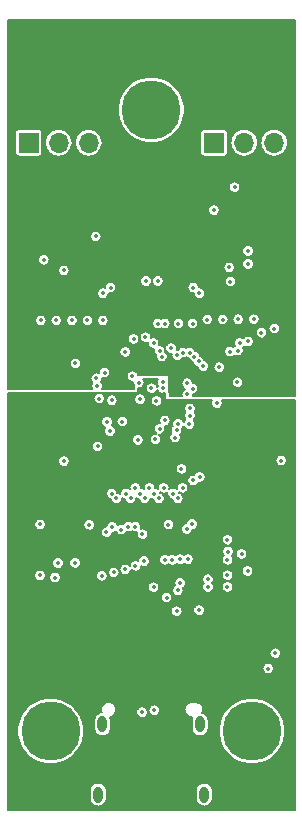
<source format=gbr>
%TF.GenerationSoftware,KiCad,Pcbnew,(5.1.2)-1*%
%TF.CreationDate,2022-05-17T10:19:51-05:00*%
%TF.ProjectId,aducm_board,61647563-6d5f-4626-9f61-72642e6b6963,1.6*%
%TF.SameCoordinates,Original*%
%TF.FileFunction,Copper,L2,Inr*%
%TF.FilePolarity,Positive*%
%FSLAX46Y46*%
G04 Gerber Fmt 4.6, Leading zero omitted, Abs format (unit mm)*
G04 Created by KiCad (PCBNEW (5.1.2)-1) date 2022-05-17 10:19:51*
%MOMM*%
%LPD*%
G04 APERTURE LIST*
%TA.AperFunction,ViaPad*%
%ADD10C,5.000000*%
%TD*%
%TA.AperFunction,ViaPad*%
%ADD11O,0.800000X1.400000*%
%TD*%
%TA.AperFunction,ViaPad*%
%ADD12O,1.700000X1.700000*%
%TD*%
%TA.AperFunction,ViaPad*%
%ADD13R,1.700000X1.700000*%
%TD*%
%TA.AperFunction,ViaPad*%
%ADD14C,0.355600*%
%TD*%
%TA.AperFunction,Conductor*%
%ADD15C,0.127000*%
%TD*%
G04 APERTURE END LIST*
D10*
%TO.N,N/C*%
%TO.C,REF\002A\002A*%
X141500000Y-94200000D03*
%TD*%
%TO.N,N/C*%
%TO.C,REF\002A\002A*%
X150026001Y-146800000D03*
%TD*%
%TO.N,N/C*%
%TO.C,REF\002A\002A*%
X132973999Y-146800000D03*
%TD*%
D11*
%TO.N,Net-(J1-PadS1)*%
%TO.C,J1*%
X137010000Y-152180000D03*
X145990000Y-152180000D03*
X145630000Y-146230000D03*
X137370000Y-146230000D03*
%TD*%
D12*
%TO.N,Net-(FB5-Pad1)*%
%TO.C,J3*%
X151900000Y-96990000D03*
%TO.N,Net-(FB4-Pad1)*%
X149360000Y-96990000D03*
D13*
%TO.N,Net-(FB3-Pad1)*%
X146820000Y-96990000D03*
%TD*%
D12*
%TO.N,Net-(FB8-Pad1)*%
%TO.C,J4*%
X136200000Y-96990000D03*
%TO.N,Net-(FB7-Pad1)*%
X133660000Y-96990000D03*
D13*
%TO.N,Net-(FB6-Pad1)*%
X131120000Y-96990000D03*
%TD*%
D14*
%TO.N,DGND*%
X133460000Y-126880000D03*
X142570000Y-118300000D03*
X140100000Y-118300000D03*
X143475000Y-129975000D03*
X129960000Y-121250000D03*
X129960000Y-118630000D03*
X145320000Y-134880000D03*
X138390000Y-125040000D03*
X135450000Y-133650000D03*
X135450000Y-129675000D03*
X135575000Y-123775000D03*
X133825000Y-118475000D03*
X133650000Y-121500000D03*
X140240000Y-138940000D03*
X137700000Y-141480000D03*
X137700000Y-138940000D03*
X135160000Y-138940000D03*
X132620000Y-138940000D03*
X135160000Y-141480000D03*
X153070000Y-124750000D03*
X150800000Y-134550000D03*
X152350000Y-137200000D03*
X142780000Y-138940000D03*
X142780000Y-141480000D03*
X152450000Y-141800000D03*
X140240000Y-152810000D03*
X140240000Y-150270000D03*
X142780000Y-152810000D03*
X142780000Y-150270000D03*
X142780000Y-147730000D03*
X140240000Y-147730000D03*
X153070000Y-152810000D03*
X150400000Y-152810000D03*
X147860000Y-152810000D03*
X135160000Y-152810000D03*
X132620000Y-152810000D03*
X129930000Y-152810000D03*
X129960000Y-141480000D03*
X129960000Y-138940000D03*
X129960000Y-136400000D03*
X129960000Y-133860000D03*
X129960000Y-131320000D03*
X129960000Y-128780000D03*
X153270000Y-119680000D03*
X153070000Y-131320000D03*
X153070000Y-128780000D03*
X148540000Y-125420000D03*
X133520000Y-130340000D03*
%TO.N,AGND*%
X131560000Y-104770000D03*
X148120000Y-117610000D03*
X150830000Y-114046000D03*
X150600000Y-98775000D03*
X148100000Y-98775000D03*
X134950000Y-98775000D03*
X134950000Y-100450000D03*
X132425000Y-100450000D03*
X132425000Y-98775000D03*
X134100000Y-116900000D03*
X147400000Y-118150000D03*
X140270000Y-98210000D03*
X142810000Y-98210000D03*
X129960000Y-112350000D03*
X129960000Y-109810000D03*
X129960000Y-107270000D03*
X143050000Y-118000000D03*
X153070000Y-92460000D03*
X150430000Y-92460000D03*
X147890000Y-92460000D03*
X153070000Y-109820000D03*
X153070000Y-107280000D03*
X153070000Y-104740000D03*
X135190000Y-92460000D03*
X132650000Y-92460000D03*
X153070000Y-89920000D03*
X150430000Y-89920000D03*
X147890000Y-89920000D03*
X145350000Y-89920000D03*
X142810000Y-89920000D03*
X140270000Y-89920000D03*
X137730000Y-89920000D03*
X135190000Y-89920000D03*
X132650000Y-89920000D03*
X129960000Y-89920000D03*
X129960000Y-117280000D03*
X129960000Y-114740000D03*
X153070000Y-87380000D03*
X129960000Y-87380000D03*
X129960000Y-92460000D03*
X150430000Y-87380000D03*
X147890000Y-87380000D03*
X145350000Y-87380000D03*
X142810000Y-87380000D03*
X140270000Y-87380000D03*
X137730000Y-87380000D03*
X135190000Y-87380000D03*
X132650000Y-87380000D03*
X153260000Y-117460000D03*
X153070000Y-112350000D03*
X137590000Y-112770000D03*
X150750000Y-104600000D03*
X150750000Y-103150000D03*
X141500000Y-105300000D03*
%TO.N,/VBIAS0*%
X139900000Y-116750000D03*
X132400000Y-106900000D03*
X136800000Y-104920000D03*
%TO.N,/VZERO0*%
X138050000Y-109250000D03*
%TO.N,/VBIAS1*%
X150180000Y-111930000D03*
X145500000Y-115500000D03*
%TO.N,/VZERO1*%
X146240000Y-111960000D03*
X144200000Y-114750000D03*
X145050000Y-109250000D03*
%TO.N,/AIN3*%
X147250000Y-116000000D03*
X139290000Y-133110000D03*
%TO.N,DVDD*%
X141850000Y-122100000D03*
X137100000Y-118650000D03*
X134100000Y-123950000D03*
X152500000Y-123900000D03*
X140750000Y-130130000D03*
X142950000Y-129320000D03*
X136250000Y-129340000D03*
%TO.N,AVDD*%
X144550000Y-118290000D03*
X151920000Y-112720000D03*
%TO.N,Net-(C14-Pad1)*%
X140000000Y-113600000D03*
%TO.N,Net-(C15-Pad2)*%
X142400000Y-115100000D03*
%TO.N,Net-(C16-Pad1)*%
X141000000Y-113450000D03*
%TO.N,Net-(C17-Pad1)*%
X136850000Y-116930000D03*
%TO.N,Net-(C18-Pad1)*%
X145000000Y-117800000D03*
%TO.N,Net-(C20-Pad2)*%
X143700000Y-115000000D03*
X143800000Y-112300000D03*
X145000000Y-112300000D03*
%TO.N,Net-(C21-Pad1)*%
X144770000Y-120090000D03*
%TO.N,Net-(C22-Pad2)*%
X137550000Y-116450000D03*
%TO.N,Net-(C22-Pad1)*%
X135080000Y-115680000D03*
%TO.N,Net-(C23-Pad2)*%
X144540000Y-117360000D03*
%TO.N,Net-(C23-Pad1)*%
X148790000Y-117270000D03*
%TO.N,Net-(C25-Pad2)*%
X147049999Y-119030000D03*
%TO.N,Net-(C27-Pad2)*%
X143640000Y-121330000D03*
%TO.N,Net-(C27-Pad1)*%
X142650000Y-120500000D03*
%TO.N,Net-(C28-Pad1)*%
X138160000Y-118800000D03*
%TO.N,Net-(C29-Pad1)*%
X136920000Y-117580000D03*
%TO.N,/CE1*%
X148100000Y-107550000D03*
X148860000Y-111940000D03*
X145150000Y-115100000D03*
X146800000Y-102700000D03*
%TO.N,Net-(C31-Pad1)*%
X142200000Y-121200000D03*
%TO.N,/WE0*%
X137400000Y-109740000D03*
X134100000Y-107800000D03*
%TO.N,/CAP_POT1*%
X149700000Y-106150000D03*
X145900000Y-115900000D03*
%TO.N,/WE1*%
X145580000Y-109740000D03*
X143180000Y-114390000D03*
X148550000Y-100750000D03*
%TO.N,/RE1*%
X148200000Y-108750000D03*
X149700000Y-107250000D03*
X147550000Y-111960000D03*
X144750000Y-114750000D03*
%TO.N,/FTDI/USBD-*%
X140720000Y-145210000D03*
X141750000Y-145040000D03*
%TO.N,/P1.2_SPI1_CLK*%
X142470000Y-117780000D03*
X143520000Y-121950000D03*
X144500000Y-129700000D03*
%TO.N,/AIN0*%
X140880000Y-132410000D03*
%TO.N,/AIN1*%
X140160000Y-132810000D03*
%TO.N,/AIN2*%
X138320000Y-133370000D03*
%TO.N,/AIN5*%
X137310000Y-133660000D03*
%TO.N,/P1.0*%
X140550000Y-118710000D03*
X137750000Y-120625000D03*
X138190000Y-129500000D03*
%TO.N,/P1.1*%
X140450000Y-117300000D03*
X137700000Y-129970000D03*
X136950000Y-122700000D03*
%TO.N,/PWM0*%
X145600000Y-125280000D03*
%TO.N,/~RESET*%
X143770000Y-120800000D03*
X144700000Y-120800000D03*
X145040000Y-125580000D03*
X144600000Y-132250000D03*
X143750000Y-134900000D03*
X144950000Y-129280000D03*
%TO.N,/PWM1*%
X144050000Y-124600000D03*
%TO.N,/P0.0_SPI0_CLK*%
X144150000Y-126200000D03*
%TO.N,/P0.1_SPI0_MOSI*%
X143750000Y-127110000D03*
%TO.N,/P0.2_SPI0_~MISO*%
X143350000Y-126700000D03*
%TO.N,/P0.3_SPI0_~CS*%
X142550000Y-126200000D03*
%TO.N,/P0.4_I2C_SCL*%
X142150000Y-127110000D03*
%TO.N,/P0.5_I2C_SDA*%
X141750000Y-126700000D03*
%TO.N,/P1.4_SPI1_MISO*%
X141940000Y-118840000D03*
X140358487Y-122150000D03*
X141350000Y-126200000D03*
%TO.N,/P2.4*%
X140950000Y-127110000D03*
%TO.N,/SWDIO*%
X140550000Y-126700000D03*
%TO.N,/UART_SOUT*%
X143250000Y-132300000D03*
X143650000Y-136650000D03*
X140150000Y-126200000D03*
X140150000Y-129490000D03*
%TO.N,/SWCLK*%
X139750000Y-127110000D03*
%TO.N,/UART_SIN*%
X139350000Y-126700000D03*
X142650000Y-132300000D03*
X142800000Y-135500000D03*
X139560000Y-129490000D03*
%TO.N,/AIN6*%
X143950000Y-132250000D03*
X143950000Y-134250000D03*
X138950000Y-129740000D03*
%TO.N,/P1.5_SPI1_~CS*%
X139050000Y-120600000D03*
X138550000Y-127110000D03*
X141520000Y-117770000D03*
%TO.N,/P1.3_SPI1_MOSI*%
X138000000Y-121400000D03*
X138150000Y-126700000D03*
X142460000Y-117280000D03*
%TO.N,Net-(R4-Pad2)*%
X141700000Y-113950000D03*
X141050000Y-108700000D03*
X142050000Y-112300000D03*
%TO.N,Net-(R4-Pad1)*%
X142200000Y-114600000D03*
X142650000Y-112300000D03*
X142050000Y-108700000D03*
%TO.N,/FTDI/3V3VOUT*%
X152000000Y-140214000D03*
X151400000Y-141514000D03*
X145550000Y-136574000D03*
%TO.N,Net-(C19-Pad2)*%
X139300000Y-114700000D03*
%TO.N,Net-(C25-Pad1)*%
X144770000Y-119490000D03*
%TO.N,/CE1Breakout*%
X149710000Y-113810000D03*
%TO.N,/WE1Breakout*%
X148170000Y-114670000D03*
X146300000Y-133950000D03*
X147950000Y-132300000D03*
%TO.N,/RE1Breakout*%
X148990000Y-113940000D03*
X146300000Y-134600000D03*
X147950000Y-134600000D03*
X147950000Y-133600000D03*
%TO.N,/VBIAS0Breakout*%
X132150000Y-112030000D03*
X133350000Y-133800000D03*
X141700000Y-134620000D03*
%TO.N,/VZERO0Breakout*%
X136090000Y-112030000D03*
X132090000Y-129310000D03*
X132080000Y-133620000D03*
%TO.N,/RE0Breakout*%
X134780000Y-112030000D03*
%TO.N,/WE0Breakout*%
X137400000Y-112030000D03*
%TO.N,/CE0Breakout*%
X133460000Y-112030000D03*
X133600000Y-132580000D03*
X135050000Y-132550000D03*
%TO.N,/VZERO1Breakout*%
X148840000Y-114590000D03*
X149150000Y-131800000D03*
X147950000Y-130600000D03*
%TO.N,/VBIAS1Breakout*%
X149650000Y-133250000D03*
X148000000Y-131600000D03*
X150830000Y-113070000D03*
%TD*%
D15*
%TO.N,DGND*%
G36*
X142075275Y-116964264D02*
G01*
X142021070Y-117045387D01*
X141983734Y-117135526D01*
X141964700Y-117231217D01*
X141964700Y-117328783D01*
X141983734Y-117424474D01*
X142021070Y-117514613D01*
X142036351Y-117537483D01*
X142031070Y-117545387D01*
X141996788Y-117628152D01*
X141996266Y-117625526D01*
X141958930Y-117535387D01*
X141904725Y-117454264D01*
X141835736Y-117385275D01*
X141754613Y-117331070D01*
X141664474Y-117293734D01*
X141568783Y-117274700D01*
X141471217Y-117274700D01*
X141375526Y-117293734D01*
X141285387Y-117331070D01*
X141204264Y-117385275D01*
X141135275Y-117454264D01*
X141081070Y-117535387D01*
X141043734Y-117625526D01*
X141024700Y-117721217D01*
X141024700Y-117818783D01*
X141043734Y-117914474D01*
X141081070Y-118004613D01*
X141135275Y-118085736D01*
X141204264Y-118154725D01*
X141285387Y-118208930D01*
X141375526Y-118246266D01*
X141471217Y-118265300D01*
X141568783Y-118265300D01*
X141664474Y-118246266D01*
X141754613Y-118208930D01*
X141835736Y-118154725D01*
X141904725Y-118085736D01*
X141958930Y-118004613D01*
X141993212Y-117921848D01*
X141993734Y-117924474D01*
X142031070Y-118014613D01*
X142085275Y-118095736D01*
X142154264Y-118164725D01*
X142235387Y-118218930D01*
X142325526Y-118256266D01*
X142421217Y-118275300D01*
X142518783Y-118275300D01*
X142614474Y-118256266D01*
X142623140Y-118252677D01*
X142636500Y-118272671D01*
X142636500Y-118690000D01*
X142637720Y-118702388D01*
X142641334Y-118714300D01*
X142647202Y-118725279D01*
X142655099Y-118734901D01*
X142664721Y-118742798D01*
X142675700Y-118748666D01*
X142687612Y-118752280D01*
X142700000Y-118753500D01*
X144374705Y-118753500D01*
X144405526Y-118766266D01*
X144501217Y-118785300D01*
X144598783Y-118785300D01*
X144694474Y-118766266D01*
X144725295Y-118753500D01*
X146639057Y-118753500D01*
X146611069Y-118795387D01*
X146573733Y-118885526D01*
X146554699Y-118981217D01*
X146554699Y-119078783D01*
X146573733Y-119174474D01*
X146611069Y-119264613D01*
X146665274Y-119345736D01*
X146734263Y-119414725D01*
X146815386Y-119468930D01*
X146905525Y-119506266D01*
X147001216Y-119525300D01*
X147098782Y-119525300D01*
X147194473Y-119506266D01*
X147284612Y-119468930D01*
X147365735Y-119414725D01*
X147434724Y-119345736D01*
X147488929Y-119264613D01*
X147526265Y-119174474D01*
X147545299Y-119078783D01*
X147545299Y-118981217D01*
X147526265Y-118885526D01*
X147488929Y-118795387D01*
X147460941Y-118753500D01*
X153632500Y-118753500D01*
X153632501Y-153522500D01*
X129367500Y-153522500D01*
X129367500Y-151844759D01*
X136292500Y-151844759D01*
X136292500Y-152515242D01*
X136302882Y-152620654D01*
X136343910Y-152755904D01*
X136410536Y-152880550D01*
X136500198Y-152989803D01*
X136609451Y-153079465D01*
X136734097Y-153146090D01*
X136869347Y-153187118D01*
X137010000Y-153200971D01*
X137150654Y-153187118D01*
X137285904Y-153146090D01*
X137410550Y-153079465D01*
X137519803Y-152989803D01*
X137609465Y-152880550D01*
X137676090Y-152755904D01*
X137717118Y-152620654D01*
X137727500Y-152515242D01*
X137727500Y-151844759D01*
X145272500Y-151844759D01*
X145272500Y-152515242D01*
X145282882Y-152620654D01*
X145323910Y-152755904D01*
X145390536Y-152880550D01*
X145480198Y-152989803D01*
X145589451Y-153079465D01*
X145714097Y-153146090D01*
X145849347Y-153187118D01*
X145990000Y-153200971D01*
X146130654Y-153187118D01*
X146265904Y-153146090D01*
X146390550Y-153079465D01*
X146499803Y-152989803D01*
X146589465Y-152880550D01*
X146656090Y-152755904D01*
X146697118Y-152620654D01*
X146707500Y-152515242D01*
X146707500Y-151844758D01*
X146697118Y-151739346D01*
X146656090Y-151604096D01*
X146589465Y-151479450D01*
X146499802Y-151370197D01*
X146390549Y-151280535D01*
X146265903Y-151213910D01*
X146130653Y-151172882D01*
X145990000Y-151159029D01*
X145849346Y-151172882D01*
X145714096Y-151213910D01*
X145589450Y-151280535D01*
X145480197Y-151370198D01*
X145390535Y-151479451D01*
X145323910Y-151604097D01*
X145282882Y-151739347D01*
X145272500Y-151844759D01*
X137727500Y-151844759D01*
X137727500Y-151844758D01*
X137717118Y-151739346D01*
X137676090Y-151604096D01*
X137609465Y-151479450D01*
X137519802Y-151370197D01*
X137410549Y-151280535D01*
X137285903Y-151213910D01*
X137150653Y-151172882D01*
X137010000Y-151159029D01*
X136869346Y-151172882D01*
X136734096Y-151213910D01*
X136609450Y-151280535D01*
X136500197Y-151370198D01*
X136410535Y-151479451D01*
X136343910Y-151604097D01*
X136302882Y-151739347D01*
X136292500Y-151844759D01*
X129367500Y-151844759D01*
X129367500Y-146522500D01*
X130156499Y-146522500D01*
X130156499Y-147077500D01*
X130264774Y-147621835D01*
X130477163Y-148134587D01*
X130785504Y-148596052D01*
X131177947Y-148988495D01*
X131639412Y-149296836D01*
X132152164Y-149509225D01*
X132696499Y-149617500D01*
X133251499Y-149617500D01*
X133795834Y-149509225D01*
X134308586Y-149296836D01*
X134770051Y-148988495D01*
X135162494Y-148596052D01*
X135470835Y-148134587D01*
X135683224Y-147621835D01*
X135791499Y-147077500D01*
X135791499Y-146522500D01*
X135683224Y-145978165D01*
X135648677Y-145894759D01*
X136652500Y-145894759D01*
X136652500Y-146565242D01*
X136662882Y-146670654D01*
X136703910Y-146805904D01*
X136770536Y-146930550D01*
X136860198Y-147039803D01*
X136969451Y-147129465D01*
X137094097Y-147196090D01*
X137229347Y-147237118D01*
X137370000Y-147250971D01*
X137510654Y-147237118D01*
X137645904Y-147196090D01*
X137770550Y-147129465D01*
X137879803Y-147039803D01*
X137969465Y-146930550D01*
X138036090Y-146805904D01*
X138077118Y-146670654D01*
X138087500Y-146565242D01*
X138087500Y-145894758D01*
X138077118Y-145789346D01*
X138036090Y-145654096D01*
X138013827Y-145612446D01*
X138087410Y-145597809D01*
X138204338Y-145549376D01*
X138309570Y-145479063D01*
X138399063Y-145389570D01*
X138469376Y-145284338D01*
X138517809Y-145167410D01*
X138519040Y-145161217D01*
X140224700Y-145161217D01*
X140224700Y-145258783D01*
X140243734Y-145354474D01*
X140281070Y-145444613D01*
X140335275Y-145525736D01*
X140404264Y-145594725D01*
X140485387Y-145648930D01*
X140575526Y-145686266D01*
X140671217Y-145705300D01*
X140768783Y-145705300D01*
X140864474Y-145686266D01*
X140954613Y-145648930D01*
X141035736Y-145594725D01*
X141104725Y-145525736D01*
X141158930Y-145444613D01*
X141196266Y-145354474D01*
X141215300Y-145258783D01*
X141215300Y-145161217D01*
X141196266Y-145065526D01*
X141165487Y-144991217D01*
X141254700Y-144991217D01*
X141254700Y-145088783D01*
X141273734Y-145184474D01*
X141311070Y-145274613D01*
X141365275Y-145355736D01*
X141434264Y-145424725D01*
X141515387Y-145478930D01*
X141605526Y-145516266D01*
X141701217Y-145535300D01*
X141798783Y-145535300D01*
X141894474Y-145516266D01*
X141984613Y-145478930D01*
X142065736Y-145424725D01*
X142134725Y-145355736D01*
X142188930Y-145274613D01*
X142226266Y-145184474D01*
X142245300Y-145088783D01*
X142245300Y-144991217D01*
X142243069Y-144980000D01*
X144304392Y-144980000D01*
X144316797Y-145105952D01*
X144353536Y-145227063D01*
X144413197Y-145338681D01*
X144493486Y-145436514D01*
X144591319Y-145516803D01*
X144702937Y-145576464D01*
X144824048Y-145613203D01*
X144918443Y-145622500D01*
X144980799Y-145622500D01*
X144963910Y-145654097D01*
X144922882Y-145789347D01*
X144912500Y-145894759D01*
X144912500Y-146565242D01*
X144922882Y-146670654D01*
X144963910Y-146805904D01*
X145030536Y-146930550D01*
X145120198Y-147039803D01*
X145229451Y-147129465D01*
X145354097Y-147196090D01*
X145489347Y-147237118D01*
X145630000Y-147250971D01*
X145770654Y-147237118D01*
X145905904Y-147196090D01*
X146030550Y-147129465D01*
X146139803Y-147039803D01*
X146229465Y-146930550D01*
X146296090Y-146805904D01*
X146337118Y-146670654D01*
X146347500Y-146565242D01*
X146347500Y-146522500D01*
X147208501Y-146522500D01*
X147208501Y-147077500D01*
X147316776Y-147621835D01*
X147529165Y-148134587D01*
X147837506Y-148596052D01*
X148229949Y-148988495D01*
X148691414Y-149296836D01*
X149204166Y-149509225D01*
X149748501Y-149617500D01*
X150303501Y-149617500D01*
X150847836Y-149509225D01*
X151360588Y-149296836D01*
X151822053Y-148988495D01*
X152214496Y-148596052D01*
X152522837Y-148134587D01*
X152735226Y-147621835D01*
X152843501Y-147077500D01*
X152843501Y-146522500D01*
X152735226Y-145978165D01*
X152522837Y-145465413D01*
X152214496Y-145003948D01*
X151822053Y-144611505D01*
X151360588Y-144303164D01*
X150847836Y-144090775D01*
X150303501Y-143982500D01*
X149748501Y-143982500D01*
X149204166Y-144090775D01*
X148691414Y-144303164D01*
X148229949Y-144611505D01*
X147837506Y-145003948D01*
X147529165Y-145465413D01*
X147316776Y-145978165D01*
X147208501Y-146522500D01*
X146347500Y-146522500D01*
X146347500Y-145894758D01*
X146337118Y-145789346D01*
X146296090Y-145654096D01*
X146229465Y-145529450D01*
X146139802Y-145420197D01*
X146030549Y-145330535D01*
X145905903Y-145263910D01*
X145837810Y-145243254D01*
X145846464Y-145227063D01*
X145883203Y-145105952D01*
X145895608Y-144980000D01*
X145883203Y-144854048D01*
X145846464Y-144732937D01*
X145786803Y-144621319D01*
X145706514Y-144523486D01*
X145608681Y-144443197D01*
X145497063Y-144383536D01*
X145375952Y-144346797D01*
X145281557Y-144337500D01*
X144918443Y-144337500D01*
X144824048Y-144346797D01*
X144702937Y-144383536D01*
X144591319Y-144443197D01*
X144493486Y-144523486D01*
X144413197Y-144621319D01*
X144353536Y-144732937D01*
X144316797Y-144854048D01*
X144304392Y-144980000D01*
X142243069Y-144980000D01*
X142226266Y-144895526D01*
X142188930Y-144805387D01*
X142134725Y-144724264D01*
X142065736Y-144655275D01*
X141984613Y-144601070D01*
X141894474Y-144563734D01*
X141798783Y-144544700D01*
X141701217Y-144544700D01*
X141605526Y-144563734D01*
X141515387Y-144601070D01*
X141434264Y-144655275D01*
X141365275Y-144724264D01*
X141311070Y-144805387D01*
X141273734Y-144895526D01*
X141254700Y-144991217D01*
X141165487Y-144991217D01*
X141158930Y-144975387D01*
X141104725Y-144894264D01*
X141035736Y-144825275D01*
X140954613Y-144771070D01*
X140864474Y-144733734D01*
X140768783Y-144714700D01*
X140671217Y-144714700D01*
X140575526Y-144733734D01*
X140485387Y-144771070D01*
X140404264Y-144825275D01*
X140335275Y-144894264D01*
X140281070Y-144975387D01*
X140243734Y-145065526D01*
X140224700Y-145161217D01*
X138519040Y-145161217D01*
X138542500Y-145043281D01*
X138542500Y-144916719D01*
X138517809Y-144792590D01*
X138469376Y-144675662D01*
X138399063Y-144570430D01*
X138309570Y-144480937D01*
X138204338Y-144410624D01*
X138087410Y-144362191D01*
X137963281Y-144337500D01*
X137836719Y-144337500D01*
X137712590Y-144362191D01*
X137595662Y-144410624D01*
X137490430Y-144480937D01*
X137400937Y-144570430D01*
X137330624Y-144675662D01*
X137282191Y-144792590D01*
X137257500Y-144916719D01*
X137257500Y-145043281D01*
X137282191Y-145167410D01*
X137302196Y-145215707D01*
X137229346Y-145222882D01*
X137094096Y-145263910D01*
X136969450Y-145330535D01*
X136860197Y-145420198D01*
X136770535Y-145529451D01*
X136703910Y-145654097D01*
X136662882Y-145789347D01*
X136652500Y-145894759D01*
X135648677Y-145894759D01*
X135470835Y-145465413D01*
X135162494Y-145003948D01*
X134770051Y-144611505D01*
X134308586Y-144303164D01*
X133795834Y-144090775D01*
X133251499Y-143982500D01*
X132696499Y-143982500D01*
X132152164Y-144090775D01*
X131639412Y-144303164D01*
X131177947Y-144611505D01*
X130785504Y-145003948D01*
X130477163Y-145465413D01*
X130264774Y-145978165D01*
X130156499Y-146522500D01*
X129367500Y-146522500D01*
X129367500Y-141465217D01*
X150904700Y-141465217D01*
X150904700Y-141562783D01*
X150923734Y-141658474D01*
X150961070Y-141748613D01*
X151015275Y-141829736D01*
X151084264Y-141898725D01*
X151165387Y-141952930D01*
X151255526Y-141990266D01*
X151351217Y-142009300D01*
X151448783Y-142009300D01*
X151544474Y-141990266D01*
X151634613Y-141952930D01*
X151715736Y-141898725D01*
X151784725Y-141829736D01*
X151838930Y-141748613D01*
X151876266Y-141658474D01*
X151895300Y-141562783D01*
X151895300Y-141465217D01*
X151876266Y-141369526D01*
X151838930Y-141279387D01*
X151784725Y-141198264D01*
X151715736Y-141129275D01*
X151634613Y-141075070D01*
X151544474Y-141037734D01*
X151448783Y-141018700D01*
X151351217Y-141018700D01*
X151255526Y-141037734D01*
X151165387Y-141075070D01*
X151084264Y-141129275D01*
X151015275Y-141198264D01*
X150961070Y-141279387D01*
X150923734Y-141369526D01*
X150904700Y-141465217D01*
X129367500Y-141465217D01*
X129367500Y-140165217D01*
X151504700Y-140165217D01*
X151504700Y-140262783D01*
X151523734Y-140358474D01*
X151561070Y-140448613D01*
X151615275Y-140529736D01*
X151684264Y-140598725D01*
X151765387Y-140652930D01*
X151855526Y-140690266D01*
X151951217Y-140709300D01*
X152048783Y-140709300D01*
X152144474Y-140690266D01*
X152234613Y-140652930D01*
X152315736Y-140598725D01*
X152384725Y-140529736D01*
X152438930Y-140448613D01*
X152476266Y-140358474D01*
X152495300Y-140262783D01*
X152495300Y-140165217D01*
X152476266Y-140069526D01*
X152438930Y-139979387D01*
X152384725Y-139898264D01*
X152315736Y-139829275D01*
X152234613Y-139775070D01*
X152144474Y-139737734D01*
X152048783Y-139718700D01*
X151951217Y-139718700D01*
X151855526Y-139737734D01*
X151765387Y-139775070D01*
X151684264Y-139829275D01*
X151615275Y-139898264D01*
X151561070Y-139979387D01*
X151523734Y-140069526D01*
X151504700Y-140165217D01*
X129367500Y-140165217D01*
X129367500Y-136601217D01*
X143154700Y-136601217D01*
X143154700Y-136698783D01*
X143173734Y-136794474D01*
X143211070Y-136884613D01*
X143265275Y-136965736D01*
X143334264Y-137034725D01*
X143415387Y-137088930D01*
X143505526Y-137126266D01*
X143601217Y-137145300D01*
X143698783Y-137145300D01*
X143794474Y-137126266D01*
X143884613Y-137088930D01*
X143965736Y-137034725D01*
X144034725Y-136965736D01*
X144088930Y-136884613D01*
X144126266Y-136794474D01*
X144145300Y-136698783D01*
X144145300Y-136601217D01*
X144130183Y-136525217D01*
X145054700Y-136525217D01*
X145054700Y-136622783D01*
X145073734Y-136718474D01*
X145111070Y-136808613D01*
X145165275Y-136889736D01*
X145234264Y-136958725D01*
X145315387Y-137012930D01*
X145405526Y-137050266D01*
X145501217Y-137069300D01*
X145598783Y-137069300D01*
X145694474Y-137050266D01*
X145784613Y-137012930D01*
X145865736Y-136958725D01*
X145934725Y-136889736D01*
X145988930Y-136808613D01*
X146026266Y-136718474D01*
X146045300Y-136622783D01*
X146045300Y-136525217D01*
X146026266Y-136429526D01*
X145988930Y-136339387D01*
X145934725Y-136258264D01*
X145865736Y-136189275D01*
X145784613Y-136135070D01*
X145694474Y-136097734D01*
X145598783Y-136078700D01*
X145501217Y-136078700D01*
X145405526Y-136097734D01*
X145315387Y-136135070D01*
X145234264Y-136189275D01*
X145165275Y-136258264D01*
X145111070Y-136339387D01*
X145073734Y-136429526D01*
X145054700Y-136525217D01*
X144130183Y-136525217D01*
X144126266Y-136505526D01*
X144088930Y-136415387D01*
X144034725Y-136334264D01*
X143965736Y-136265275D01*
X143884613Y-136211070D01*
X143794474Y-136173734D01*
X143698783Y-136154700D01*
X143601217Y-136154700D01*
X143505526Y-136173734D01*
X143415387Y-136211070D01*
X143334264Y-136265275D01*
X143265275Y-136334264D01*
X143211070Y-136415387D01*
X143173734Y-136505526D01*
X143154700Y-136601217D01*
X129367500Y-136601217D01*
X129367500Y-135451217D01*
X142304700Y-135451217D01*
X142304700Y-135548783D01*
X142323734Y-135644474D01*
X142361070Y-135734613D01*
X142415275Y-135815736D01*
X142484264Y-135884725D01*
X142565387Y-135938930D01*
X142655526Y-135976266D01*
X142751217Y-135995300D01*
X142848783Y-135995300D01*
X142944474Y-135976266D01*
X143034613Y-135938930D01*
X143115736Y-135884725D01*
X143184725Y-135815736D01*
X143238930Y-135734613D01*
X143276266Y-135644474D01*
X143295300Y-135548783D01*
X143295300Y-135451217D01*
X143276266Y-135355526D01*
X143238930Y-135265387D01*
X143184725Y-135184264D01*
X143115736Y-135115275D01*
X143034613Y-135061070D01*
X142944474Y-135023734D01*
X142848783Y-135004700D01*
X142751217Y-135004700D01*
X142655526Y-135023734D01*
X142565387Y-135061070D01*
X142484264Y-135115275D01*
X142415275Y-135184264D01*
X142361070Y-135265387D01*
X142323734Y-135355526D01*
X142304700Y-135451217D01*
X129367500Y-135451217D01*
X129367500Y-134571217D01*
X141204700Y-134571217D01*
X141204700Y-134668783D01*
X141223734Y-134764474D01*
X141261070Y-134854613D01*
X141315275Y-134935736D01*
X141384264Y-135004725D01*
X141465387Y-135058930D01*
X141555526Y-135096266D01*
X141651217Y-135115300D01*
X141748783Y-135115300D01*
X141844474Y-135096266D01*
X141934613Y-135058930D01*
X142015736Y-135004725D01*
X142084725Y-134935736D01*
X142138930Y-134854613D01*
X142140336Y-134851217D01*
X143254700Y-134851217D01*
X143254700Y-134948783D01*
X143273734Y-135044474D01*
X143311070Y-135134613D01*
X143365275Y-135215736D01*
X143434264Y-135284725D01*
X143515387Y-135338930D01*
X143605526Y-135376266D01*
X143701217Y-135395300D01*
X143798783Y-135395300D01*
X143894474Y-135376266D01*
X143984613Y-135338930D01*
X144065736Y-135284725D01*
X144134725Y-135215736D01*
X144188930Y-135134613D01*
X144226266Y-135044474D01*
X144245300Y-134948783D01*
X144245300Y-134851217D01*
X144226266Y-134755526D01*
X144195632Y-134681567D01*
X144265736Y-134634725D01*
X144334725Y-134565736D01*
X144388930Y-134484613D01*
X144426266Y-134394474D01*
X144445300Y-134298783D01*
X144445300Y-134201217D01*
X144426266Y-134105526D01*
X144388930Y-134015387D01*
X144334725Y-133934264D01*
X144301678Y-133901217D01*
X145804700Y-133901217D01*
X145804700Y-133998783D01*
X145823734Y-134094474D01*
X145861070Y-134184613D01*
X145915275Y-134265736D01*
X145924539Y-134275000D01*
X145915275Y-134284264D01*
X145861070Y-134365387D01*
X145823734Y-134455526D01*
X145804700Y-134551217D01*
X145804700Y-134648783D01*
X145823734Y-134744474D01*
X145861070Y-134834613D01*
X145915275Y-134915736D01*
X145984264Y-134984725D01*
X146065387Y-135038930D01*
X146155526Y-135076266D01*
X146251217Y-135095300D01*
X146348783Y-135095300D01*
X146444474Y-135076266D01*
X146534613Y-135038930D01*
X146615736Y-134984725D01*
X146684725Y-134915736D01*
X146738930Y-134834613D01*
X146776266Y-134744474D01*
X146795300Y-134648783D01*
X146795300Y-134551217D01*
X147454700Y-134551217D01*
X147454700Y-134648783D01*
X147473734Y-134744474D01*
X147511070Y-134834613D01*
X147565275Y-134915736D01*
X147634264Y-134984725D01*
X147715387Y-135038930D01*
X147805526Y-135076266D01*
X147901217Y-135095300D01*
X147998783Y-135095300D01*
X148094474Y-135076266D01*
X148184613Y-135038930D01*
X148265736Y-134984725D01*
X148334725Y-134915736D01*
X148388930Y-134834613D01*
X148426266Y-134744474D01*
X148445300Y-134648783D01*
X148445300Y-134551217D01*
X148426266Y-134455526D01*
X148388930Y-134365387D01*
X148334725Y-134284264D01*
X148265736Y-134215275D01*
X148184613Y-134161070D01*
X148094474Y-134123734D01*
X147998783Y-134104700D01*
X147901217Y-134104700D01*
X147805526Y-134123734D01*
X147715387Y-134161070D01*
X147634264Y-134215275D01*
X147565275Y-134284264D01*
X147511070Y-134365387D01*
X147473734Y-134455526D01*
X147454700Y-134551217D01*
X146795300Y-134551217D01*
X146776266Y-134455526D01*
X146738930Y-134365387D01*
X146684725Y-134284264D01*
X146675461Y-134275000D01*
X146684725Y-134265736D01*
X146738930Y-134184613D01*
X146776266Y-134094474D01*
X146795300Y-133998783D01*
X146795300Y-133901217D01*
X146776266Y-133805526D01*
X146738930Y-133715387D01*
X146684725Y-133634264D01*
X146615736Y-133565275D01*
X146594697Y-133551217D01*
X147454700Y-133551217D01*
X147454700Y-133648783D01*
X147473734Y-133744474D01*
X147511070Y-133834613D01*
X147565275Y-133915736D01*
X147634264Y-133984725D01*
X147715387Y-134038930D01*
X147805526Y-134076266D01*
X147901217Y-134095300D01*
X147998783Y-134095300D01*
X148094474Y-134076266D01*
X148184613Y-134038930D01*
X148265736Y-133984725D01*
X148334725Y-133915736D01*
X148388930Y-133834613D01*
X148426266Y-133744474D01*
X148445300Y-133648783D01*
X148445300Y-133551217D01*
X148426266Y-133455526D01*
X148388930Y-133365387D01*
X148334725Y-133284264D01*
X148265736Y-133215275D01*
X148244697Y-133201217D01*
X149154700Y-133201217D01*
X149154700Y-133298783D01*
X149173734Y-133394474D01*
X149211070Y-133484613D01*
X149265275Y-133565736D01*
X149334264Y-133634725D01*
X149415387Y-133688930D01*
X149505526Y-133726266D01*
X149601217Y-133745300D01*
X149698783Y-133745300D01*
X149794474Y-133726266D01*
X149884613Y-133688930D01*
X149965736Y-133634725D01*
X150034725Y-133565736D01*
X150088930Y-133484613D01*
X150126266Y-133394474D01*
X150145300Y-133298783D01*
X150145300Y-133201217D01*
X150126266Y-133105526D01*
X150088930Y-133015387D01*
X150034725Y-132934264D01*
X149965736Y-132865275D01*
X149884613Y-132811070D01*
X149794474Y-132773734D01*
X149698783Y-132754700D01*
X149601217Y-132754700D01*
X149505526Y-132773734D01*
X149415387Y-132811070D01*
X149334264Y-132865275D01*
X149265275Y-132934264D01*
X149211070Y-133015387D01*
X149173734Y-133105526D01*
X149154700Y-133201217D01*
X148244697Y-133201217D01*
X148184613Y-133161070D01*
X148094474Y-133123734D01*
X147998783Y-133104700D01*
X147901217Y-133104700D01*
X147805526Y-133123734D01*
X147715387Y-133161070D01*
X147634264Y-133215275D01*
X147565275Y-133284264D01*
X147511070Y-133365387D01*
X147473734Y-133455526D01*
X147454700Y-133551217D01*
X146594697Y-133551217D01*
X146534613Y-133511070D01*
X146444474Y-133473734D01*
X146348783Y-133454700D01*
X146251217Y-133454700D01*
X146155526Y-133473734D01*
X146065387Y-133511070D01*
X145984264Y-133565275D01*
X145915275Y-133634264D01*
X145861070Y-133715387D01*
X145823734Y-133805526D01*
X145804700Y-133901217D01*
X144301678Y-133901217D01*
X144265736Y-133865275D01*
X144184613Y-133811070D01*
X144094474Y-133773734D01*
X143998783Y-133754700D01*
X143901217Y-133754700D01*
X143805526Y-133773734D01*
X143715387Y-133811070D01*
X143634264Y-133865275D01*
X143565275Y-133934264D01*
X143511070Y-134015387D01*
X143473734Y-134105526D01*
X143454700Y-134201217D01*
X143454700Y-134298783D01*
X143473734Y-134394474D01*
X143504368Y-134468433D01*
X143434264Y-134515275D01*
X143365275Y-134584264D01*
X143311070Y-134665387D01*
X143273734Y-134755526D01*
X143254700Y-134851217D01*
X142140336Y-134851217D01*
X142176266Y-134764474D01*
X142195300Y-134668783D01*
X142195300Y-134571217D01*
X142176266Y-134475526D01*
X142138930Y-134385387D01*
X142084725Y-134304264D01*
X142015736Y-134235275D01*
X141934613Y-134181070D01*
X141844474Y-134143734D01*
X141748783Y-134124700D01*
X141651217Y-134124700D01*
X141555526Y-134143734D01*
X141465387Y-134181070D01*
X141384264Y-134235275D01*
X141315275Y-134304264D01*
X141261070Y-134385387D01*
X141223734Y-134475526D01*
X141204700Y-134571217D01*
X129367500Y-134571217D01*
X129367500Y-133571217D01*
X131584700Y-133571217D01*
X131584700Y-133668783D01*
X131603734Y-133764474D01*
X131641070Y-133854613D01*
X131695275Y-133935736D01*
X131764264Y-134004725D01*
X131845387Y-134058930D01*
X131935526Y-134096266D01*
X132031217Y-134115300D01*
X132128783Y-134115300D01*
X132224474Y-134096266D01*
X132314613Y-134058930D01*
X132395736Y-134004725D01*
X132464725Y-133935736D01*
X132518930Y-133854613D01*
X132556266Y-133764474D01*
X132558902Y-133751217D01*
X132854700Y-133751217D01*
X132854700Y-133848783D01*
X132873734Y-133944474D01*
X132911070Y-134034613D01*
X132965275Y-134115736D01*
X133034264Y-134184725D01*
X133115387Y-134238930D01*
X133205526Y-134276266D01*
X133301217Y-134295300D01*
X133398783Y-134295300D01*
X133494474Y-134276266D01*
X133584613Y-134238930D01*
X133665736Y-134184725D01*
X133734725Y-134115736D01*
X133788930Y-134034613D01*
X133826266Y-133944474D01*
X133845300Y-133848783D01*
X133845300Y-133751217D01*
X133826266Y-133655526D01*
X133807914Y-133611217D01*
X136814700Y-133611217D01*
X136814700Y-133708783D01*
X136833734Y-133804474D01*
X136871070Y-133894613D01*
X136925275Y-133975736D01*
X136994264Y-134044725D01*
X137075387Y-134098930D01*
X137165526Y-134136266D01*
X137261217Y-134155300D01*
X137358783Y-134155300D01*
X137454474Y-134136266D01*
X137544613Y-134098930D01*
X137625736Y-134044725D01*
X137694725Y-133975736D01*
X137748930Y-133894613D01*
X137786266Y-133804474D01*
X137805300Y-133708783D01*
X137805300Y-133611217D01*
X137786266Y-133515526D01*
X137748930Y-133425387D01*
X137694725Y-133344264D01*
X137671678Y-133321217D01*
X137824700Y-133321217D01*
X137824700Y-133418783D01*
X137843734Y-133514474D01*
X137881070Y-133604613D01*
X137935275Y-133685736D01*
X138004264Y-133754725D01*
X138085387Y-133808930D01*
X138175526Y-133846266D01*
X138271217Y-133865300D01*
X138368783Y-133865300D01*
X138464474Y-133846266D01*
X138554613Y-133808930D01*
X138635736Y-133754725D01*
X138704725Y-133685736D01*
X138758930Y-133604613D01*
X138796266Y-133514474D01*
X138815300Y-133418783D01*
X138815300Y-133321217D01*
X138796266Y-133225526D01*
X138758930Y-133135387D01*
X138709371Y-133061217D01*
X138794700Y-133061217D01*
X138794700Y-133158783D01*
X138813734Y-133254474D01*
X138851070Y-133344613D01*
X138905275Y-133425736D01*
X138974264Y-133494725D01*
X139055387Y-133548930D01*
X139145526Y-133586266D01*
X139241217Y-133605300D01*
X139338783Y-133605300D01*
X139434474Y-133586266D01*
X139524613Y-133548930D01*
X139605736Y-133494725D01*
X139674725Y-133425736D01*
X139728930Y-133344613D01*
X139766266Y-133254474D01*
X139785300Y-133158783D01*
X139785300Y-133135761D01*
X139844264Y-133194725D01*
X139925387Y-133248930D01*
X140015526Y-133286266D01*
X140111217Y-133305300D01*
X140208783Y-133305300D01*
X140304474Y-133286266D01*
X140394613Y-133248930D01*
X140475736Y-133194725D01*
X140544725Y-133125736D01*
X140598930Y-133044613D01*
X140636266Y-132954474D01*
X140655300Y-132858783D01*
X140655300Y-132853036D01*
X140735526Y-132886266D01*
X140831217Y-132905300D01*
X140928783Y-132905300D01*
X141024474Y-132886266D01*
X141114613Y-132848930D01*
X141195736Y-132794725D01*
X141264725Y-132725736D01*
X141318930Y-132644613D01*
X141356266Y-132554474D01*
X141375300Y-132458783D01*
X141375300Y-132361217D01*
X141356266Y-132265526D01*
X141350340Y-132251217D01*
X142154700Y-132251217D01*
X142154700Y-132348783D01*
X142173734Y-132444474D01*
X142211070Y-132534613D01*
X142265275Y-132615736D01*
X142334264Y-132684725D01*
X142415387Y-132738930D01*
X142505526Y-132776266D01*
X142601217Y-132795300D01*
X142698783Y-132795300D01*
X142794474Y-132776266D01*
X142884613Y-132738930D01*
X142950000Y-132695240D01*
X143015387Y-132738930D01*
X143105526Y-132776266D01*
X143201217Y-132795300D01*
X143298783Y-132795300D01*
X143394474Y-132776266D01*
X143484613Y-132738930D01*
X143565736Y-132684725D01*
X143625000Y-132625461D01*
X143634264Y-132634725D01*
X143715387Y-132688930D01*
X143805526Y-132726266D01*
X143901217Y-132745300D01*
X143998783Y-132745300D01*
X144094474Y-132726266D01*
X144184613Y-132688930D01*
X144265736Y-132634725D01*
X144275000Y-132625461D01*
X144284264Y-132634725D01*
X144365387Y-132688930D01*
X144455526Y-132726266D01*
X144551217Y-132745300D01*
X144648783Y-132745300D01*
X144744474Y-132726266D01*
X144834613Y-132688930D01*
X144915736Y-132634725D01*
X144984725Y-132565736D01*
X145038930Y-132484613D01*
X145076266Y-132394474D01*
X145095300Y-132298783D01*
X145095300Y-132251217D01*
X147454700Y-132251217D01*
X147454700Y-132348783D01*
X147473734Y-132444474D01*
X147511070Y-132534613D01*
X147565275Y-132615736D01*
X147634264Y-132684725D01*
X147715387Y-132738930D01*
X147805526Y-132776266D01*
X147901217Y-132795300D01*
X147998783Y-132795300D01*
X148094474Y-132776266D01*
X148184613Y-132738930D01*
X148265736Y-132684725D01*
X148334725Y-132615736D01*
X148388930Y-132534613D01*
X148426266Y-132444474D01*
X148445300Y-132348783D01*
X148445300Y-132251217D01*
X148426266Y-132155526D01*
X148388930Y-132065387D01*
X148334725Y-131984264D01*
X148325461Y-131975000D01*
X148384725Y-131915736D01*
X148438930Y-131834613D01*
X148473473Y-131751217D01*
X148654700Y-131751217D01*
X148654700Y-131848783D01*
X148673734Y-131944474D01*
X148711070Y-132034613D01*
X148765275Y-132115736D01*
X148834264Y-132184725D01*
X148915387Y-132238930D01*
X149005526Y-132276266D01*
X149101217Y-132295300D01*
X149198783Y-132295300D01*
X149294474Y-132276266D01*
X149384613Y-132238930D01*
X149465736Y-132184725D01*
X149534725Y-132115736D01*
X149588930Y-132034613D01*
X149626266Y-131944474D01*
X149645300Y-131848783D01*
X149645300Y-131751217D01*
X149626266Y-131655526D01*
X149588930Y-131565387D01*
X149534725Y-131484264D01*
X149465736Y-131415275D01*
X149384613Y-131361070D01*
X149294474Y-131323734D01*
X149198783Y-131304700D01*
X149101217Y-131304700D01*
X149005526Y-131323734D01*
X148915387Y-131361070D01*
X148834264Y-131415275D01*
X148765275Y-131484264D01*
X148711070Y-131565387D01*
X148673734Y-131655526D01*
X148654700Y-131751217D01*
X148473473Y-131751217D01*
X148476266Y-131744474D01*
X148495300Y-131648783D01*
X148495300Y-131551217D01*
X148476266Y-131455526D01*
X148438930Y-131365387D01*
X148384725Y-131284264D01*
X148315736Y-131215275D01*
X148234613Y-131161070D01*
X148144474Y-131123734D01*
X148048783Y-131104700D01*
X147951217Y-131104700D01*
X147855526Y-131123734D01*
X147765387Y-131161070D01*
X147684264Y-131215275D01*
X147615275Y-131284264D01*
X147561070Y-131365387D01*
X147523734Y-131455526D01*
X147504700Y-131551217D01*
X147504700Y-131648783D01*
X147523734Y-131744474D01*
X147561070Y-131834613D01*
X147615275Y-131915736D01*
X147624539Y-131925000D01*
X147565275Y-131984264D01*
X147511070Y-132065387D01*
X147473734Y-132155526D01*
X147454700Y-132251217D01*
X145095300Y-132251217D01*
X145095300Y-132201217D01*
X145076266Y-132105526D01*
X145038930Y-132015387D01*
X144984725Y-131934264D01*
X144915736Y-131865275D01*
X144834613Y-131811070D01*
X144744474Y-131773734D01*
X144648783Y-131754700D01*
X144551217Y-131754700D01*
X144455526Y-131773734D01*
X144365387Y-131811070D01*
X144284264Y-131865275D01*
X144275000Y-131874539D01*
X144265736Y-131865275D01*
X144184613Y-131811070D01*
X144094474Y-131773734D01*
X143998783Y-131754700D01*
X143901217Y-131754700D01*
X143805526Y-131773734D01*
X143715387Y-131811070D01*
X143634264Y-131865275D01*
X143575000Y-131924539D01*
X143565736Y-131915275D01*
X143484613Y-131861070D01*
X143394474Y-131823734D01*
X143298783Y-131804700D01*
X143201217Y-131804700D01*
X143105526Y-131823734D01*
X143015387Y-131861070D01*
X142950000Y-131904760D01*
X142884613Y-131861070D01*
X142794474Y-131823734D01*
X142698783Y-131804700D01*
X142601217Y-131804700D01*
X142505526Y-131823734D01*
X142415387Y-131861070D01*
X142334264Y-131915275D01*
X142265275Y-131984264D01*
X142211070Y-132065387D01*
X142173734Y-132155526D01*
X142154700Y-132251217D01*
X141350340Y-132251217D01*
X141318930Y-132175387D01*
X141264725Y-132094264D01*
X141195736Y-132025275D01*
X141114613Y-131971070D01*
X141024474Y-131933734D01*
X140928783Y-131914700D01*
X140831217Y-131914700D01*
X140735526Y-131933734D01*
X140645387Y-131971070D01*
X140564264Y-132025275D01*
X140495275Y-132094264D01*
X140441070Y-132175387D01*
X140403734Y-132265526D01*
X140384700Y-132361217D01*
X140384700Y-132366964D01*
X140304474Y-132333734D01*
X140208783Y-132314700D01*
X140111217Y-132314700D01*
X140015526Y-132333734D01*
X139925387Y-132371070D01*
X139844264Y-132425275D01*
X139775275Y-132494264D01*
X139721070Y-132575387D01*
X139683734Y-132665526D01*
X139664700Y-132761217D01*
X139664700Y-132784239D01*
X139605736Y-132725275D01*
X139524613Y-132671070D01*
X139434474Y-132633734D01*
X139338783Y-132614700D01*
X139241217Y-132614700D01*
X139145526Y-132633734D01*
X139055387Y-132671070D01*
X138974264Y-132725275D01*
X138905275Y-132794264D01*
X138851070Y-132875387D01*
X138813734Y-132965526D01*
X138794700Y-133061217D01*
X138709371Y-133061217D01*
X138704725Y-133054264D01*
X138635736Y-132985275D01*
X138554613Y-132931070D01*
X138464474Y-132893734D01*
X138368783Y-132874700D01*
X138271217Y-132874700D01*
X138175526Y-132893734D01*
X138085387Y-132931070D01*
X138004264Y-132985275D01*
X137935275Y-133054264D01*
X137881070Y-133135387D01*
X137843734Y-133225526D01*
X137824700Y-133321217D01*
X137671678Y-133321217D01*
X137625736Y-133275275D01*
X137544613Y-133221070D01*
X137454474Y-133183734D01*
X137358783Y-133164700D01*
X137261217Y-133164700D01*
X137165526Y-133183734D01*
X137075387Y-133221070D01*
X136994264Y-133275275D01*
X136925275Y-133344264D01*
X136871070Y-133425387D01*
X136833734Y-133515526D01*
X136814700Y-133611217D01*
X133807914Y-133611217D01*
X133788930Y-133565387D01*
X133734725Y-133484264D01*
X133665736Y-133415275D01*
X133584613Y-133361070D01*
X133494474Y-133323734D01*
X133398783Y-133304700D01*
X133301217Y-133304700D01*
X133205526Y-133323734D01*
X133115387Y-133361070D01*
X133034264Y-133415275D01*
X132965275Y-133484264D01*
X132911070Y-133565387D01*
X132873734Y-133655526D01*
X132854700Y-133751217D01*
X132558902Y-133751217D01*
X132575300Y-133668783D01*
X132575300Y-133571217D01*
X132556266Y-133475526D01*
X132518930Y-133385387D01*
X132464725Y-133304264D01*
X132395736Y-133235275D01*
X132314613Y-133181070D01*
X132224474Y-133143734D01*
X132128783Y-133124700D01*
X132031217Y-133124700D01*
X131935526Y-133143734D01*
X131845387Y-133181070D01*
X131764264Y-133235275D01*
X131695275Y-133304264D01*
X131641070Y-133385387D01*
X131603734Y-133475526D01*
X131584700Y-133571217D01*
X129367500Y-133571217D01*
X129367500Y-132531217D01*
X133104700Y-132531217D01*
X133104700Y-132628783D01*
X133123734Y-132724474D01*
X133161070Y-132814613D01*
X133215275Y-132895736D01*
X133284264Y-132964725D01*
X133365387Y-133018930D01*
X133455526Y-133056266D01*
X133551217Y-133075300D01*
X133648783Y-133075300D01*
X133744474Y-133056266D01*
X133834613Y-133018930D01*
X133915736Y-132964725D01*
X133984725Y-132895736D01*
X134038930Y-132814613D01*
X134076266Y-132724474D01*
X134095300Y-132628783D01*
X134095300Y-132531217D01*
X134089333Y-132501217D01*
X134554700Y-132501217D01*
X134554700Y-132598783D01*
X134573734Y-132694474D01*
X134611070Y-132784613D01*
X134665275Y-132865736D01*
X134734264Y-132934725D01*
X134815387Y-132988930D01*
X134905526Y-133026266D01*
X135001217Y-133045300D01*
X135098783Y-133045300D01*
X135194474Y-133026266D01*
X135284613Y-132988930D01*
X135365736Y-132934725D01*
X135434725Y-132865736D01*
X135488930Y-132784613D01*
X135526266Y-132694474D01*
X135545300Y-132598783D01*
X135545300Y-132501217D01*
X135526266Y-132405526D01*
X135488930Y-132315387D01*
X135434725Y-132234264D01*
X135365736Y-132165275D01*
X135284613Y-132111070D01*
X135194474Y-132073734D01*
X135098783Y-132054700D01*
X135001217Y-132054700D01*
X134905526Y-132073734D01*
X134815387Y-132111070D01*
X134734264Y-132165275D01*
X134665275Y-132234264D01*
X134611070Y-132315387D01*
X134573734Y-132405526D01*
X134554700Y-132501217D01*
X134089333Y-132501217D01*
X134076266Y-132435526D01*
X134038930Y-132345387D01*
X133984725Y-132264264D01*
X133915736Y-132195275D01*
X133834613Y-132141070D01*
X133744474Y-132103734D01*
X133648783Y-132084700D01*
X133551217Y-132084700D01*
X133455526Y-132103734D01*
X133365387Y-132141070D01*
X133284264Y-132195275D01*
X133215275Y-132264264D01*
X133161070Y-132345387D01*
X133123734Y-132435526D01*
X133104700Y-132531217D01*
X129367500Y-132531217D01*
X129367500Y-129921217D01*
X137204700Y-129921217D01*
X137204700Y-130018783D01*
X137223734Y-130114474D01*
X137261070Y-130204613D01*
X137315275Y-130285736D01*
X137384264Y-130354725D01*
X137465387Y-130408930D01*
X137555526Y-130446266D01*
X137651217Y-130465300D01*
X137748783Y-130465300D01*
X137844474Y-130446266D01*
X137934613Y-130408930D01*
X138015736Y-130354725D01*
X138084725Y-130285736D01*
X138138930Y-130204613D01*
X138176266Y-130114474D01*
X138195300Y-130018783D01*
X138195300Y-129995300D01*
X138238783Y-129995300D01*
X138334474Y-129976266D01*
X138424613Y-129938930D01*
X138480753Y-129901419D01*
X138511070Y-129974613D01*
X138565275Y-130055736D01*
X138634264Y-130124725D01*
X138715387Y-130178930D01*
X138805526Y-130216266D01*
X138901217Y-130235300D01*
X138998783Y-130235300D01*
X139094474Y-130216266D01*
X139184613Y-130178930D01*
X139265736Y-130124725D01*
X139334725Y-130055736D01*
X139388930Y-129974613D01*
X139395776Y-129958085D01*
X139415526Y-129966266D01*
X139511217Y-129985300D01*
X139608783Y-129985300D01*
X139704474Y-129966266D01*
X139794613Y-129928930D01*
X139855000Y-129888580D01*
X139915387Y-129928930D01*
X140005526Y-129966266D01*
X140101217Y-129985300D01*
X140198783Y-129985300D01*
X140280566Y-129969033D01*
X140273734Y-129985526D01*
X140254700Y-130081217D01*
X140254700Y-130178783D01*
X140273734Y-130274474D01*
X140311070Y-130364613D01*
X140365275Y-130445736D01*
X140434264Y-130514725D01*
X140515387Y-130568930D01*
X140605526Y-130606266D01*
X140701217Y-130625300D01*
X140798783Y-130625300D01*
X140894474Y-130606266D01*
X140984613Y-130568930D01*
X141011122Y-130551217D01*
X147454700Y-130551217D01*
X147454700Y-130648783D01*
X147473734Y-130744474D01*
X147511070Y-130834613D01*
X147565275Y-130915736D01*
X147634264Y-130984725D01*
X147715387Y-131038930D01*
X147805526Y-131076266D01*
X147901217Y-131095300D01*
X147998783Y-131095300D01*
X148094474Y-131076266D01*
X148184613Y-131038930D01*
X148265736Y-130984725D01*
X148334725Y-130915736D01*
X148388930Y-130834613D01*
X148426266Y-130744474D01*
X148445300Y-130648783D01*
X148445300Y-130551217D01*
X148426266Y-130455526D01*
X148388930Y-130365387D01*
X148334725Y-130284264D01*
X148265736Y-130215275D01*
X148184613Y-130161070D01*
X148094474Y-130123734D01*
X147998783Y-130104700D01*
X147901217Y-130104700D01*
X147805526Y-130123734D01*
X147715387Y-130161070D01*
X147634264Y-130215275D01*
X147565275Y-130284264D01*
X147511070Y-130365387D01*
X147473734Y-130455526D01*
X147454700Y-130551217D01*
X141011122Y-130551217D01*
X141065736Y-130514725D01*
X141134725Y-130445736D01*
X141188930Y-130364613D01*
X141226266Y-130274474D01*
X141245300Y-130178783D01*
X141245300Y-130081217D01*
X141226266Y-129985526D01*
X141188930Y-129895387D01*
X141134725Y-129814264D01*
X141065736Y-129745275D01*
X140984613Y-129691070D01*
X140894474Y-129653734D01*
X140798783Y-129634700D01*
X140701217Y-129634700D01*
X140619434Y-129650967D01*
X140626266Y-129634474D01*
X140645300Y-129538783D01*
X140645300Y-129441217D01*
X140626266Y-129345526D01*
X140595487Y-129271217D01*
X142454700Y-129271217D01*
X142454700Y-129368783D01*
X142473734Y-129464474D01*
X142511070Y-129554613D01*
X142565275Y-129635736D01*
X142634264Y-129704725D01*
X142715387Y-129758930D01*
X142805526Y-129796266D01*
X142901217Y-129815300D01*
X142998783Y-129815300D01*
X143094474Y-129796266D01*
X143184613Y-129758930D01*
X143265736Y-129704725D01*
X143319244Y-129651217D01*
X144004700Y-129651217D01*
X144004700Y-129748783D01*
X144023734Y-129844474D01*
X144061070Y-129934613D01*
X144115275Y-130015736D01*
X144184264Y-130084725D01*
X144265387Y-130138930D01*
X144355526Y-130176266D01*
X144451217Y-130195300D01*
X144548783Y-130195300D01*
X144644474Y-130176266D01*
X144734613Y-130138930D01*
X144815736Y-130084725D01*
X144884725Y-130015736D01*
X144938930Y-129934613D01*
X144976266Y-129844474D01*
X144990025Y-129775300D01*
X144998783Y-129775300D01*
X145094474Y-129756266D01*
X145184613Y-129718930D01*
X145265736Y-129664725D01*
X145334725Y-129595736D01*
X145388930Y-129514613D01*
X145426266Y-129424474D01*
X145445300Y-129328783D01*
X145445300Y-129231217D01*
X145426266Y-129135526D01*
X145388930Y-129045387D01*
X145334725Y-128964264D01*
X145265736Y-128895275D01*
X145184613Y-128841070D01*
X145094474Y-128803734D01*
X144998783Y-128784700D01*
X144901217Y-128784700D01*
X144805526Y-128803734D01*
X144715387Y-128841070D01*
X144634264Y-128895275D01*
X144565275Y-128964264D01*
X144511070Y-129045387D01*
X144473734Y-129135526D01*
X144459975Y-129204700D01*
X144451217Y-129204700D01*
X144355526Y-129223734D01*
X144265387Y-129261070D01*
X144184264Y-129315275D01*
X144115275Y-129384264D01*
X144061070Y-129465387D01*
X144023734Y-129555526D01*
X144004700Y-129651217D01*
X143319244Y-129651217D01*
X143334725Y-129635736D01*
X143388930Y-129554613D01*
X143426266Y-129464474D01*
X143445300Y-129368783D01*
X143445300Y-129271217D01*
X143426266Y-129175526D01*
X143388930Y-129085387D01*
X143334725Y-129004264D01*
X143265736Y-128935275D01*
X143184613Y-128881070D01*
X143094474Y-128843734D01*
X142998783Y-128824700D01*
X142901217Y-128824700D01*
X142805526Y-128843734D01*
X142715387Y-128881070D01*
X142634264Y-128935275D01*
X142565275Y-129004264D01*
X142511070Y-129085387D01*
X142473734Y-129175526D01*
X142454700Y-129271217D01*
X140595487Y-129271217D01*
X140588930Y-129255387D01*
X140534725Y-129174264D01*
X140465736Y-129105275D01*
X140384613Y-129051070D01*
X140294474Y-129013734D01*
X140198783Y-128994700D01*
X140101217Y-128994700D01*
X140005526Y-129013734D01*
X139915387Y-129051070D01*
X139855000Y-129091420D01*
X139794613Y-129051070D01*
X139704474Y-129013734D01*
X139608783Y-128994700D01*
X139511217Y-128994700D01*
X139415526Y-129013734D01*
X139325387Y-129051070D01*
X139244264Y-129105275D01*
X139175275Y-129174264D01*
X139121070Y-129255387D01*
X139114224Y-129271915D01*
X139094474Y-129263734D01*
X138998783Y-129244700D01*
X138901217Y-129244700D01*
X138805526Y-129263734D01*
X138715387Y-129301070D01*
X138659247Y-129338581D01*
X138628930Y-129265387D01*
X138574725Y-129184264D01*
X138505736Y-129115275D01*
X138424613Y-129061070D01*
X138334474Y-129023734D01*
X138238783Y-129004700D01*
X138141217Y-129004700D01*
X138045526Y-129023734D01*
X137955387Y-129061070D01*
X137874264Y-129115275D01*
X137805275Y-129184264D01*
X137751070Y-129265387D01*
X137713734Y-129355526D01*
X137694700Y-129451217D01*
X137694700Y-129474700D01*
X137651217Y-129474700D01*
X137555526Y-129493734D01*
X137465387Y-129531070D01*
X137384264Y-129585275D01*
X137315275Y-129654264D01*
X137261070Y-129735387D01*
X137223734Y-129825526D01*
X137204700Y-129921217D01*
X129367500Y-129921217D01*
X129367500Y-129261217D01*
X131594700Y-129261217D01*
X131594700Y-129358783D01*
X131613734Y-129454474D01*
X131651070Y-129544613D01*
X131705275Y-129625736D01*
X131774264Y-129694725D01*
X131855387Y-129748930D01*
X131945526Y-129786266D01*
X132041217Y-129805300D01*
X132138783Y-129805300D01*
X132234474Y-129786266D01*
X132324613Y-129748930D01*
X132405736Y-129694725D01*
X132474725Y-129625736D01*
X132528930Y-129544613D01*
X132566266Y-129454474D01*
X132585300Y-129358783D01*
X132585300Y-129291217D01*
X135754700Y-129291217D01*
X135754700Y-129388783D01*
X135773734Y-129484474D01*
X135811070Y-129574613D01*
X135865275Y-129655736D01*
X135934264Y-129724725D01*
X136015387Y-129778930D01*
X136105526Y-129816266D01*
X136201217Y-129835300D01*
X136298783Y-129835300D01*
X136394474Y-129816266D01*
X136484613Y-129778930D01*
X136565736Y-129724725D01*
X136634725Y-129655736D01*
X136688930Y-129574613D01*
X136726266Y-129484474D01*
X136745300Y-129388783D01*
X136745300Y-129291217D01*
X136726266Y-129195526D01*
X136688930Y-129105387D01*
X136634725Y-129024264D01*
X136565736Y-128955275D01*
X136484613Y-128901070D01*
X136394474Y-128863734D01*
X136298783Y-128844700D01*
X136201217Y-128844700D01*
X136105526Y-128863734D01*
X136015387Y-128901070D01*
X135934264Y-128955275D01*
X135865275Y-129024264D01*
X135811070Y-129105387D01*
X135773734Y-129195526D01*
X135754700Y-129291217D01*
X132585300Y-129291217D01*
X132585300Y-129261217D01*
X132566266Y-129165526D01*
X132528930Y-129075387D01*
X132474725Y-128994264D01*
X132405736Y-128925275D01*
X132324613Y-128871070D01*
X132234474Y-128833734D01*
X132138783Y-128814700D01*
X132041217Y-128814700D01*
X131945526Y-128833734D01*
X131855387Y-128871070D01*
X131774264Y-128925275D01*
X131705275Y-128994264D01*
X131651070Y-129075387D01*
X131613734Y-129165526D01*
X131594700Y-129261217D01*
X129367500Y-129261217D01*
X129367500Y-126651217D01*
X137654700Y-126651217D01*
X137654700Y-126748783D01*
X137673734Y-126844474D01*
X137711070Y-126934613D01*
X137765275Y-127015736D01*
X137834264Y-127084725D01*
X137915387Y-127138930D01*
X138005526Y-127176266D01*
X138060347Y-127187170D01*
X138073734Y-127254474D01*
X138111070Y-127344613D01*
X138165275Y-127425736D01*
X138234264Y-127494725D01*
X138315387Y-127548930D01*
X138405526Y-127586266D01*
X138501217Y-127605300D01*
X138598783Y-127605300D01*
X138694474Y-127586266D01*
X138784613Y-127548930D01*
X138865736Y-127494725D01*
X138934725Y-127425736D01*
X138988930Y-127344613D01*
X139026266Y-127254474D01*
X139045300Y-127158783D01*
X139045300Y-127092099D01*
X139115387Y-127138930D01*
X139205526Y-127176266D01*
X139260347Y-127187170D01*
X139273734Y-127254474D01*
X139311070Y-127344613D01*
X139365275Y-127425736D01*
X139434264Y-127494725D01*
X139515387Y-127548930D01*
X139605526Y-127586266D01*
X139701217Y-127605300D01*
X139798783Y-127605300D01*
X139894474Y-127586266D01*
X139984613Y-127548930D01*
X140065736Y-127494725D01*
X140134725Y-127425736D01*
X140188930Y-127344613D01*
X140226266Y-127254474D01*
X140245300Y-127158783D01*
X140245300Y-127092099D01*
X140315387Y-127138930D01*
X140405526Y-127176266D01*
X140460347Y-127187170D01*
X140473734Y-127254474D01*
X140511070Y-127344613D01*
X140565275Y-127425736D01*
X140634264Y-127494725D01*
X140715387Y-127548930D01*
X140805526Y-127586266D01*
X140901217Y-127605300D01*
X140998783Y-127605300D01*
X141094474Y-127586266D01*
X141184613Y-127548930D01*
X141265736Y-127494725D01*
X141334725Y-127425736D01*
X141388930Y-127344613D01*
X141426266Y-127254474D01*
X141445300Y-127158783D01*
X141445300Y-127092099D01*
X141515387Y-127138930D01*
X141605526Y-127176266D01*
X141660347Y-127187170D01*
X141673734Y-127254474D01*
X141711070Y-127344613D01*
X141765275Y-127425736D01*
X141834264Y-127494725D01*
X141915387Y-127548930D01*
X142005526Y-127586266D01*
X142101217Y-127605300D01*
X142198783Y-127605300D01*
X142294474Y-127586266D01*
X142384613Y-127548930D01*
X142465736Y-127494725D01*
X142534725Y-127425736D01*
X142588930Y-127344613D01*
X142626266Y-127254474D01*
X142645300Y-127158783D01*
X142645300Y-127061217D01*
X142626266Y-126965526D01*
X142588930Y-126875387D01*
X142534725Y-126794264D01*
X142465736Y-126725275D01*
X142384613Y-126671070D01*
X142294474Y-126633734D01*
X142239653Y-126622830D01*
X142231530Y-126581991D01*
X142234264Y-126584725D01*
X142315387Y-126638930D01*
X142405526Y-126676266D01*
X142501217Y-126695300D01*
X142598783Y-126695300D01*
X142694474Y-126676266D01*
X142784613Y-126638930D01*
X142865736Y-126584725D01*
X142868470Y-126581991D01*
X142854700Y-126651217D01*
X142854700Y-126748783D01*
X142873734Y-126844474D01*
X142911070Y-126934613D01*
X142965275Y-127015736D01*
X143034264Y-127084725D01*
X143115387Y-127138930D01*
X143205526Y-127176266D01*
X143260347Y-127187170D01*
X143273734Y-127254474D01*
X143311070Y-127344613D01*
X143365275Y-127425736D01*
X143434264Y-127494725D01*
X143515387Y-127548930D01*
X143605526Y-127586266D01*
X143701217Y-127605300D01*
X143798783Y-127605300D01*
X143894474Y-127586266D01*
X143984613Y-127548930D01*
X144065736Y-127494725D01*
X144134725Y-127425736D01*
X144188930Y-127344613D01*
X144226266Y-127254474D01*
X144245300Y-127158783D01*
X144245300Y-127061217D01*
X144226266Y-126965526D01*
X144188930Y-126875387D01*
X144134725Y-126794264D01*
X144065736Y-126725275D01*
X143984613Y-126671070D01*
X143894474Y-126633734D01*
X143839653Y-126622830D01*
X143831530Y-126581991D01*
X143834264Y-126584725D01*
X143915387Y-126638930D01*
X144005526Y-126676266D01*
X144101217Y-126695300D01*
X144198783Y-126695300D01*
X144294474Y-126676266D01*
X144384613Y-126638930D01*
X144465736Y-126584725D01*
X144534725Y-126515736D01*
X144588930Y-126434613D01*
X144626266Y-126344474D01*
X144645300Y-126248783D01*
X144645300Y-126151217D01*
X144626266Y-126055526D01*
X144588930Y-125965387D01*
X144534725Y-125884264D01*
X144465736Y-125815275D01*
X144384613Y-125761070D01*
X144294474Y-125723734D01*
X144198783Y-125704700D01*
X144101217Y-125704700D01*
X144005526Y-125723734D01*
X143915387Y-125761070D01*
X143834264Y-125815275D01*
X143765275Y-125884264D01*
X143711070Y-125965387D01*
X143673734Y-126055526D01*
X143654700Y-126151217D01*
X143654700Y-126248783D01*
X143668470Y-126318009D01*
X143665736Y-126315275D01*
X143584613Y-126261070D01*
X143494474Y-126223734D01*
X143398783Y-126204700D01*
X143301217Y-126204700D01*
X143205526Y-126223734D01*
X143115387Y-126261070D01*
X143034264Y-126315275D01*
X143031530Y-126318009D01*
X143045300Y-126248783D01*
X143045300Y-126151217D01*
X143026266Y-126055526D01*
X142988930Y-125965387D01*
X142934725Y-125884264D01*
X142865736Y-125815275D01*
X142784613Y-125761070D01*
X142694474Y-125723734D01*
X142598783Y-125704700D01*
X142501217Y-125704700D01*
X142405526Y-125723734D01*
X142315387Y-125761070D01*
X142234264Y-125815275D01*
X142165275Y-125884264D01*
X142111070Y-125965387D01*
X142073734Y-126055526D01*
X142054700Y-126151217D01*
X142054700Y-126248783D01*
X142068470Y-126318009D01*
X142065736Y-126315275D01*
X141984613Y-126261070D01*
X141894474Y-126223734D01*
X141845300Y-126213953D01*
X141845300Y-126151217D01*
X141826266Y-126055526D01*
X141788930Y-125965387D01*
X141734725Y-125884264D01*
X141665736Y-125815275D01*
X141584613Y-125761070D01*
X141494474Y-125723734D01*
X141398783Y-125704700D01*
X141301217Y-125704700D01*
X141205526Y-125723734D01*
X141115387Y-125761070D01*
X141034264Y-125815275D01*
X140965275Y-125884264D01*
X140911070Y-125965387D01*
X140873734Y-126055526D01*
X140854700Y-126151217D01*
X140854700Y-126248783D01*
X140868470Y-126318009D01*
X140865736Y-126315275D01*
X140784613Y-126261070D01*
X140694474Y-126223734D01*
X140645300Y-126213953D01*
X140645300Y-126151217D01*
X140626266Y-126055526D01*
X140588930Y-125965387D01*
X140534725Y-125884264D01*
X140465736Y-125815275D01*
X140384613Y-125761070D01*
X140294474Y-125723734D01*
X140198783Y-125704700D01*
X140101217Y-125704700D01*
X140005526Y-125723734D01*
X139915387Y-125761070D01*
X139834264Y-125815275D01*
X139765275Y-125884264D01*
X139711070Y-125965387D01*
X139673734Y-126055526D01*
X139654700Y-126151217D01*
X139654700Y-126248783D01*
X139668470Y-126318009D01*
X139665736Y-126315275D01*
X139584613Y-126261070D01*
X139494474Y-126223734D01*
X139398783Y-126204700D01*
X139301217Y-126204700D01*
X139205526Y-126223734D01*
X139115387Y-126261070D01*
X139034264Y-126315275D01*
X138965275Y-126384264D01*
X138911070Y-126465387D01*
X138873734Y-126555526D01*
X138854700Y-126651217D01*
X138854700Y-126717901D01*
X138784613Y-126671070D01*
X138694474Y-126633734D01*
X138639653Y-126622830D01*
X138626266Y-126555526D01*
X138588930Y-126465387D01*
X138534725Y-126384264D01*
X138465736Y-126315275D01*
X138384613Y-126261070D01*
X138294474Y-126223734D01*
X138198783Y-126204700D01*
X138101217Y-126204700D01*
X138005526Y-126223734D01*
X137915387Y-126261070D01*
X137834264Y-126315275D01*
X137765275Y-126384264D01*
X137711070Y-126465387D01*
X137673734Y-126555526D01*
X137654700Y-126651217D01*
X129367500Y-126651217D01*
X129367500Y-125531217D01*
X144544700Y-125531217D01*
X144544700Y-125628783D01*
X144563734Y-125724474D01*
X144601070Y-125814613D01*
X144655275Y-125895736D01*
X144724264Y-125964725D01*
X144805387Y-126018930D01*
X144895526Y-126056266D01*
X144991217Y-126075300D01*
X145088783Y-126075300D01*
X145184474Y-126056266D01*
X145274613Y-126018930D01*
X145355736Y-125964725D01*
X145424725Y-125895736D01*
X145478930Y-125814613D01*
X145499477Y-125765008D01*
X145551217Y-125775300D01*
X145648783Y-125775300D01*
X145744474Y-125756266D01*
X145834613Y-125718930D01*
X145915736Y-125664725D01*
X145984725Y-125595736D01*
X146038930Y-125514613D01*
X146076266Y-125424474D01*
X146095300Y-125328783D01*
X146095300Y-125231217D01*
X146076266Y-125135526D01*
X146038930Y-125045387D01*
X145984725Y-124964264D01*
X145915736Y-124895275D01*
X145834613Y-124841070D01*
X145744474Y-124803734D01*
X145648783Y-124784700D01*
X145551217Y-124784700D01*
X145455526Y-124803734D01*
X145365387Y-124841070D01*
X145284264Y-124895275D01*
X145215275Y-124964264D01*
X145161070Y-125045387D01*
X145140523Y-125094992D01*
X145088783Y-125084700D01*
X144991217Y-125084700D01*
X144895526Y-125103734D01*
X144805387Y-125141070D01*
X144724264Y-125195275D01*
X144655275Y-125264264D01*
X144601070Y-125345387D01*
X144563734Y-125435526D01*
X144544700Y-125531217D01*
X129367500Y-125531217D01*
X129367500Y-124551217D01*
X143554700Y-124551217D01*
X143554700Y-124648783D01*
X143573734Y-124744474D01*
X143611070Y-124834613D01*
X143665275Y-124915736D01*
X143734264Y-124984725D01*
X143815387Y-125038930D01*
X143905526Y-125076266D01*
X144001217Y-125095300D01*
X144098783Y-125095300D01*
X144194474Y-125076266D01*
X144284613Y-125038930D01*
X144365736Y-124984725D01*
X144434725Y-124915736D01*
X144488930Y-124834613D01*
X144526266Y-124744474D01*
X144545300Y-124648783D01*
X144545300Y-124551217D01*
X144526266Y-124455526D01*
X144488930Y-124365387D01*
X144434725Y-124284264D01*
X144365736Y-124215275D01*
X144284613Y-124161070D01*
X144194474Y-124123734D01*
X144098783Y-124104700D01*
X144001217Y-124104700D01*
X143905526Y-124123734D01*
X143815387Y-124161070D01*
X143734264Y-124215275D01*
X143665275Y-124284264D01*
X143611070Y-124365387D01*
X143573734Y-124455526D01*
X143554700Y-124551217D01*
X129367500Y-124551217D01*
X129367500Y-123901217D01*
X133604700Y-123901217D01*
X133604700Y-123998783D01*
X133623734Y-124094474D01*
X133661070Y-124184613D01*
X133715275Y-124265736D01*
X133784264Y-124334725D01*
X133865387Y-124388930D01*
X133955526Y-124426266D01*
X134051217Y-124445300D01*
X134148783Y-124445300D01*
X134244474Y-124426266D01*
X134334613Y-124388930D01*
X134415736Y-124334725D01*
X134484725Y-124265736D01*
X134538930Y-124184613D01*
X134576266Y-124094474D01*
X134595300Y-123998783D01*
X134595300Y-123901217D01*
X134585355Y-123851217D01*
X152004700Y-123851217D01*
X152004700Y-123948783D01*
X152023734Y-124044474D01*
X152061070Y-124134613D01*
X152115275Y-124215736D01*
X152184264Y-124284725D01*
X152265387Y-124338930D01*
X152355526Y-124376266D01*
X152451217Y-124395300D01*
X152548783Y-124395300D01*
X152644474Y-124376266D01*
X152734613Y-124338930D01*
X152815736Y-124284725D01*
X152884725Y-124215736D01*
X152938930Y-124134613D01*
X152976266Y-124044474D01*
X152995300Y-123948783D01*
X152995300Y-123851217D01*
X152976266Y-123755526D01*
X152938930Y-123665387D01*
X152884725Y-123584264D01*
X152815736Y-123515275D01*
X152734613Y-123461070D01*
X152644474Y-123423734D01*
X152548783Y-123404700D01*
X152451217Y-123404700D01*
X152355526Y-123423734D01*
X152265387Y-123461070D01*
X152184264Y-123515275D01*
X152115275Y-123584264D01*
X152061070Y-123665387D01*
X152023734Y-123755526D01*
X152004700Y-123851217D01*
X134585355Y-123851217D01*
X134576266Y-123805526D01*
X134538930Y-123715387D01*
X134484725Y-123634264D01*
X134415736Y-123565275D01*
X134334613Y-123511070D01*
X134244474Y-123473734D01*
X134148783Y-123454700D01*
X134051217Y-123454700D01*
X133955526Y-123473734D01*
X133865387Y-123511070D01*
X133784264Y-123565275D01*
X133715275Y-123634264D01*
X133661070Y-123715387D01*
X133623734Y-123805526D01*
X133604700Y-123901217D01*
X129367500Y-123901217D01*
X129367500Y-122651217D01*
X136454700Y-122651217D01*
X136454700Y-122748783D01*
X136473734Y-122844474D01*
X136511070Y-122934613D01*
X136565275Y-123015736D01*
X136634264Y-123084725D01*
X136715387Y-123138930D01*
X136805526Y-123176266D01*
X136901217Y-123195300D01*
X136998783Y-123195300D01*
X137094474Y-123176266D01*
X137184613Y-123138930D01*
X137265736Y-123084725D01*
X137334725Y-123015736D01*
X137388930Y-122934613D01*
X137426266Y-122844474D01*
X137445300Y-122748783D01*
X137445300Y-122651217D01*
X137426266Y-122555526D01*
X137388930Y-122465387D01*
X137334725Y-122384264D01*
X137265736Y-122315275D01*
X137184613Y-122261070D01*
X137094474Y-122223734D01*
X136998783Y-122204700D01*
X136901217Y-122204700D01*
X136805526Y-122223734D01*
X136715387Y-122261070D01*
X136634264Y-122315275D01*
X136565275Y-122384264D01*
X136511070Y-122465387D01*
X136473734Y-122555526D01*
X136454700Y-122651217D01*
X129367500Y-122651217D01*
X129367500Y-122101217D01*
X139863187Y-122101217D01*
X139863187Y-122198783D01*
X139882221Y-122294474D01*
X139919557Y-122384613D01*
X139973762Y-122465736D01*
X140042751Y-122534725D01*
X140123874Y-122588930D01*
X140214013Y-122626266D01*
X140309704Y-122645300D01*
X140407270Y-122645300D01*
X140502961Y-122626266D01*
X140593100Y-122588930D01*
X140674223Y-122534725D01*
X140743212Y-122465736D01*
X140797417Y-122384613D01*
X140834753Y-122294474D01*
X140853787Y-122198783D01*
X140853787Y-122101217D01*
X140843842Y-122051217D01*
X141354700Y-122051217D01*
X141354700Y-122148783D01*
X141373734Y-122244474D01*
X141411070Y-122334613D01*
X141465275Y-122415736D01*
X141534264Y-122484725D01*
X141615387Y-122538930D01*
X141705526Y-122576266D01*
X141801217Y-122595300D01*
X141898783Y-122595300D01*
X141994474Y-122576266D01*
X142084613Y-122538930D01*
X142165736Y-122484725D01*
X142234725Y-122415736D01*
X142288930Y-122334613D01*
X142326266Y-122244474D01*
X142345300Y-122148783D01*
X142345300Y-122051217D01*
X142326266Y-121955526D01*
X142303771Y-121901217D01*
X143024700Y-121901217D01*
X143024700Y-121998783D01*
X143043734Y-122094474D01*
X143081070Y-122184613D01*
X143135275Y-122265736D01*
X143204264Y-122334725D01*
X143285387Y-122388930D01*
X143375526Y-122426266D01*
X143471217Y-122445300D01*
X143568783Y-122445300D01*
X143664474Y-122426266D01*
X143754613Y-122388930D01*
X143835736Y-122334725D01*
X143904725Y-122265736D01*
X143958930Y-122184613D01*
X143996266Y-122094474D01*
X144015300Y-121998783D01*
X144015300Y-121901217D01*
X143996266Y-121805526D01*
X143958930Y-121715387D01*
X143957385Y-121713076D01*
X144024725Y-121645736D01*
X144078930Y-121564613D01*
X144116266Y-121474474D01*
X144135300Y-121378783D01*
X144135300Y-121281217D01*
X144116266Y-121185526D01*
X144107090Y-121163371D01*
X144154725Y-121115736D01*
X144208930Y-121034613D01*
X144235000Y-120971673D01*
X144261070Y-121034613D01*
X144315275Y-121115736D01*
X144384264Y-121184725D01*
X144465387Y-121238930D01*
X144555526Y-121276266D01*
X144651217Y-121295300D01*
X144748783Y-121295300D01*
X144844474Y-121276266D01*
X144934613Y-121238930D01*
X145015736Y-121184725D01*
X145084725Y-121115736D01*
X145138930Y-121034613D01*
X145176266Y-120944474D01*
X145195300Y-120848783D01*
X145195300Y-120751217D01*
X145176266Y-120655526D01*
X145138930Y-120565387D01*
X145084725Y-120484264D01*
X145079412Y-120478951D01*
X145085736Y-120474725D01*
X145154725Y-120405736D01*
X145208930Y-120324613D01*
X145246266Y-120234474D01*
X145265300Y-120138783D01*
X145265300Y-120041217D01*
X145246266Y-119945526D01*
X145208930Y-119855387D01*
X145165240Y-119790000D01*
X145208930Y-119724613D01*
X145246266Y-119634474D01*
X145265300Y-119538783D01*
X145265300Y-119441217D01*
X145246266Y-119345526D01*
X145208930Y-119255387D01*
X145154725Y-119174264D01*
X145085736Y-119105275D01*
X145004613Y-119051070D01*
X144914474Y-119013734D01*
X144818783Y-118994700D01*
X144721217Y-118994700D01*
X144625526Y-119013734D01*
X144535387Y-119051070D01*
X144454264Y-119105275D01*
X144385275Y-119174264D01*
X144331070Y-119255387D01*
X144293734Y-119345526D01*
X144274700Y-119441217D01*
X144274700Y-119538783D01*
X144293734Y-119634474D01*
X144331070Y-119724613D01*
X144374760Y-119790000D01*
X144331070Y-119855387D01*
X144293734Y-119945526D01*
X144274700Y-120041217D01*
X144274700Y-120138783D01*
X144293734Y-120234474D01*
X144331070Y-120324613D01*
X144385275Y-120405736D01*
X144390588Y-120411049D01*
X144384264Y-120415275D01*
X144315275Y-120484264D01*
X144261070Y-120565387D01*
X144235000Y-120628327D01*
X144208930Y-120565387D01*
X144154725Y-120484264D01*
X144085736Y-120415275D01*
X144004613Y-120361070D01*
X143914474Y-120323734D01*
X143818783Y-120304700D01*
X143721217Y-120304700D01*
X143625526Y-120323734D01*
X143535387Y-120361070D01*
X143454264Y-120415275D01*
X143385275Y-120484264D01*
X143331070Y-120565387D01*
X143293734Y-120655526D01*
X143274700Y-120751217D01*
X143274700Y-120848783D01*
X143293734Y-120944474D01*
X143302910Y-120966629D01*
X143255275Y-121014264D01*
X143201070Y-121095387D01*
X143163734Y-121185526D01*
X143144700Y-121281217D01*
X143144700Y-121378783D01*
X143163734Y-121474474D01*
X143201070Y-121564613D01*
X143202615Y-121566924D01*
X143135275Y-121634264D01*
X143081070Y-121715387D01*
X143043734Y-121805526D01*
X143024700Y-121901217D01*
X142303771Y-121901217D01*
X142288930Y-121865387D01*
X142234725Y-121784264D01*
X142165736Y-121715275D01*
X142129324Y-121690945D01*
X142151217Y-121695300D01*
X142248783Y-121695300D01*
X142344474Y-121676266D01*
X142434613Y-121638930D01*
X142515736Y-121584725D01*
X142584725Y-121515736D01*
X142638930Y-121434613D01*
X142676266Y-121344474D01*
X142695300Y-121248783D01*
X142695300Y-121151217D01*
X142676266Y-121055526D01*
X142651320Y-120995300D01*
X142698783Y-120995300D01*
X142794474Y-120976266D01*
X142884613Y-120938930D01*
X142965736Y-120884725D01*
X143034725Y-120815736D01*
X143088930Y-120734613D01*
X143126266Y-120644474D01*
X143145300Y-120548783D01*
X143145300Y-120451217D01*
X143126266Y-120355526D01*
X143088930Y-120265387D01*
X143034725Y-120184264D01*
X142965736Y-120115275D01*
X142884613Y-120061070D01*
X142794474Y-120023734D01*
X142698783Y-120004700D01*
X142601217Y-120004700D01*
X142505526Y-120023734D01*
X142415387Y-120061070D01*
X142334264Y-120115275D01*
X142265275Y-120184264D01*
X142211070Y-120265387D01*
X142173734Y-120355526D01*
X142154700Y-120451217D01*
X142154700Y-120548783D01*
X142173734Y-120644474D01*
X142198680Y-120704700D01*
X142151217Y-120704700D01*
X142055526Y-120723734D01*
X141965387Y-120761070D01*
X141884264Y-120815275D01*
X141815275Y-120884264D01*
X141761070Y-120965387D01*
X141723734Y-121055526D01*
X141704700Y-121151217D01*
X141704700Y-121248783D01*
X141723734Y-121344474D01*
X141761070Y-121434613D01*
X141815275Y-121515736D01*
X141884264Y-121584725D01*
X141920676Y-121609055D01*
X141898783Y-121604700D01*
X141801217Y-121604700D01*
X141705526Y-121623734D01*
X141615387Y-121661070D01*
X141534264Y-121715275D01*
X141465275Y-121784264D01*
X141411070Y-121865387D01*
X141373734Y-121955526D01*
X141354700Y-122051217D01*
X140843842Y-122051217D01*
X140834753Y-122005526D01*
X140797417Y-121915387D01*
X140743212Y-121834264D01*
X140674223Y-121765275D01*
X140593100Y-121711070D01*
X140502961Y-121673734D01*
X140407270Y-121654700D01*
X140309704Y-121654700D01*
X140214013Y-121673734D01*
X140123874Y-121711070D01*
X140042751Y-121765275D01*
X139973762Y-121834264D01*
X139919557Y-121915387D01*
X139882221Y-122005526D01*
X139863187Y-122101217D01*
X129367500Y-122101217D01*
X129367500Y-120576217D01*
X137254700Y-120576217D01*
X137254700Y-120673783D01*
X137273734Y-120769474D01*
X137311070Y-120859613D01*
X137365275Y-120940736D01*
X137434264Y-121009725D01*
X137515387Y-121063930D01*
X137604264Y-121100743D01*
X137561070Y-121165387D01*
X137523734Y-121255526D01*
X137504700Y-121351217D01*
X137504700Y-121448783D01*
X137523734Y-121544474D01*
X137561070Y-121634613D01*
X137615275Y-121715736D01*
X137684264Y-121784725D01*
X137765387Y-121838930D01*
X137855526Y-121876266D01*
X137951217Y-121895300D01*
X138048783Y-121895300D01*
X138144474Y-121876266D01*
X138234613Y-121838930D01*
X138315736Y-121784725D01*
X138384725Y-121715736D01*
X138438930Y-121634613D01*
X138476266Y-121544474D01*
X138495300Y-121448783D01*
X138495300Y-121351217D01*
X138476266Y-121255526D01*
X138438930Y-121165387D01*
X138384725Y-121084264D01*
X138315736Y-121015275D01*
X138234613Y-120961070D01*
X138145736Y-120924257D01*
X138188930Y-120859613D01*
X138226266Y-120769474D01*
X138245300Y-120673783D01*
X138245300Y-120576217D01*
X138240328Y-120551217D01*
X138554700Y-120551217D01*
X138554700Y-120648783D01*
X138573734Y-120744474D01*
X138611070Y-120834613D01*
X138665275Y-120915736D01*
X138734264Y-120984725D01*
X138815387Y-121038930D01*
X138905526Y-121076266D01*
X139001217Y-121095300D01*
X139098783Y-121095300D01*
X139194474Y-121076266D01*
X139284613Y-121038930D01*
X139365736Y-120984725D01*
X139434725Y-120915736D01*
X139488930Y-120834613D01*
X139526266Y-120744474D01*
X139545300Y-120648783D01*
X139545300Y-120551217D01*
X139526266Y-120455526D01*
X139488930Y-120365387D01*
X139434725Y-120284264D01*
X139365736Y-120215275D01*
X139284613Y-120161070D01*
X139194474Y-120123734D01*
X139098783Y-120104700D01*
X139001217Y-120104700D01*
X138905526Y-120123734D01*
X138815387Y-120161070D01*
X138734264Y-120215275D01*
X138665275Y-120284264D01*
X138611070Y-120365387D01*
X138573734Y-120455526D01*
X138554700Y-120551217D01*
X138240328Y-120551217D01*
X138226266Y-120480526D01*
X138188930Y-120390387D01*
X138134725Y-120309264D01*
X138065736Y-120240275D01*
X137984613Y-120186070D01*
X137894474Y-120148734D01*
X137798783Y-120129700D01*
X137701217Y-120129700D01*
X137605526Y-120148734D01*
X137515387Y-120186070D01*
X137434264Y-120240275D01*
X137365275Y-120309264D01*
X137311070Y-120390387D01*
X137273734Y-120480526D01*
X137254700Y-120576217D01*
X129367500Y-120576217D01*
X129367500Y-118601217D01*
X136604700Y-118601217D01*
X136604700Y-118698783D01*
X136623734Y-118794474D01*
X136661070Y-118884613D01*
X136715275Y-118965736D01*
X136784264Y-119034725D01*
X136865387Y-119088930D01*
X136955526Y-119126266D01*
X137051217Y-119145300D01*
X137148783Y-119145300D01*
X137244474Y-119126266D01*
X137334613Y-119088930D01*
X137415736Y-119034725D01*
X137484725Y-118965736D01*
X137538930Y-118884613D01*
X137576266Y-118794474D01*
X137584870Y-118751217D01*
X137664700Y-118751217D01*
X137664700Y-118848783D01*
X137683734Y-118944474D01*
X137721070Y-119034613D01*
X137775275Y-119115736D01*
X137844264Y-119184725D01*
X137925387Y-119238930D01*
X138015526Y-119276266D01*
X138111217Y-119295300D01*
X138208783Y-119295300D01*
X138304474Y-119276266D01*
X138394613Y-119238930D01*
X138475736Y-119184725D01*
X138544725Y-119115736D01*
X138598930Y-119034613D01*
X138636266Y-118944474D01*
X138655300Y-118848783D01*
X138655300Y-118751217D01*
X138637399Y-118661217D01*
X140054700Y-118661217D01*
X140054700Y-118758783D01*
X140073734Y-118854474D01*
X140111070Y-118944613D01*
X140165275Y-119025736D01*
X140234264Y-119094725D01*
X140315387Y-119148930D01*
X140405526Y-119186266D01*
X140501217Y-119205300D01*
X140598783Y-119205300D01*
X140694474Y-119186266D01*
X140784613Y-119148930D01*
X140865736Y-119094725D01*
X140934725Y-119025736D01*
X140988930Y-118944613D01*
X141026266Y-118854474D01*
X141038848Y-118791217D01*
X141444700Y-118791217D01*
X141444700Y-118888783D01*
X141463734Y-118984474D01*
X141501070Y-119074613D01*
X141555275Y-119155736D01*
X141624264Y-119224725D01*
X141705387Y-119278930D01*
X141795526Y-119316266D01*
X141891217Y-119335300D01*
X141988783Y-119335300D01*
X142084474Y-119316266D01*
X142174613Y-119278930D01*
X142255736Y-119224725D01*
X142324725Y-119155736D01*
X142378930Y-119074613D01*
X142416266Y-118984474D01*
X142435300Y-118888783D01*
X142435300Y-118791217D01*
X142416266Y-118695526D01*
X142378930Y-118605387D01*
X142324725Y-118524264D01*
X142255736Y-118455275D01*
X142174613Y-118401070D01*
X142084474Y-118363734D01*
X141988783Y-118344700D01*
X141891217Y-118344700D01*
X141795526Y-118363734D01*
X141705387Y-118401070D01*
X141624264Y-118455275D01*
X141555275Y-118524264D01*
X141501070Y-118605387D01*
X141463734Y-118695526D01*
X141444700Y-118791217D01*
X141038848Y-118791217D01*
X141045300Y-118758783D01*
X141045300Y-118661217D01*
X141026266Y-118565526D01*
X140988930Y-118475387D01*
X140934725Y-118394264D01*
X140865736Y-118325275D01*
X140784613Y-118271070D01*
X140694474Y-118233734D01*
X140598783Y-118214700D01*
X140501217Y-118214700D01*
X140405526Y-118233734D01*
X140315387Y-118271070D01*
X140234264Y-118325275D01*
X140165275Y-118394264D01*
X140111070Y-118475387D01*
X140073734Y-118565526D01*
X140054700Y-118661217D01*
X138637399Y-118661217D01*
X138636266Y-118655526D01*
X138598930Y-118565387D01*
X138544725Y-118484264D01*
X138475736Y-118415275D01*
X138394613Y-118361070D01*
X138304474Y-118323734D01*
X138208783Y-118304700D01*
X138111217Y-118304700D01*
X138015526Y-118323734D01*
X137925387Y-118361070D01*
X137844264Y-118415275D01*
X137775275Y-118484264D01*
X137721070Y-118565387D01*
X137683734Y-118655526D01*
X137664700Y-118751217D01*
X137584870Y-118751217D01*
X137595300Y-118698783D01*
X137595300Y-118601217D01*
X137576266Y-118505526D01*
X137538930Y-118415387D01*
X137484725Y-118334264D01*
X137415736Y-118265275D01*
X137334613Y-118211070D01*
X137244474Y-118173734D01*
X137148783Y-118154700D01*
X137051217Y-118154700D01*
X136955526Y-118173734D01*
X136865387Y-118211070D01*
X136784264Y-118265275D01*
X136715275Y-118334264D01*
X136661070Y-118415387D01*
X136623734Y-118505526D01*
X136604700Y-118601217D01*
X129367500Y-118601217D01*
X129367500Y-118153500D01*
X140300000Y-118153500D01*
X140312388Y-118152280D01*
X140324300Y-118148666D01*
X140335279Y-118142798D01*
X140344901Y-118134901D01*
X140352798Y-118125279D01*
X140358666Y-118114300D01*
X140362280Y-118102388D01*
X140363500Y-118090000D01*
X140363500Y-117787798D01*
X140401217Y-117795300D01*
X140498783Y-117795300D01*
X140594474Y-117776266D01*
X140684613Y-117738930D01*
X140765736Y-117684725D01*
X140834725Y-117615736D01*
X140888930Y-117534613D01*
X140926266Y-117444474D01*
X140945300Y-117348783D01*
X140945300Y-117251217D01*
X140926266Y-117155526D01*
X140888930Y-117065387D01*
X140834725Y-116984264D01*
X140803961Y-116953500D01*
X142086039Y-116953500D01*
X142075275Y-116964264D01*
X142075275Y-116964264D01*
G37*
X142075275Y-116964264D02*
X142021070Y-117045387D01*
X141983734Y-117135526D01*
X141964700Y-117231217D01*
X141964700Y-117328783D01*
X141983734Y-117424474D01*
X142021070Y-117514613D01*
X142036351Y-117537483D01*
X142031070Y-117545387D01*
X141996788Y-117628152D01*
X141996266Y-117625526D01*
X141958930Y-117535387D01*
X141904725Y-117454264D01*
X141835736Y-117385275D01*
X141754613Y-117331070D01*
X141664474Y-117293734D01*
X141568783Y-117274700D01*
X141471217Y-117274700D01*
X141375526Y-117293734D01*
X141285387Y-117331070D01*
X141204264Y-117385275D01*
X141135275Y-117454264D01*
X141081070Y-117535387D01*
X141043734Y-117625526D01*
X141024700Y-117721217D01*
X141024700Y-117818783D01*
X141043734Y-117914474D01*
X141081070Y-118004613D01*
X141135275Y-118085736D01*
X141204264Y-118154725D01*
X141285387Y-118208930D01*
X141375526Y-118246266D01*
X141471217Y-118265300D01*
X141568783Y-118265300D01*
X141664474Y-118246266D01*
X141754613Y-118208930D01*
X141835736Y-118154725D01*
X141904725Y-118085736D01*
X141958930Y-118004613D01*
X141993212Y-117921848D01*
X141993734Y-117924474D01*
X142031070Y-118014613D01*
X142085275Y-118095736D01*
X142154264Y-118164725D01*
X142235387Y-118218930D01*
X142325526Y-118256266D01*
X142421217Y-118275300D01*
X142518783Y-118275300D01*
X142614474Y-118256266D01*
X142623140Y-118252677D01*
X142636500Y-118272671D01*
X142636500Y-118690000D01*
X142637720Y-118702388D01*
X142641334Y-118714300D01*
X142647202Y-118725279D01*
X142655099Y-118734901D01*
X142664721Y-118742798D01*
X142675700Y-118748666D01*
X142687612Y-118752280D01*
X142700000Y-118753500D01*
X144374705Y-118753500D01*
X144405526Y-118766266D01*
X144501217Y-118785300D01*
X144598783Y-118785300D01*
X144694474Y-118766266D01*
X144725295Y-118753500D01*
X146639057Y-118753500D01*
X146611069Y-118795387D01*
X146573733Y-118885526D01*
X146554699Y-118981217D01*
X146554699Y-119078783D01*
X146573733Y-119174474D01*
X146611069Y-119264613D01*
X146665274Y-119345736D01*
X146734263Y-119414725D01*
X146815386Y-119468930D01*
X146905525Y-119506266D01*
X147001216Y-119525300D01*
X147098782Y-119525300D01*
X147194473Y-119506266D01*
X147284612Y-119468930D01*
X147365735Y-119414725D01*
X147434724Y-119345736D01*
X147488929Y-119264613D01*
X147526265Y-119174474D01*
X147545299Y-119078783D01*
X147545299Y-118981217D01*
X147526265Y-118885526D01*
X147488929Y-118795387D01*
X147460941Y-118753500D01*
X153632500Y-118753500D01*
X153632501Y-153522500D01*
X129367500Y-153522500D01*
X129367500Y-151844759D01*
X136292500Y-151844759D01*
X136292500Y-152515242D01*
X136302882Y-152620654D01*
X136343910Y-152755904D01*
X136410536Y-152880550D01*
X136500198Y-152989803D01*
X136609451Y-153079465D01*
X136734097Y-153146090D01*
X136869347Y-153187118D01*
X137010000Y-153200971D01*
X137150654Y-153187118D01*
X137285904Y-153146090D01*
X137410550Y-153079465D01*
X137519803Y-152989803D01*
X137609465Y-152880550D01*
X137676090Y-152755904D01*
X137717118Y-152620654D01*
X137727500Y-152515242D01*
X137727500Y-151844759D01*
X145272500Y-151844759D01*
X145272500Y-152515242D01*
X145282882Y-152620654D01*
X145323910Y-152755904D01*
X145390536Y-152880550D01*
X145480198Y-152989803D01*
X145589451Y-153079465D01*
X145714097Y-153146090D01*
X145849347Y-153187118D01*
X145990000Y-153200971D01*
X146130654Y-153187118D01*
X146265904Y-153146090D01*
X146390550Y-153079465D01*
X146499803Y-152989803D01*
X146589465Y-152880550D01*
X146656090Y-152755904D01*
X146697118Y-152620654D01*
X146707500Y-152515242D01*
X146707500Y-151844758D01*
X146697118Y-151739346D01*
X146656090Y-151604096D01*
X146589465Y-151479450D01*
X146499802Y-151370197D01*
X146390549Y-151280535D01*
X146265903Y-151213910D01*
X146130653Y-151172882D01*
X145990000Y-151159029D01*
X145849346Y-151172882D01*
X145714096Y-151213910D01*
X145589450Y-151280535D01*
X145480197Y-151370198D01*
X145390535Y-151479451D01*
X145323910Y-151604097D01*
X145282882Y-151739347D01*
X145272500Y-151844759D01*
X137727500Y-151844759D01*
X137727500Y-151844758D01*
X137717118Y-151739346D01*
X137676090Y-151604096D01*
X137609465Y-151479450D01*
X137519802Y-151370197D01*
X137410549Y-151280535D01*
X137285903Y-151213910D01*
X137150653Y-151172882D01*
X137010000Y-151159029D01*
X136869346Y-151172882D01*
X136734096Y-151213910D01*
X136609450Y-151280535D01*
X136500197Y-151370198D01*
X136410535Y-151479451D01*
X136343910Y-151604097D01*
X136302882Y-151739347D01*
X136292500Y-151844759D01*
X129367500Y-151844759D01*
X129367500Y-146522500D01*
X130156499Y-146522500D01*
X130156499Y-147077500D01*
X130264774Y-147621835D01*
X130477163Y-148134587D01*
X130785504Y-148596052D01*
X131177947Y-148988495D01*
X131639412Y-149296836D01*
X132152164Y-149509225D01*
X132696499Y-149617500D01*
X133251499Y-149617500D01*
X133795834Y-149509225D01*
X134308586Y-149296836D01*
X134770051Y-148988495D01*
X135162494Y-148596052D01*
X135470835Y-148134587D01*
X135683224Y-147621835D01*
X135791499Y-147077500D01*
X135791499Y-146522500D01*
X135683224Y-145978165D01*
X135648677Y-145894759D01*
X136652500Y-145894759D01*
X136652500Y-146565242D01*
X136662882Y-146670654D01*
X136703910Y-146805904D01*
X136770536Y-146930550D01*
X136860198Y-147039803D01*
X136969451Y-147129465D01*
X137094097Y-147196090D01*
X137229347Y-147237118D01*
X137370000Y-147250971D01*
X137510654Y-147237118D01*
X137645904Y-147196090D01*
X137770550Y-147129465D01*
X137879803Y-147039803D01*
X137969465Y-146930550D01*
X138036090Y-146805904D01*
X138077118Y-146670654D01*
X138087500Y-146565242D01*
X138087500Y-145894758D01*
X138077118Y-145789346D01*
X138036090Y-145654096D01*
X138013827Y-145612446D01*
X138087410Y-145597809D01*
X138204338Y-145549376D01*
X138309570Y-145479063D01*
X138399063Y-145389570D01*
X138469376Y-145284338D01*
X138517809Y-145167410D01*
X138519040Y-145161217D01*
X140224700Y-145161217D01*
X140224700Y-145258783D01*
X140243734Y-145354474D01*
X140281070Y-145444613D01*
X140335275Y-145525736D01*
X140404264Y-145594725D01*
X140485387Y-145648930D01*
X140575526Y-145686266D01*
X140671217Y-145705300D01*
X140768783Y-145705300D01*
X140864474Y-145686266D01*
X140954613Y-145648930D01*
X141035736Y-145594725D01*
X141104725Y-145525736D01*
X141158930Y-145444613D01*
X141196266Y-145354474D01*
X141215300Y-145258783D01*
X141215300Y-145161217D01*
X141196266Y-145065526D01*
X141165487Y-144991217D01*
X141254700Y-144991217D01*
X141254700Y-145088783D01*
X141273734Y-145184474D01*
X141311070Y-145274613D01*
X141365275Y-145355736D01*
X141434264Y-145424725D01*
X141515387Y-145478930D01*
X141605526Y-145516266D01*
X141701217Y-145535300D01*
X141798783Y-145535300D01*
X141894474Y-145516266D01*
X141984613Y-145478930D01*
X142065736Y-145424725D01*
X142134725Y-145355736D01*
X142188930Y-145274613D01*
X142226266Y-145184474D01*
X142245300Y-145088783D01*
X142245300Y-144991217D01*
X142243069Y-144980000D01*
X144304392Y-144980000D01*
X144316797Y-145105952D01*
X144353536Y-145227063D01*
X144413197Y-145338681D01*
X144493486Y-145436514D01*
X144591319Y-145516803D01*
X144702937Y-145576464D01*
X144824048Y-145613203D01*
X144918443Y-145622500D01*
X144980799Y-145622500D01*
X144963910Y-145654097D01*
X144922882Y-145789347D01*
X144912500Y-145894759D01*
X144912500Y-146565242D01*
X144922882Y-146670654D01*
X144963910Y-146805904D01*
X145030536Y-146930550D01*
X145120198Y-147039803D01*
X145229451Y-147129465D01*
X145354097Y-147196090D01*
X145489347Y-147237118D01*
X145630000Y-147250971D01*
X145770654Y-147237118D01*
X145905904Y-147196090D01*
X146030550Y-147129465D01*
X146139803Y-147039803D01*
X146229465Y-146930550D01*
X146296090Y-146805904D01*
X146337118Y-146670654D01*
X146347500Y-146565242D01*
X146347500Y-146522500D01*
X147208501Y-146522500D01*
X147208501Y-147077500D01*
X147316776Y-147621835D01*
X147529165Y-148134587D01*
X147837506Y-148596052D01*
X148229949Y-148988495D01*
X148691414Y-149296836D01*
X149204166Y-149509225D01*
X149748501Y-149617500D01*
X150303501Y-149617500D01*
X150847836Y-149509225D01*
X151360588Y-149296836D01*
X151822053Y-148988495D01*
X152214496Y-148596052D01*
X152522837Y-148134587D01*
X152735226Y-147621835D01*
X152843501Y-147077500D01*
X152843501Y-146522500D01*
X152735226Y-145978165D01*
X152522837Y-145465413D01*
X152214496Y-145003948D01*
X151822053Y-144611505D01*
X151360588Y-144303164D01*
X150847836Y-144090775D01*
X150303501Y-143982500D01*
X149748501Y-143982500D01*
X149204166Y-144090775D01*
X148691414Y-144303164D01*
X148229949Y-144611505D01*
X147837506Y-145003948D01*
X147529165Y-145465413D01*
X147316776Y-145978165D01*
X147208501Y-146522500D01*
X146347500Y-146522500D01*
X146347500Y-145894758D01*
X146337118Y-145789346D01*
X146296090Y-145654096D01*
X146229465Y-145529450D01*
X146139802Y-145420197D01*
X146030549Y-145330535D01*
X145905903Y-145263910D01*
X145837810Y-145243254D01*
X145846464Y-145227063D01*
X145883203Y-145105952D01*
X145895608Y-144980000D01*
X145883203Y-144854048D01*
X145846464Y-144732937D01*
X145786803Y-144621319D01*
X145706514Y-144523486D01*
X145608681Y-144443197D01*
X145497063Y-144383536D01*
X145375952Y-144346797D01*
X145281557Y-144337500D01*
X144918443Y-144337500D01*
X144824048Y-144346797D01*
X144702937Y-144383536D01*
X144591319Y-144443197D01*
X144493486Y-144523486D01*
X144413197Y-144621319D01*
X144353536Y-144732937D01*
X144316797Y-144854048D01*
X144304392Y-144980000D01*
X142243069Y-144980000D01*
X142226266Y-144895526D01*
X142188930Y-144805387D01*
X142134725Y-144724264D01*
X142065736Y-144655275D01*
X141984613Y-144601070D01*
X141894474Y-144563734D01*
X141798783Y-144544700D01*
X141701217Y-144544700D01*
X141605526Y-144563734D01*
X141515387Y-144601070D01*
X141434264Y-144655275D01*
X141365275Y-144724264D01*
X141311070Y-144805387D01*
X141273734Y-144895526D01*
X141254700Y-144991217D01*
X141165487Y-144991217D01*
X141158930Y-144975387D01*
X141104725Y-144894264D01*
X141035736Y-144825275D01*
X140954613Y-144771070D01*
X140864474Y-144733734D01*
X140768783Y-144714700D01*
X140671217Y-144714700D01*
X140575526Y-144733734D01*
X140485387Y-144771070D01*
X140404264Y-144825275D01*
X140335275Y-144894264D01*
X140281070Y-144975387D01*
X140243734Y-145065526D01*
X140224700Y-145161217D01*
X138519040Y-145161217D01*
X138542500Y-145043281D01*
X138542500Y-144916719D01*
X138517809Y-144792590D01*
X138469376Y-144675662D01*
X138399063Y-144570430D01*
X138309570Y-144480937D01*
X138204338Y-144410624D01*
X138087410Y-144362191D01*
X137963281Y-144337500D01*
X137836719Y-144337500D01*
X137712590Y-144362191D01*
X137595662Y-144410624D01*
X137490430Y-144480937D01*
X137400937Y-144570430D01*
X137330624Y-144675662D01*
X137282191Y-144792590D01*
X137257500Y-144916719D01*
X137257500Y-145043281D01*
X137282191Y-145167410D01*
X137302196Y-145215707D01*
X137229346Y-145222882D01*
X137094096Y-145263910D01*
X136969450Y-145330535D01*
X136860197Y-145420198D01*
X136770535Y-145529451D01*
X136703910Y-145654097D01*
X136662882Y-145789347D01*
X136652500Y-145894759D01*
X135648677Y-145894759D01*
X135470835Y-145465413D01*
X135162494Y-145003948D01*
X134770051Y-144611505D01*
X134308586Y-144303164D01*
X133795834Y-144090775D01*
X133251499Y-143982500D01*
X132696499Y-143982500D01*
X132152164Y-144090775D01*
X131639412Y-144303164D01*
X131177947Y-144611505D01*
X130785504Y-145003948D01*
X130477163Y-145465413D01*
X130264774Y-145978165D01*
X130156499Y-146522500D01*
X129367500Y-146522500D01*
X129367500Y-141465217D01*
X150904700Y-141465217D01*
X150904700Y-141562783D01*
X150923734Y-141658474D01*
X150961070Y-141748613D01*
X151015275Y-141829736D01*
X151084264Y-141898725D01*
X151165387Y-141952930D01*
X151255526Y-141990266D01*
X151351217Y-142009300D01*
X151448783Y-142009300D01*
X151544474Y-141990266D01*
X151634613Y-141952930D01*
X151715736Y-141898725D01*
X151784725Y-141829736D01*
X151838930Y-141748613D01*
X151876266Y-141658474D01*
X151895300Y-141562783D01*
X151895300Y-141465217D01*
X151876266Y-141369526D01*
X151838930Y-141279387D01*
X151784725Y-141198264D01*
X151715736Y-141129275D01*
X151634613Y-141075070D01*
X151544474Y-141037734D01*
X151448783Y-141018700D01*
X151351217Y-141018700D01*
X151255526Y-141037734D01*
X151165387Y-141075070D01*
X151084264Y-141129275D01*
X151015275Y-141198264D01*
X150961070Y-141279387D01*
X150923734Y-141369526D01*
X150904700Y-141465217D01*
X129367500Y-141465217D01*
X129367500Y-140165217D01*
X151504700Y-140165217D01*
X151504700Y-140262783D01*
X151523734Y-140358474D01*
X151561070Y-140448613D01*
X151615275Y-140529736D01*
X151684264Y-140598725D01*
X151765387Y-140652930D01*
X151855526Y-140690266D01*
X151951217Y-140709300D01*
X152048783Y-140709300D01*
X152144474Y-140690266D01*
X152234613Y-140652930D01*
X152315736Y-140598725D01*
X152384725Y-140529736D01*
X152438930Y-140448613D01*
X152476266Y-140358474D01*
X152495300Y-140262783D01*
X152495300Y-140165217D01*
X152476266Y-140069526D01*
X152438930Y-139979387D01*
X152384725Y-139898264D01*
X152315736Y-139829275D01*
X152234613Y-139775070D01*
X152144474Y-139737734D01*
X152048783Y-139718700D01*
X151951217Y-139718700D01*
X151855526Y-139737734D01*
X151765387Y-139775070D01*
X151684264Y-139829275D01*
X151615275Y-139898264D01*
X151561070Y-139979387D01*
X151523734Y-140069526D01*
X151504700Y-140165217D01*
X129367500Y-140165217D01*
X129367500Y-136601217D01*
X143154700Y-136601217D01*
X143154700Y-136698783D01*
X143173734Y-136794474D01*
X143211070Y-136884613D01*
X143265275Y-136965736D01*
X143334264Y-137034725D01*
X143415387Y-137088930D01*
X143505526Y-137126266D01*
X143601217Y-137145300D01*
X143698783Y-137145300D01*
X143794474Y-137126266D01*
X143884613Y-137088930D01*
X143965736Y-137034725D01*
X144034725Y-136965736D01*
X144088930Y-136884613D01*
X144126266Y-136794474D01*
X144145300Y-136698783D01*
X144145300Y-136601217D01*
X144130183Y-136525217D01*
X145054700Y-136525217D01*
X145054700Y-136622783D01*
X145073734Y-136718474D01*
X145111070Y-136808613D01*
X145165275Y-136889736D01*
X145234264Y-136958725D01*
X145315387Y-137012930D01*
X145405526Y-137050266D01*
X145501217Y-137069300D01*
X145598783Y-137069300D01*
X145694474Y-137050266D01*
X145784613Y-137012930D01*
X145865736Y-136958725D01*
X145934725Y-136889736D01*
X145988930Y-136808613D01*
X146026266Y-136718474D01*
X146045300Y-136622783D01*
X146045300Y-136525217D01*
X146026266Y-136429526D01*
X145988930Y-136339387D01*
X145934725Y-136258264D01*
X145865736Y-136189275D01*
X145784613Y-136135070D01*
X145694474Y-136097734D01*
X145598783Y-136078700D01*
X145501217Y-136078700D01*
X145405526Y-136097734D01*
X145315387Y-136135070D01*
X145234264Y-136189275D01*
X145165275Y-136258264D01*
X145111070Y-136339387D01*
X145073734Y-136429526D01*
X145054700Y-136525217D01*
X144130183Y-136525217D01*
X144126266Y-136505526D01*
X144088930Y-136415387D01*
X144034725Y-136334264D01*
X143965736Y-136265275D01*
X143884613Y-136211070D01*
X143794474Y-136173734D01*
X143698783Y-136154700D01*
X143601217Y-136154700D01*
X143505526Y-136173734D01*
X143415387Y-136211070D01*
X143334264Y-136265275D01*
X143265275Y-136334264D01*
X143211070Y-136415387D01*
X143173734Y-136505526D01*
X143154700Y-136601217D01*
X129367500Y-136601217D01*
X129367500Y-135451217D01*
X142304700Y-135451217D01*
X142304700Y-135548783D01*
X142323734Y-135644474D01*
X142361070Y-135734613D01*
X142415275Y-135815736D01*
X142484264Y-135884725D01*
X142565387Y-135938930D01*
X142655526Y-135976266D01*
X142751217Y-135995300D01*
X142848783Y-135995300D01*
X142944474Y-135976266D01*
X143034613Y-135938930D01*
X143115736Y-135884725D01*
X143184725Y-135815736D01*
X143238930Y-135734613D01*
X143276266Y-135644474D01*
X143295300Y-135548783D01*
X143295300Y-135451217D01*
X143276266Y-135355526D01*
X143238930Y-135265387D01*
X143184725Y-135184264D01*
X143115736Y-135115275D01*
X143034613Y-135061070D01*
X142944474Y-135023734D01*
X142848783Y-135004700D01*
X142751217Y-135004700D01*
X142655526Y-135023734D01*
X142565387Y-135061070D01*
X142484264Y-135115275D01*
X142415275Y-135184264D01*
X142361070Y-135265387D01*
X142323734Y-135355526D01*
X142304700Y-135451217D01*
X129367500Y-135451217D01*
X129367500Y-134571217D01*
X141204700Y-134571217D01*
X141204700Y-134668783D01*
X141223734Y-134764474D01*
X141261070Y-134854613D01*
X141315275Y-134935736D01*
X141384264Y-135004725D01*
X141465387Y-135058930D01*
X141555526Y-135096266D01*
X141651217Y-135115300D01*
X141748783Y-135115300D01*
X141844474Y-135096266D01*
X141934613Y-135058930D01*
X142015736Y-135004725D01*
X142084725Y-134935736D01*
X142138930Y-134854613D01*
X142140336Y-134851217D01*
X143254700Y-134851217D01*
X143254700Y-134948783D01*
X143273734Y-135044474D01*
X143311070Y-135134613D01*
X143365275Y-135215736D01*
X143434264Y-135284725D01*
X143515387Y-135338930D01*
X143605526Y-135376266D01*
X143701217Y-135395300D01*
X143798783Y-135395300D01*
X143894474Y-135376266D01*
X143984613Y-135338930D01*
X144065736Y-135284725D01*
X144134725Y-135215736D01*
X144188930Y-135134613D01*
X144226266Y-135044474D01*
X144245300Y-134948783D01*
X144245300Y-134851217D01*
X144226266Y-134755526D01*
X144195632Y-134681567D01*
X144265736Y-134634725D01*
X144334725Y-134565736D01*
X144388930Y-134484613D01*
X144426266Y-134394474D01*
X144445300Y-134298783D01*
X144445300Y-134201217D01*
X144426266Y-134105526D01*
X144388930Y-134015387D01*
X144334725Y-133934264D01*
X144301678Y-133901217D01*
X145804700Y-133901217D01*
X145804700Y-133998783D01*
X145823734Y-134094474D01*
X145861070Y-134184613D01*
X145915275Y-134265736D01*
X145924539Y-134275000D01*
X145915275Y-134284264D01*
X145861070Y-134365387D01*
X145823734Y-134455526D01*
X145804700Y-134551217D01*
X145804700Y-134648783D01*
X145823734Y-134744474D01*
X145861070Y-134834613D01*
X145915275Y-134915736D01*
X145984264Y-134984725D01*
X146065387Y-135038930D01*
X146155526Y-135076266D01*
X146251217Y-135095300D01*
X146348783Y-135095300D01*
X146444474Y-135076266D01*
X146534613Y-135038930D01*
X146615736Y-134984725D01*
X146684725Y-134915736D01*
X146738930Y-134834613D01*
X146776266Y-134744474D01*
X146795300Y-134648783D01*
X146795300Y-134551217D01*
X147454700Y-134551217D01*
X147454700Y-134648783D01*
X147473734Y-134744474D01*
X147511070Y-134834613D01*
X147565275Y-134915736D01*
X147634264Y-134984725D01*
X147715387Y-135038930D01*
X147805526Y-135076266D01*
X147901217Y-135095300D01*
X147998783Y-135095300D01*
X148094474Y-135076266D01*
X148184613Y-135038930D01*
X148265736Y-134984725D01*
X148334725Y-134915736D01*
X148388930Y-134834613D01*
X148426266Y-134744474D01*
X148445300Y-134648783D01*
X148445300Y-134551217D01*
X148426266Y-134455526D01*
X148388930Y-134365387D01*
X148334725Y-134284264D01*
X148265736Y-134215275D01*
X148184613Y-134161070D01*
X148094474Y-134123734D01*
X147998783Y-134104700D01*
X147901217Y-134104700D01*
X147805526Y-134123734D01*
X147715387Y-134161070D01*
X147634264Y-134215275D01*
X147565275Y-134284264D01*
X147511070Y-134365387D01*
X147473734Y-134455526D01*
X147454700Y-134551217D01*
X146795300Y-134551217D01*
X146776266Y-134455526D01*
X146738930Y-134365387D01*
X146684725Y-134284264D01*
X146675461Y-134275000D01*
X146684725Y-134265736D01*
X146738930Y-134184613D01*
X146776266Y-134094474D01*
X146795300Y-133998783D01*
X146795300Y-133901217D01*
X146776266Y-133805526D01*
X146738930Y-133715387D01*
X146684725Y-133634264D01*
X146615736Y-133565275D01*
X146594697Y-133551217D01*
X147454700Y-133551217D01*
X147454700Y-133648783D01*
X147473734Y-133744474D01*
X147511070Y-133834613D01*
X147565275Y-133915736D01*
X147634264Y-133984725D01*
X147715387Y-134038930D01*
X147805526Y-134076266D01*
X147901217Y-134095300D01*
X147998783Y-134095300D01*
X148094474Y-134076266D01*
X148184613Y-134038930D01*
X148265736Y-133984725D01*
X148334725Y-133915736D01*
X148388930Y-133834613D01*
X148426266Y-133744474D01*
X148445300Y-133648783D01*
X148445300Y-133551217D01*
X148426266Y-133455526D01*
X148388930Y-133365387D01*
X148334725Y-133284264D01*
X148265736Y-133215275D01*
X148244697Y-133201217D01*
X149154700Y-133201217D01*
X149154700Y-133298783D01*
X149173734Y-133394474D01*
X149211070Y-133484613D01*
X149265275Y-133565736D01*
X149334264Y-133634725D01*
X149415387Y-133688930D01*
X149505526Y-133726266D01*
X149601217Y-133745300D01*
X149698783Y-133745300D01*
X149794474Y-133726266D01*
X149884613Y-133688930D01*
X149965736Y-133634725D01*
X150034725Y-133565736D01*
X150088930Y-133484613D01*
X150126266Y-133394474D01*
X150145300Y-133298783D01*
X150145300Y-133201217D01*
X150126266Y-133105526D01*
X150088930Y-133015387D01*
X150034725Y-132934264D01*
X149965736Y-132865275D01*
X149884613Y-132811070D01*
X149794474Y-132773734D01*
X149698783Y-132754700D01*
X149601217Y-132754700D01*
X149505526Y-132773734D01*
X149415387Y-132811070D01*
X149334264Y-132865275D01*
X149265275Y-132934264D01*
X149211070Y-133015387D01*
X149173734Y-133105526D01*
X149154700Y-133201217D01*
X148244697Y-133201217D01*
X148184613Y-133161070D01*
X148094474Y-133123734D01*
X147998783Y-133104700D01*
X147901217Y-133104700D01*
X147805526Y-133123734D01*
X147715387Y-133161070D01*
X147634264Y-133215275D01*
X147565275Y-133284264D01*
X147511070Y-133365387D01*
X147473734Y-133455526D01*
X147454700Y-133551217D01*
X146594697Y-133551217D01*
X146534613Y-133511070D01*
X146444474Y-133473734D01*
X146348783Y-133454700D01*
X146251217Y-133454700D01*
X146155526Y-133473734D01*
X146065387Y-133511070D01*
X145984264Y-133565275D01*
X145915275Y-133634264D01*
X145861070Y-133715387D01*
X145823734Y-133805526D01*
X145804700Y-133901217D01*
X144301678Y-133901217D01*
X144265736Y-133865275D01*
X144184613Y-133811070D01*
X144094474Y-133773734D01*
X143998783Y-133754700D01*
X143901217Y-133754700D01*
X143805526Y-133773734D01*
X143715387Y-133811070D01*
X143634264Y-133865275D01*
X143565275Y-133934264D01*
X143511070Y-134015387D01*
X143473734Y-134105526D01*
X143454700Y-134201217D01*
X143454700Y-134298783D01*
X143473734Y-134394474D01*
X143504368Y-134468433D01*
X143434264Y-134515275D01*
X143365275Y-134584264D01*
X143311070Y-134665387D01*
X143273734Y-134755526D01*
X143254700Y-134851217D01*
X142140336Y-134851217D01*
X142176266Y-134764474D01*
X142195300Y-134668783D01*
X142195300Y-134571217D01*
X142176266Y-134475526D01*
X142138930Y-134385387D01*
X142084725Y-134304264D01*
X142015736Y-134235275D01*
X141934613Y-134181070D01*
X141844474Y-134143734D01*
X141748783Y-134124700D01*
X141651217Y-134124700D01*
X141555526Y-134143734D01*
X141465387Y-134181070D01*
X141384264Y-134235275D01*
X141315275Y-134304264D01*
X141261070Y-134385387D01*
X141223734Y-134475526D01*
X141204700Y-134571217D01*
X129367500Y-134571217D01*
X129367500Y-133571217D01*
X131584700Y-133571217D01*
X131584700Y-133668783D01*
X131603734Y-133764474D01*
X131641070Y-133854613D01*
X131695275Y-133935736D01*
X131764264Y-134004725D01*
X131845387Y-134058930D01*
X131935526Y-134096266D01*
X132031217Y-134115300D01*
X132128783Y-134115300D01*
X132224474Y-134096266D01*
X132314613Y-134058930D01*
X132395736Y-134004725D01*
X132464725Y-133935736D01*
X132518930Y-133854613D01*
X132556266Y-133764474D01*
X132558902Y-133751217D01*
X132854700Y-133751217D01*
X132854700Y-133848783D01*
X132873734Y-133944474D01*
X132911070Y-134034613D01*
X132965275Y-134115736D01*
X133034264Y-134184725D01*
X133115387Y-134238930D01*
X133205526Y-134276266D01*
X133301217Y-134295300D01*
X133398783Y-134295300D01*
X133494474Y-134276266D01*
X133584613Y-134238930D01*
X133665736Y-134184725D01*
X133734725Y-134115736D01*
X133788930Y-134034613D01*
X133826266Y-133944474D01*
X133845300Y-133848783D01*
X133845300Y-133751217D01*
X133826266Y-133655526D01*
X133807914Y-133611217D01*
X136814700Y-133611217D01*
X136814700Y-133708783D01*
X136833734Y-133804474D01*
X136871070Y-133894613D01*
X136925275Y-133975736D01*
X136994264Y-134044725D01*
X137075387Y-134098930D01*
X137165526Y-134136266D01*
X137261217Y-134155300D01*
X137358783Y-134155300D01*
X137454474Y-134136266D01*
X137544613Y-134098930D01*
X137625736Y-134044725D01*
X137694725Y-133975736D01*
X137748930Y-133894613D01*
X137786266Y-133804474D01*
X137805300Y-133708783D01*
X137805300Y-133611217D01*
X137786266Y-133515526D01*
X137748930Y-133425387D01*
X137694725Y-133344264D01*
X137671678Y-133321217D01*
X137824700Y-133321217D01*
X137824700Y-133418783D01*
X137843734Y-133514474D01*
X137881070Y-133604613D01*
X137935275Y-133685736D01*
X138004264Y-133754725D01*
X138085387Y-133808930D01*
X138175526Y-133846266D01*
X138271217Y-133865300D01*
X138368783Y-133865300D01*
X138464474Y-133846266D01*
X138554613Y-133808930D01*
X138635736Y-133754725D01*
X138704725Y-133685736D01*
X138758930Y-133604613D01*
X138796266Y-133514474D01*
X138815300Y-133418783D01*
X138815300Y-133321217D01*
X138796266Y-133225526D01*
X138758930Y-133135387D01*
X138709371Y-133061217D01*
X138794700Y-133061217D01*
X138794700Y-133158783D01*
X138813734Y-133254474D01*
X138851070Y-133344613D01*
X138905275Y-133425736D01*
X138974264Y-133494725D01*
X139055387Y-133548930D01*
X139145526Y-133586266D01*
X139241217Y-133605300D01*
X139338783Y-133605300D01*
X139434474Y-133586266D01*
X139524613Y-133548930D01*
X139605736Y-133494725D01*
X139674725Y-133425736D01*
X139728930Y-133344613D01*
X139766266Y-133254474D01*
X139785300Y-133158783D01*
X139785300Y-133135761D01*
X139844264Y-133194725D01*
X139925387Y-133248930D01*
X140015526Y-133286266D01*
X140111217Y-133305300D01*
X140208783Y-133305300D01*
X140304474Y-133286266D01*
X140394613Y-133248930D01*
X140475736Y-133194725D01*
X140544725Y-133125736D01*
X140598930Y-133044613D01*
X140636266Y-132954474D01*
X140655300Y-132858783D01*
X140655300Y-132853036D01*
X140735526Y-132886266D01*
X140831217Y-132905300D01*
X140928783Y-132905300D01*
X141024474Y-132886266D01*
X141114613Y-132848930D01*
X141195736Y-132794725D01*
X141264725Y-132725736D01*
X141318930Y-132644613D01*
X141356266Y-132554474D01*
X141375300Y-132458783D01*
X141375300Y-132361217D01*
X141356266Y-132265526D01*
X141350340Y-132251217D01*
X142154700Y-132251217D01*
X142154700Y-132348783D01*
X142173734Y-132444474D01*
X142211070Y-132534613D01*
X142265275Y-132615736D01*
X142334264Y-132684725D01*
X142415387Y-132738930D01*
X142505526Y-132776266D01*
X142601217Y-132795300D01*
X142698783Y-132795300D01*
X142794474Y-132776266D01*
X142884613Y-132738930D01*
X142950000Y-132695240D01*
X143015387Y-132738930D01*
X143105526Y-132776266D01*
X143201217Y-132795300D01*
X143298783Y-132795300D01*
X143394474Y-132776266D01*
X143484613Y-132738930D01*
X143565736Y-132684725D01*
X143625000Y-132625461D01*
X143634264Y-132634725D01*
X143715387Y-132688930D01*
X143805526Y-132726266D01*
X143901217Y-132745300D01*
X143998783Y-132745300D01*
X144094474Y-132726266D01*
X144184613Y-132688930D01*
X144265736Y-132634725D01*
X144275000Y-132625461D01*
X144284264Y-132634725D01*
X144365387Y-132688930D01*
X144455526Y-132726266D01*
X144551217Y-132745300D01*
X144648783Y-132745300D01*
X144744474Y-132726266D01*
X144834613Y-132688930D01*
X144915736Y-132634725D01*
X144984725Y-132565736D01*
X145038930Y-132484613D01*
X145076266Y-132394474D01*
X145095300Y-132298783D01*
X145095300Y-132251217D01*
X147454700Y-132251217D01*
X147454700Y-132348783D01*
X147473734Y-132444474D01*
X147511070Y-132534613D01*
X147565275Y-132615736D01*
X147634264Y-132684725D01*
X147715387Y-132738930D01*
X147805526Y-132776266D01*
X147901217Y-132795300D01*
X147998783Y-132795300D01*
X148094474Y-132776266D01*
X148184613Y-132738930D01*
X148265736Y-132684725D01*
X148334725Y-132615736D01*
X148388930Y-132534613D01*
X148426266Y-132444474D01*
X148445300Y-132348783D01*
X148445300Y-132251217D01*
X148426266Y-132155526D01*
X148388930Y-132065387D01*
X148334725Y-131984264D01*
X148325461Y-131975000D01*
X148384725Y-131915736D01*
X148438930Y-131834613D01*
X148473473Y-131751217D01*
X148654700Y-131751217D01*
X148654700Y-131848783D01*
X148673734Y-131944474D01*
X148711070Y-132034613D01*
X148765275Y-132115736D01*
X148834264Y-132184725D01*
X148915387Y-132238930D01*
X149005526Y-132276266D01*
X149101217Y-132295300D01*
X149198783Y-132295300D01*
X149294474Y-132276266D01*
X149384613Y-132238930D01*
X149465736Y-132184725D01*
X149534725Y-132115736D01*
X149588930Y-132034613D01*
X149626266Y-131944474D01*
X149645300Y-131848783D01*
X149645300Y-131751217D01*
X149626266Y-131655526D01*
X149588930Y-131565387D01*
X149534725Y-131484264D01*
X149465736Y-131415275D01*
X149384613Y-131361070D01*
X149294474Y-131323734D01*
X149198783Y-131304700D01*
X149101217Y-131304700D01*
X149005526Y-131323734D01*
X148915387Y-131361070D01*
X148834264Y-131415275D01*
X148765275Y-131484264D01*
X148711070Y-131565387D01*
X148673734Y-131655526D01*
X148654700Y-131751217D01*
X148473473Y-131751217D01*
X148476266Y-131744474D01*
X148495300Y-131648783D01*
X148495300Y-131551217D01*
X148476266Y-131455526D01*
X148438930Y-131365387D01*
X148384725Y-131284264D01*
X148315736Y-131215275D01*
X148234613Y-131161070D01*
X148144474Y-131123734D01*
X148048783Y-131104700D01*
X147951217Y-131104700D01*
X147855526Y-131123734D01*
X147765387Y-131161070D01*
X147684264Y-131215275D01*
X147615275Y-131284264D01*
X147561070Y-131365387D01*
X147523734Y-131455526D01*
X147504700Y-131551217D01*
X147504700Y-131648783D01*
X147523734Y-131744474D01*
X147561070Y-131834613D01*
X147615275Y-131915736D01*
X147624539Y-131925000D01*
X147565275Y-131984264D01*
X147511070Y-132065387D01*
X147473734Y-132155526D01*
X147454700Y-132251217D01*
X145095300Y-132251217D01*
X145095300Y-132201217D01*
X145076266Y-132105526D01*
X145038930Y-132015387D01*
X144984725Y-131934264D01*
X144915736Y-131865275D01*
X144834613Y-131811070D01*
X144744474Y-131773734D01*
X144648783Y-131754700D01*
X144551217Y-131754700D01*
X144455526Y-131773734D01*
X144365387Y-131811070D01*
X144284264Y-131865275D01*
X144275000Y-131874539D01*
X144265736Y-131865275D01*
X144184613Y-131811070D01*
X144094474Y-131773734D01*
X143998783Y-131754700D01*
X143901217Y-131754700D01*
X143805526Y-131773734D01*
X143715387Y-131811070D01*
X143634264Y-131865275D01*
X143575000Y-131924539D01*
X143565736Y-131915275D01*
X143484613Y-131861070D01*
X143394474Y-131823734D01*
X143298783Y-131804700D01*
X143201217Y-131804700D01*
X143105526Y-131823734D01*
X143015387Y-131861070D01*
X142950000Y-131904760D01*
X142884613Y-131861070D01*
X142794474Y-131823734D01*
X142698783Y-131804700D01*
X142601217Y-131804700D01*
X142505526Y-131823734D01*
X142415387Y-131861070D01*
X142334264Y-131915275D01*
X142265275Y-131984264D01*
X142211070Y-132065387D01*
X142173734Y-132155526D01*
X142154700Y-132251217D01*
X141350340Y-132251217D01*
X141318930Y-132175387D01*
X141264725Y-132094264D01*
X141195736Y-132025275D01*
X141114613Y-131971070D01*
X141024474Y-131933734D01*
X140928783Y-131914700D01*
X140831217Y-131914700D01*
X140735526Y-131933734D01*
X140645387Y-131971070D01*
X140564264Y-132025275D01*
X140495275Y-132094264D01*
X140441070Y-132175387D01*
X140403734Y-132265526D01*
X140384700Y-132361217D01*
X140384700Y-132366964D01*
X140304474Y-132333734D01*
X140208783Y-132314700D01*
X140111217Y-132314700D01*
X140015526Y-132333734D01*
X139925387Y-132371070D01*
X139844264Y-132425275D01*
X139775275Y-132494264D01*
X139721070Y-132575387D01*
X139683734Y-132665526D01*
X139664700Y-132761217D01*
X139664700Y-132784239D01*
X139605736Y-132725275D01*
X139524613Y-132671070D01*
X139434474Y-132633734D01*
X139338783Y-132614700D01*
X139241217Y-132614700D01*
X139145526Y-132633734D01*
X139055387Y-132671070D01*
X138974264Y-132725275D01*
X138905275Y-132794264D01*
X138851070Y-132875387D01*
X138813734Y-132965526D01*
X138794700Y-133061217D01*
X138709371Y-133061217D01*
X138704725Y-133054264D01*
X138635736Y-132985275D01*
X138554613Y-132931070D01*
X138464474Y-132893734D01*
X138368783Y-132874700D01*
X138271217Y-132874700D01*
X138175526Y-132893734D01*
X138085387Y-132931070D01*
X138004264Y-132985275D01*
X137935275Y-133054264D01*
X137881070Y-133135387D01*
X137843734Y-133225526D01*
X137824700Y-133321217D01*
X137671678Y-133321217D01*
X137625736Y-133275275D01*
X137544613Y-133221070D01*
X137454474Y-133183734D01*
X137358783Y-133164700D01*
X137261217Y-133164700D01*
X137165526Y-133183734D01*
X137075387Y-133221070D01*
X136994264Y-133275275D01*
X136925275Y-133344264D01*
X136871070Y-133425387D01*
X136833734Y-133515526D01*
X136814700Y-133611217D01*
X133807914Y-133611217D01*
X133788930Y-133565387D01*
X133734725Y-133484264D01*
X133665736Y-133415275D01*
X133584613Y-133361070D01*
X133494474Y-133323734D01*
X133398783Y-133304700D01*
X133301217Y-133304700D01*
X133205526Y-133323734D01*
X133115387Y-133361070D01*
X133034264Y-133415275D01*
X132965275Y-133484264D01*
X132911070Y-133565387D01*
X132873734Y-133655526D01*
X132854700Y-133751217D01*
X132558902Y-133751217D01*
X132575300Y-133668783D01*
X132575300Y-133571217D01*
X132556266Y-133475526D01*
X132518930Y-133385387D01*
X132464725Y-133304264D01*
X132395736Y-133235275D01*
X132314613Y-133181070D01*
X132224474Y-133143734D01*
X132128783Y-133124700D01*
X132031217Y-133124700D01*
X131935526Y-133143734D01*
X131845387Y-133181070D01*
X131764264Y-133235275D01*
X131695275Y-133304264D01*
X131641070Y-133385387D01*
X131603734Y-133475526D01*
X131584700Y-133571217D01*
X129367500Y-133571217D01*
X129367500Y-132531217D01*
X133104700Y-132531217D01*
X133104700Y-132628783D01*
X133123734Y-132724474D01*
X133161070Y-132814613D01*
X133215275Y-132895736D01*
X133284264Y-132964725D01*
X133365387Y-133018930D01*
X133455526Y-133056266D01*
X133551217Y-133075300D01*
X133648783Y-133075300D01*
X133744474Y-133056266D01*
X133834613Y-133018930D01*
X133915736Y-132964725D01*
X133984725Y-132895736D01*
X134038930Y-132814613D01*
X134076266Y-132724474D01*
X134095300Y-132628783D01*
X134095300Y-132531217D01*
X134089333Y-132501217D01*
X134554700Y-132501217D01*
X134554700Y-132598783D01*
X134573734Y-132694474D01*
X134611070Y-132784613D01*
X134665275Y-132865736D01*
X134734264Y-132934725D01*
X134815387Y-132988930D01*
X134905526Y-133026266D01*
X135001217Y-133045300D01*
X135098783Y-133045300D01*
X135194474Y-133026266D01*
X135284613Y-132988930D01*
X135365736Y-132934725D01*
X135434725Y-132865736D01*
X135488930Y-132784613D01*
X135526266Y-132694474D01*
X135545300Y-132598783D01*
X135545300Y-132501217D01*
X135526266Y-132405526D01*
X135488930Y-132315387D01*
X135434725Y-132234264D01*
X135365736Y-132165275D01*
X135284613Y-132111070D01*
X135194474Y-132073734D01*
X135098783Y-132054700D01*
X135001217Y-132054700D01*
X134905526Y-132073734D01*
X134815387Y-132111070D01*
X134734264Y-132165275D01*
X134665275Y-132234264D01*
X134611070Y-132315387D01*
X134573734Y-132405526D01*
X134554700Y-132501217D01*
X134089333Y-132501217D01*
X134076266Y-132435526D01*
X134038930Y-132345387D01*
X133984725Y-132264264D01*
X133915736Y-132195275D01*
X133834613Y-132141070D01*
X133744474Y-132103734D01*
X133648783Y-132084700D01*
X133551217Y-132084700D01*
X133455526Y-132103734D01*
X133365387Y-132141070D01*
X133284264Y-132195275D01*
X133215275Y-132264264D01*
X133161070Y-132345387D01*
X133123734Y-132435526D01*
X133104700Y-132531217D01*
X129367500Y-132531217D01*
X129367500Y-129921217D01*
X137204700Y-129921217D01*
X137204700Y-130018783D01*
X137223734Y-130114474D01*
X137261070Y-130204613D01*
X137315275Y-130285736D01*
X137384264Y-130354725D01*
X137465387Y-130408930D01*
X137555526Y-130446266D01*
X137651217Y-130465300D01*
X137748783Y-130465300D01*
X137844474Y-130446266D01*
X137934613Y-130408930D01*
X138015736Y-130354725D01*
X138084725Y-130285736D01*
X138138930Y-130204613D01*
X138176266Y-130114474D01*
X138195300Y-130018783D01*
X138195300Y-129995300D01*
X138238783Y-129995300D01*
X138334474Y-129976266D01*
X138424613Y-129938930D01*
X138480753Y-129901419D01*
X138511070Y-129974613D01*
X138565275Y-130055736D01*
X138634264Y-130124725D01*
X138715387Y-130178930D01*
X138805526Y-130216266D01*
X138901217Y-130235300D01*
X138998783Y-130235300D01*
X139094474Y-130216266D01*
X139184613Y-130178930D01*
X139265736Y-130124725D01*
X139334725Y-130055736D01*
X139388930Y-129974613D01*
X139395776Y-129958085D01*
X139415526Y-129966266D01*
X139511217Y-129985300D01*
X139608783Y-129985300D01*
X139704474Y-129966266D01*
X139794613Y-129928930D01*
X139855000Y-129888580D01*
X139915387Y-129928930D01*
X140005526Y-129966266D01*
X140101217Y-129985300D01*
X140198783Y-129985300D01*
X140280566Y-129969033D01*
X140273734Y-129985526D01*
X140254700Y-130081217D01*
X140254700Y-130178783D01*
X140273734Y-130274474D01*
X140311070Y-130364613D01*
X140365275Y-130445736D01*
X140434264Y-130514725D01*
X140515387Y-130568930D01*
X140605526Y-130606266D01*
X140701217Y-130625300D01*
X140798783Y-130625300D01*
X140894474Y-130606266D01*
X140984613Y-130568930D01*
X141011122Y-130551217D01*
X147454700Y-130551217D01*
X147454700Y-130648783D01*
X147473734Y-130744474D01*
X147511070Y-130834613D01*
X147565275Y-130915736D01*
X147634264Y-130984725D01*
X147715387Y-131038930D01*
X147805526Y-131076266D01*
X147901217Y-131095300D01*
X147998783Y-131095300D01*
X148094474Y-131076266D01*
X148184613Y-131038930D01*
X148265736Y-130984725D01*
X148334725Y-130915736D01*
X148388930Y-130834613D01*
X148426266Y-130744474D01*
X148445300Y-130648783D01*
X148445300Y-130551217D01*
X148426266Y-130455526D01*
X148388930Y-130365387D01*
X148334725Y-130284264D01*
X148265736Y-130215275D01*
X148184613Y-130161070D01*
X148094474Y-130123734D01*
X147998783Y-130104700D01*
X147901217Y-130104700D01*
X147805526Y-130123734D01*
X147715387Y-130161070D01*
X147634264Y-130215275D01*
X147565275Y-130284264D01*
X147511070Y-130365387D01*
X147473734Y-130455526D01*
X147454700Y-130551217D01*
X141011122Y-130551217D01*
X141065736Y-130514725D01*
X141134725Y-130445736D01*
X141188930Y-130364613D01*
X141226266Y-130274474D01*
X141245300Y-130178783D01*
X141245300Y-130081217D01*
X141226266Y-129985526D01*
X141188930Y-129895387D01*
X141134725Y-129814264D01*
X141065736Y-129745275D01*
X140984613Y-129691070D01*
X140894474Y-129653734D01*
X140798783Y-129634700D01*
X140701217Y-129634700D01*
X140619434Y-129650967D01*
X140626266Y-129634474D01*
X140645300Y-129538783D01*
X140645300Y-129441217D01*
X140626266Y-129345526D01*
X140595487Y-129271217D01*
X142454700Y-129271217D01*
X142454700Y-129368783D01*
X142473734Y-129464474D01*
X142511070Y-129554613D01*
X142565275Y-129635736D01*
X142634264Y-129704725D01*
X142715387Y-129758930D01*
X142805526Y-129796266D01*
X142901217Y-129815300D01*
X142998783Y-129815300D01*
X143094474Y-129796266D01*
X143184613Y-129758930D01*
X143265736Y-129704725D01*
X143319244Y-129651217D01*
X144004700Y-129651217D01*
X144004700Y-129748783D01*
X144023734Y-129844474D01*
X144061070Y-129934613D01*
X144115275Y-130015736D01*
X144184264Y-130084725D01*
X144265387Y-130138930D01*
X144355526Y-130176266D01*
X144451217Y-130195300D01*
X144548783Y-130195300D01*
X144644474Y-130176266D01*
X144734613Y-130138930D01*
X144815736Y-130084725D01*
X144884725Y-130015736D01*
X144938930Y-129934613D01*
X144976266Y-129844474D01*
X144990025Y-129775300D01*
X144998783Y-129775300D01*
X145094474Y-129756266D01*
X145184613Y-129718930D01*
X145265736Y-129664725D01*
X145334725Y-129595736D01*
X145388930Y-129514613D01*
X145426266Y-129424474D01*
X145445300Y-129328783D01*
X145445300Y-129231217D01*
X145426266Y-129135526D01*
X145388930Y-129045387D01*
X145334725Y-128964264D01*
X145265736Y-128895275D01*
X145184613Y-128841070D01*
X145094474Y-128803734D01*
X144998783Y-128784700D01*
X144901217Y-128784700D01*
X144805526Y-128803734D01*
X144715387Y-128841070D01*
X144634264Y-128895275D01*
X144565275Y-128964264D01*
X144511070Y-129045387D01*
X144473734Y-129135526D01*
X144459975Y-129204700D01*
X144451217Y-129204700D01*
X144355526Y-129223734D01*
X144265387Y-129261070D01*
X144184264Y-129315275D01*
X144115275Y-129384264D01*
X144061070Y-129465387D01*
X144023734Y-129555526D01*
X144004700Y-129651217D01*
X143319244Y-129651217D01*
X143334725Y-129635736D01*
X143388930Y-129554613D01*
X143426266Y-129464474D01*
X143445300Y-129368783D01*
X143445300Y-129271217D01*
X143426266Y-129175526D01*
X143388930Y-129085387D01*
X143334725Y-129004264D01*
X143265736Y-128935275D01*
X143184613Y-128881070D01*
X143094474Y-128843734D01*
X142998783Y-128824700D01*
X142901217Y-128824700D01*
X142805526Y-128843734D01*
X142715387Y-128881070D01*
X142634264Y-128935275D01*
X142565275Y-129004264D01*
X142511070Y-129085387D01*
X142473734Y-129175526D01*
X142454700Y-129271217D01*
X140595487Y-129271217D01*
X140588930Y-129255387D01*
X140534725Y-129174264D01*
X140465736Y-129105275D01*
X140384613Y-129051070D01*
X140294474Y-129013734D01*
X140198783Y-128994700D01*
X140101217Y-128994700D01*
X140005526Y-129013734D01*
X139915387Y-129051070D01*
X139855000Y-129091420D01*
X139794613Y-129051070D01*
X139704474Y-129013734D01*
X139608783Y-128994700D01*
X139511217Y-128994700D01*
X139415526Y-129013734D01*
X139325387Y-129051070D01*
X139244264Y-129105275D01*
X139175275Y-129174264D01*
X139121070Y-129255387D01*
X139114224Y-129271915D01*
X139094474Y-129263734D01*
X138998783Y-129244700D01*
X138901217Y-129244700D01*
X138805526Y-129263734D01*
X138715387Y-129301070D01*
X138659247Y-129338581D01*
X138628930Y-129265387D01*
X138574725Y-129184264D01*
X138505736Y-129115275D01*
X138424613Y-129061070D01*
X138334474Y-129023734D01*
X138238783Y-129004700D01*
X138141217Y-129004700D01*
X138045526Y-129023734D01*
X137955387Y-129061070D01*
X137874264Y-129115275D01*
X137805275Y-129184264D01*
X137751070Y-129265387D01*
X137713734Y-129355526D01*
X137694700Y-129451217D01*
X137694700Y-129474700D01*
X137651217Y-129474700D01*
X137555526Y-129493734D01*
X137465387Y-129531070D01*
X137384264Y-129585275D01*
X137315275Y-129654264D01*
X137261070Y-129735387D01*
X137223734Y-129825526D01*
X137204700Y-129921217D01*
X129367500Y-129921217D01*
X129367500Y-129261217D01*
X131594700Y-129261217D01*
X131594700Y-129358783D01*
X131613734Y-129454474D01*
X131651070Y-129544613D01*
X131705275Y-129625736D01*
X131774264Y-129694725D01*
X131855387Y-129748930D01*
X131945526Y-129786266D01*
X132041217Y-129805300D01*
X132138783Y-129805300D01*
X132234474Y-129786266D01*
X132324613Y-129748930D01*
X132405736Y-129694725D01*
X132474725Y-129625736D01*
X132528930Y-129544613D01*
X132566266Y-129454474D01*
X132585300Y-129358783D01*
X132585300Y-129291217D01*
X135754700Y-129291217D01*
X135754700Y-129388783D01*
X135773734Y-129484474D01*
X135811070Y-129574613D01*
X135865275Y-129655736D01*
X135934264Y-129724725D01*
X136015387Y-129778930D01*
X136105526Y-129816266D01*
X136201217Y-129835300D01*
X136298783Y-129835300D01*
X136394474Y-129816266D01*
X136484613Y-129778930D01*
X136565736Y-129724725D01*
X136634725Y-129655736D01*
X136688930Y-129574613D01*
X136726266Y-129484474D01*
X136745300Y-129388783D01*
X136745300Y-129291217D01*
X136726266Y-129195526D01*
X136688930Y-129105387D01*
X136634725Y-129024264D01*
X136565736Y-128955275D01*
X136484613Y-128901070D01*
X136394474Y-128863734D01*
X136298783Y-128844700D01*
X136201217Y-128844700D01*
X136105526Y-128863734D01*
X136015387Y-128901070D01*
X135934264Y-128955275D01*
X135865275Y-129024264D01*
X135811070Y-129105387D01*
X135773734Y-129195526D01*
X135754700Y-129291217D01*
X132585300Y-129291217D01*
X132585300Y-129261217D01*
X132566266Y-129165526D01*
X132528930Y-129075387D01*
X132474725Y-128994264D01*
X132405736Y-128925275D01*
X132324613Y-128871070D01*
X132234474Y-128833734D01*
X132138783Y-128814700D01*
X132041217Y-128814700D01*
X131945526Y-128833734D01*
X131855387Y-128871070D01*
X131774264Y-128925275D01*
X131705275Y-128994264D01*
X131651070Y-129075387D01*
X131613734Y-129165526D01*
X131594700Y-129261217D01*
X129367500Y-129261217D01*
X129367500Y-126651217D01*
X137654700Y-126651217D01*
X137654700Y-126748783D01*
X137673734Y-126844474D01*
X137711070Y-126934613D01*
X137765275Y-127015736D01*
X137834264Y-127084725D01*
X137915387Y-127138930D01*
X138005526Y-127176266D01*
X138060347Y-127187170D01*
X138073734Y-127254474D01*
X138111070Y-127344613D01*
X138165275Y-127425736D01*
X138234264Y-127494725D01*
X138315387Y-127548930D01*
X138405526Y-127586266D01*
X138501217Y-127605300D01*
X138598783Y-127605300D01*
X138694474Y-127586266D01*
X138784613Y-127548930D01*
X138865736Y-127494725D01*
X138934725Y-127425736D01*
X138988930Y-127344613D01*
X139026266Y-127254474D01*
X139045300Y-127158783D01*
X139045300Y-127092099D01*
X139115387Y-127138930D01*
X139205526Y-127176266D01*
X139260347Y-127187170D01*
X139273734Y-127254474D01*
X139311070Y-127344613D01*
X139365275Y-127425736D01*
X139434264Y-127494725D01*
X139515387Y-127548930D01*
X139605526Y-127586266D01*
X139701217Y-127605300D01*
X139798783Y-127605300D01*
X139894474Y-127586266D01*
X139984613Y-127548930D01*
X140065736Y-127494725D01*
X140134725Y-127425736D01*
X140188930Y-127344613D01*
X140226266Y-127254474D01*
X140245300Y-127158783D01*
X140245300Y-127092099D01*
X140315387Y-127138930D01*
X140405526Y-127176266D01*
X140460347Y-127187170D01*
X140473734Y-127254474D01*
X140511070Y-127344613D01*
X140565275Y-127425736D01*
X140634264Y-127494725D01*
X140715387Y-127548930D01*
X140805526Y-127586266D01*
X140901217Y-127605300D01*
X140998783Y-127605300D01*
X141094474Y-127586266D01*
X141184613Y-127548930D01*
X141265736Y-127494725D01*
X141334725Y-127425736D01*
X141388930Y-127344613D01*
X141426266Y-127254474D01*
X141445300Y-127158783D01*
X141445300Y-127092099D01*
X141515387Y-127138930D01*
X141605526Y-127176266D01*
X141660347Y-127187170D01*
X141673734Y-127254474D01*
X141711070Y-127344613D01*
X141765275Y-127425736D01*
X141834264Y-127494725D01*
X141915387Y-127548930D01*
X142005526Y-127586266D01*
X142101217Y-127605300D01*
X142198783Y-127605300D01*
X142294474Y-127586266D01*
X142384613Y-127548930D01*
X142465736Y-127494725D01*
X142534725Y-127425736D01*
X142588930Y-127344613D01*
X142626266Y-127254474D01*
X142645300Y-127158783D01*
X142645300Y-127061217D01*
X142626266Y-126965526D01*
X142588930Y-126875387D01*
X142534725Y-126794264D01*
X142465736Y-126725275D01*
X142384613Y-126671070D01*
X142294474Y-126633734D01*
X142239653Y-126622830D01*
X142231530Y-126581991D01*
X142234264Y-126584725D01*
X142315387Y-126638930D01*
X142405526Y-126676266D01*
X142501217Y-126695300D01*
X142598783Y-126695300D01*
X142694474Y-126676266D01*
X142784613Y-126638930D01*
X142865736Y-126584725D01*
X142868470Y-126581991D01*
X142854700Y-126651217D01*
X142854700Y-126748783D01*
X142873734Y-126844474D01*
X142911070Y-126934613D01*
X142965275Y-127015736D01*
X143034264Y-127084725D01*
X143115387Y-127138930D01*
X143205526Y-127176266D01*
X143260347Y-127187170D01*
X143273734Y-127254474D01*
X143311070Y-127344613D01*
X143365275Y-127425736D01*
X143434264Y-127494725D01*
X143515387Y-127548930D01*
X143605526Y-127586266D01*
X143701217Y-127605300D01*
X143798783Y-127605300D01*
X143894474Y-127586266D01*
X143984613Y-127548930D01*
X144065736Y-127494725D01*
X144134725Y-127425736D01*
X144188930Y-127344613D01*
X144226266Y-127254474D01*
X144245300Y-127158783D01*
X144245300Y-127061217D01*
X144226266Y-126965526D01*
X144188930Y-126875387D01*
X144134725Y-126794264D01*
X144065736Y-126725275D01*
X143984613Y-126671070D01*
X143894474Y-126633734D01*
X143839653Y-126622830D01*
X143831530Y-126581991D01*
X143834264Y-126584725D01*
X143915387Y-126638930D01*
X144005526Y-126676266D01*
X144101217Y-126695300D01*
X144198783Y-126695300D01*
X144294474Y-126676266D01*
X144384613Y-126638930D01*
X144465736Y-126584725D01*
X144534725Y-126515736D01*
X144588930Y-126434613D01*
X144626266Y-126344474D01*
X144645300Y-126248783D01*
X144645300Y-126151217D01*
X144626266Y-126055526D01*
X144588930Y-125965387D01*
X144534725Y-125884264D01*
X144465736Y-125815275D01*
X144384613Y-125761070D01*
X144294474Y-125723734D01*
X144198783Y-125704700D01*
X144101217Y-125704700D01*
X144005526Y-125723734D01*
X143915387Y-125761070D01*
X143834264Y-125815275D01*
X143765275Y-125884264D01*
X143711070Y-125965387D01*
X143673734Y-126055526D01*
X143654700Y-126151217D01*
X143654700Y-126248783D01*
X143668470Y-126318009D01*
X143665736Y-126315275D01*
X143584613Y-126261070D01*
X143494474Y-126223734D01*
X143398783Y-126204700D01*
X143301217Y-126204700D01*
X143205526Y-126223734D01*
X143115387Y-126261070D01*
X143034264Y-126315275D01*
X143031530Y-126318009D01*
X143045300Y-126248783D01*
X143045300Y-126151217D01*
X143026266Y-126055526D01*
X142988930Y-125965387D01*
X142934725Y-125884264D01*
X142865736Y-125815275D01*
X142784613Y-125761070D01*
X142694474Y-125723734D01*
X142598783Y-125704700D01*
X142501217Y-125704700D01*
X142405526Y-125723734D01*
X142315387Y-125761070D01*
X142234264Y-125815275D01*
X142165275Y-125884264D01*
X142111070Y-125965387D01*
X142073734Y-126055526D01*
X142054700Y-126151217D01*
X142054700Y-126248783D01*
X142068470Y-126318009D01*
X142065736Y-126315275D01*
X141984613Y-126261070D01*
X141894474Y-126223734D01*
X141845300Y-126213953D01*
X141845300Y-126151217D01*
X141826266Y-126055526D01*
X141788930Y-125965387D01*
X141734725Y-125884264D01*
X141665736Y-125815275D01*
X141584613Y-125761070D01*
X141494474Y-125723734D01*
X141398783Y-125704700D01*
X141301217Y-125704700D01*
X141205526Y-125723734D01*
X141115387Y-125761070D01*
X141034264Y-125815275D01*
X140965275Y-125884264D01*
X140911070Y-125965387D01*
X140873734Y-126055526D01*
X140854700Y-126151217D01*
X140854700Y-126248783D01*
X140868470Y-126318009D01*
X140865736Y-126315275D01*
X140784613Y-126261070D01*
X140694474Y-126223734D01*
X140645300Y-126213953D01*
X140645300Y-126151217D01*
X140626266Y-126055526D01*
X140588930Y-125965387D01*
X140534725Y-125884264D01*
X140465736Y-125815275D01*
X140384613Y-125761070D01*
X140294474Y-125723734D01*
X140198783Y-125704700D01*
X140101217Y-125704700D01*
X140005526Y-125723734D01*
X139915387Y-125761070D01*
X139834264Y-125815275D01*
X139765275Y-125884264D01*
X139711070Y-125965387D01*
X139673734Y-126055526D01*
X139654700Y-126151217D01*
X139654700Y-126248783D01*
X139668470Y-126318009D01*
X139665736Y-126315275D01*
X139584613Y-126261070D01*
X139494474Y-126223734D01*
X139398783Y-126204700D01*
X139301217Y-126204700D01*
X139205526Y-126223734D01*
X139115387Y-126261070D01*
X139034264Y-126315275D01*
X138965275Y-126384264D01*
X138911070Y-126465387D01*
X138873734Y-126555526D01*
X138854700Y-126651217D01*
X138854700Y-126717901D01*
X138784613Y-126671070D01*
X138694474Y-126633734D01*
X138639653Y-126622830D01*
X138626266Y-126555526D01*
X138588930Y-126465387D01*
X138534725Y-126384264D01*
X138465736Y-126315275D01*
X138384613Y-126261070D01*
X138294474Y-126223734D01*
X138198783Y-126204700D01*
X138101217Y-126204700D01*
X138005526Y-126223734D01*
X137915387Y-126261070D01*
X137834264Y-126315275D01*
X137765275Y-126384264D01*
X137711070Y-126465387D01*
X137673734Y-126555526D01*
X137654700Y-126651217D01*
X129367500Y-126651217D01*
X129367500Y-125531217D01*
X144544700Y-125531217D01*
X144544700Y-125628783D01*
X144563734Y-125724474D01*
X144601070Y-125814613D01*
X144655275Y-125895736D01*
X144724264Y-125964725D01*
X144805387Y-126018930D01*
X144895526Y-126056266D01*
X144991217Y-126075300D01*
X145088783Y-126075300D01*
X145184474Y-126056266D01*
X145274613Y-126018930D01*
X145355736Y-125964725D01*
X145424725Y-125895736D01*
X145478930Y-125814613D01*
X145499477Y-125765008D01*
X145551217Y-125775300D01*
X145648783Y-125775300D01*
X145744474Y-125756266D01*
X145834613Y-125718930D01*
X145915736Y-125664725D01*
X145984725Y-125595736D01*
X146038930Y-125514613D01*
X146076266Y-125424474D01*
X146095300Y-125328783D01*
X146095300Y-125231217D01*
X146076266Y-125135526D01*
X146038930Y-125045387D01*
X145984725Y-124964264D01*
X145915736Y-124895275D01*
X145834613Y-124841070D01*
X145744474Y-124803734D01*
X145648783Y-124784700D01*
X145551217Y-124784700D01*
X145455526Y-124803734D01*
X145365387Y-124841070D01*
X145284264Y-124895275D01*
X145215275Y-124964264D01*
X145161070Y-125045387D01*
X145140523Y-125094992D01*
X145088783Y-125084700D01*
X144991217Y-125084700D01*
X144895526Y-125103734D01*
X144805387Y-125141070D01*
X144724264Y-125195275D01*
X144655275Y-125264264D01*
X144601070Y-125345387D01*
X144563734Y-125435526D01*
X144544700Y-125531217D01*
X129367500Y-125531217D01*
X129367500Y-124551217D01*
X143554700Y-124551217D01*
X143554700Y-124648783D01*
X143573734Y-124744474D01*
X143611070Y-124834613D01*
X143665275Y-124915736D01*
X143734264Y-124984725D01*
X143815387Y-125038930D01*
X143905526Y-125076266D01*
X144001217Y-125095300D01*
X144098783Y-125095300D01*
X144194474Y-125076266D01*
X144284613Y-125038930D01*
X144365736Y-124984725D01*
X144434725Y-124915736D01*
X144488930Y-124834613D01*
X144526266Y-124744474D01*
X144545300Y-124648783D01*
X144545300Y-124551217D01*
X144526266Y-124455526D01*
X144488930Y-124365387D01*
X144434725Y-124284264D01*
X144365736Y-124215275D01*
X144284613Y-124161070D01*
X144194474Y-124123734D01*
X144098783Y-124104700D01*
X144001217Y-124104700D01*
X143905526Y-124123734D01*
X143815387Y-124161070D01*
X143734264Y-124215275D01*
X143665275Y-124284264D01*
X143611070Y-124365387D01*
X143573734Y-124455526D01*
X143554700Y-124551217D01*
X129367500Y-124551217D01*
X129367500Y-123901217D01*
X133604700Y-123901217D01*
X133604700Y-123998783D01*
X133623734Y-124094474D01*
X133661070Y-124184613D01*
X133715275Y-124265736D01*
X133784264Y-124334725D01*
X133865387Y-124388930D01*
X133955526Y-124426266D01*
X134051217Y-124445300D01*
X134148783Y-124445300D01*
X134244474Y-124426266D01*
X134334613Y-124388930D01*
X134415736Y-124334725D01*
X134484725Y-124265736D01*
X134538930Y-124184613D01*
X134576266Y-124094474D01*
X134595300Y-123998783D01*
X134595300Y-123901217D01*
X134585355Y-123851217D01*
X152004700Y-123851217D01*
X152004700Y-123948783D01*
X152023734Y-124044474D01*
X152061070Y-124134613D01*
X152115275Y-124215736D01*
X152184264Y-124284725D01*
X152265387Y-124338930D01*
X152355526Y-124376266D01*
X152451217Y-124395300D01*
X152548783Y-124395300D01*
X152644474Y-124376266D01*
X152734613Y-124338930D01*
X152815736Y-124284725D01*
X152884725Y-124215736D01*
X152938930Y-124134613D01*
X152976266Y-124044474D01*
X152995300Y-123948783D01*
X152995300Y-123851217D01*
X152976266Y-123755526D01*
X152938930Y-123665387D01*
X152884725Y-123584264D01*
X152815736Y-123515275D01*
X152734613Y-123461070D01*
X152644474Y-123423734D01*
X152548783Y-123404700D01*
X152451217Y-123404700D01*
X152355526Y-123423734D01*
X152265387Y-123461070D01*
X152184264Y-123515275D01*
X152115275Y-123584264D01*
X152061070Y-123665387D01*
X152023734Y-123755526D01*
X152004700Y-123851217D01*
X134585355Y-123851217D01*
X134576266Y-123805526D01*
X134538930Y-123715387D01*
X134484725Y-123634264D01*
X134415736Y-123565275D01*
X134334613Y-123511070D01*
X134244474Y-123473734D01*
X134148783Y-123454700D01*
X134051217Y-123454700D01*
X133955526Y-123473734D01*
X133865387Y-123511070D01*
X133784264Y-123565275D01*
X133715275Y-123634264D01*
X133661070Y-123715387D01*
X133623734Y-123805526D01*
X133604700Y-123901217D01*
X129367500Y-123901217D01*
X129367500Y-122651217D01*
X136454700Y-122651217D01*
X136454700Y-122748783D01*
X136473734Y-122844474D01*
X136511070Y-122934613D01*
X136565275Y-123015736D01*
X136634264Y-123084725D01*
X136715387Y-123138930D01*
X136805526Y-123176266D01*
X136901217Y-123195300D01*
X136998783Y-123195300D01*
X137094474Y-123176266D01*
X137184613Y-123138930D01*
X137265736Y-123084725D01*
X137334725Y-123015736D01*
X137388930Y-122934613D01*
X137426266Y-122844474D01*
X137445300Y-122748783D01*
X137445300Y-122651217D01*
X137426266Y-122555526D01*
X137388930Y-122465387D01*
X137334725Y-122384264D01*
X137265736Y-122315275D01*
X137184613Y-122261070D01*
X137094474Y-122223734D01*
X136998783Y-122204700D01*
X136901217Y-122204700D01*
X136805526Y-122223734D01*
X136715387Y-122261070D01*
X136634264Y-122315275D01*
X136565275Y-122384264D01*
X136511070Y-122465387D01*
X136473734Y-122555526D01*
X136454700Y-122651217D01*
X129367500Y-122651217D01*
X129367500Y-122101217D01*
X139863187Y-122101217D01*
X139863187Y-122198783D01*
X139882221Y-122294474D01*
X139919557Y-122384613D01*
X139973762Y-122465736D01*
X140042751Y-122534725D01*
X140123874Y-122588930D01*
X140214013Y-122626266D01*
X140309704Y-122645300D01*
X140407270Y-122645300D01*
X140502961Y-122626266D01*
X140593100Y-122588930D01*
X140674223Y-122534725D01*
X140743212Y-122465736D01*
X140797417Y-122384613D01*
X140834753Y-122294474D01*
X140853787Y-122198783D01*
X140853787Y-122101217D01*
X140843842Y-122051217D01*
X141354700Y-122051217D01*
X141354700Y-122148783D01*
X141373734Y-122244474D01*
X141411070Y-122334613D01*
X141465275Y-122415736D01*
X141534264Y-122484725D01*
X141615387Y-122538930D01*
X141705526Y-122576266D01*
X141801217Y-122595300D01*
X141898783Y-122595300D01*
X141994474Y-122576266D01*
X142084613Y-122538930D01*
X142165736Y-122484725D01*
X142234725Y-122415736D01*
X142288930Y-122334613D01*
X142326266Y-122244474D01*
X142345300Y-122148783D01*
X142345300Y-122051217D01*
X142326266Y-121955526D01*
X142303771Y-121901217D01*
X143024700Y-121901217D01*
X143024700Y-121998783D01*
X143043734Y-122094474D01*
X143081070Y-122184613D01*
X143135275Y-122265736D01*
X143204264Y-122334725D01*
X143285387Y-122388930D01*
X143375526Y-122426266D01*
X143471217Y-122445300D01*
X143568783Y-122445300D01*
X143664474Y-122426266D01*
X143754613Y-122388930D01*
X143835736Y-122334725D01*
X143904725Y-122265736D01*
X143958930Y-122184613D01*
X143996266Y-122094474D01*
X144015300Y-121998783D01*
X144015300Y-121901217D01*
X143996266Y-121805526D01*
X143958930Y-121715387D01*
X143957385Y-121713076D01*
X144024725Y-121645736D01*
X144078930Y-121564613D01*
X144116266Y-121474474D01*
X144135300Y-121378783D01*
X144135300Y-121281217D01*
X144116266Y-121185526D01*
X144107090Y-121163371D01*
X144154725Y-121115736D01*
X144208930Y-121034613D01*
X144235000Y-120971673D01*
X144261070Y-121034613D01*
X144315275Y-121115736D01*
X144384264Y-121184725D01*
X144465387Y-121238930D01*
X144555526Y-121276266D01*
X144651217Y-121295300D01*
X144748783Y-121295300D01*
X144844474Y-121276266D01*
X144934613Y-121238930D01*
X145015736Y-121184725D01*
X145084725Y-121115736D01*
X145138930Y-121034613D01*
X145176266Y-120944474D01*
X145195300Y-120848783D01*
X145195300Y-120751217D01*
X145176266Y-120655526D01*
X145138930Y-120565387D01*
X145084725Y-120484264D01*
X145079412Y-120478951D01*
X145085736Y-120474725D01*
X145154725Y-120405736D01*
X145208930Y-120324613D01*
X145246266Y-120234474D01*
X145265300Y-120138783D01*
X145265300Y-120041217D01*
X145246266Y-119945526D01*
X145208930Y-119855387D01*
X145165240Y-119790000D01*
X145208930Y-119724613D01*
X145246266Y-119634474D01*
X145265300Y-119538783D01*
X145265300Y-119441217D01*
X145246266Y-119345526D01*
X145208930Y-119255387D01*
X145154725Y-119174264D01*
X145085736Y-119105275D01*
X145004613Y-119051070D01*
X144914474Y-119013734D01*
X144818783Y-118994700D01*
X144721217Y-118994700D01*
X144625526Y-119013734D01*
X144535387Y-119051070D01*
X144454264Y-119105275D01*
X144385275Y-119174264D01*
X144331070Y-119255387D01*
X144293734Y-119345526D01*
X144274700Y-119441217D01*
X144274700Y-119538783D01*
X144293734Y-119634474D01*
X144331070Y-119724613D01*
X144374760Y-119790000D01*
X144331070Y-119855387D01*
X144293734Y-119945526D01*
X144274700Y-120041217D01*
X144274700Y-120138783D01*
X144293734Y-120234474D01*
X144331070Y-120324613D01*
X144385275Y-120405736D01*
X144390588Y-120411049D01*
X144384264Y-120415275D01*
X144315275Y-120484264D01*
X144261070Y-120565387D01*
X144235000Y-120628327D01*
X144208930Y-120565387D01*
X144154725Y-120484264D01*
X144085736Y-120415275D01*
X144004613Y-120361070D01*
X143914474Y-120323734D01*
X143818783Y-120304700D01*
X143721217Y-120304700D01*
X143625526Y-120323734D01*
X143535387Y-120361070D01*
X143454264Y-120415275D01*
X143385275Y-120484264D01*
X143331070Y-120565387D01*
X143293734Y-120655526D01*
X143274700Y-120751217D01*
X143274700Y-120848783D01*
X143293734Y-120944474D01*
X143302910Y-120966629D01*
X143255275Y-121014264D01*
X143201070Y-121095387D01*
X143163734Y-121185526D01*
X143144700Y-121281217D01*
X143144700Y-121378783D01*
X143163734Y-121474474D01*
X143201070Y-121564613D01*
X143202615Y-121566924D01*
X143135275Y-121634264D01*
X143081070Y-121715387D01*
X143043734Y-121805526D01*
X143024700Y-121901217D01*
X142303771Y-121901217D01*
X142288930Y-121865387D01*
X142234725Y-121784264D01*
X142165736Y-121715275D01*
X142129324Y-121690945D01*
X142151217Y-121695300D01*
X142248783Y-121695300D01*
X142344474Y-121676266D01*
X142434613Y-121638930D01*
X142515736Y-121584725D01*
X142584725Y-121515736D01*
X142638930Y-121434613D01*
X142676266Y-121344474D01*
X142695300Y-121248783D01*
X142695300Y-121151217D01*
X142676266Y-121055526D01*
X142651320Y-120995300D01*
X142698783Y-120995300D01*
X142794474Y-120976266D01*
X142884613Y-120938930D01*
X142965736Y-120884725D01*
X143034725Y-120815736D01*
X143088930Y-120734613D01*
X143126266Y-120644474D01*
X143145300Y-120548783D01*
X143145300Y-120451217D01*
X143126266Y-120355526D01*
X143088930Y-120265387D01*
X143034725Y-120184264D01*
X142965736Y-120115275D01*
X142884613Y-120061070D01*
X142794474Y-120023734D01*
X142698783Y-120004700D01*
X142601217Y-120004700D01*
X142505526Y-120023734D01*
X142415387Y-120061070D01*
X142334264Y-120115275D01*
X142265275Y-120184264D01*
X142211070Y-120265387D01*
X142173734Y-120355526D01*
X142154700Y-120451217D01*
X142154700Y-120548783D01*
X142173734Y-120644474D01*
X142198680Y-120704700D01*
X142151217Y-120704700D01*
X142055526Y-120723734D01*
X141965387Y-120761070D01*
X141884264Y-120815275D01*
X141815275Y-120884264D01*
X141761070Y-120965387D01*
X141723734Y-121055526D01*
X141704700Y-121151217D01*
X141704700Y-121248783D01*
X141723734Y-121344474D01*
X141761070Y-121434613D01*
X141815275Y-121515736D01*
X141884264Y-121584725D01*
X141920676Y-121609055D01*
X141898783Y-121604700D01*
X141801217Y-121604700D01*
X141705526Y-121623734D01*
X141615387Y-121661070D01*
X141534264Y-121715275D01*
X141465275Y-121784264D01*
X141411070Y-121865387D01*
X141373734Y-121955526D01*
X141354700Y-122051217D01*
X140843842Y-122051217D01*
X140834753Y-122005526D01*
X140797417Y-121915387D01*
X140743212Y-121834264D01*
X140674223Y-121765275D01*
X140593100Y-121711070D01*
X140502961Y-121673734D01*
X140407270Y-121654700D01*
X140309704Y-121654700D01*
X140214013Y-121673734D01*
X140123874Y-121711070D01*
X140042751Y-121765275D01*
X139973762Y-121834264D01*
X139919557Y-121915387D01*
X139882221Y-122005526D01*
X139863187Y-122101217D01*
X129367500Y-122101217D01*
X129367500Y-120576217D01*
X137254700Y-120576217D01*
X137254700Y-120673783D01*
X137273734Y-120769474D01*
X137311070Y-120859613D01*
X137365275Y-120940736D01*
X137434264Y-121009725D01*
X137515387Y-121063930D01*
X137604264Y-121100743D01*
X137561070Y-121165387D01*
X137523734Y-121255526D01*
X137504700Y-121351217D01*
X137504700Y-121448783D01*
X137523734Y-121544474D01*
X137561070Y-121634613D01*
X137615275Y-121715736D01*
X137684264Y-121784725D01*
X137765387Y-121838930D01*
X137855526Y-121876266D01*
X137951217Y-121895300D01*
X138048783Y-121895300D01*
X138144474Y-121876266D01*
X138234613Y-121838930D01*
X138315736Y-121784725D01*
X138384725Y-121715736D01*
X138438930Y-121634613D01*
X138476266Y-121544474D01*
X138495300Y-121448783D01*
X138495300Y-121351217D01*
X138476266Y-121255526D01*
X138438930Y-121165387D01*
X138384725Y-121084264D01*
X138315736Y-121015275D01*
X138234613Y-120961070D01*
X138145736Y-120924257D01*
X138188930Y-120859613D01*
X138226266Y-120769474D01*
X138245300Y-120673783D01*
X138245300Y-120576217D01*
X138240328Y-120551217D01*
X138554700Y-120551217D01*
X138554700Y-120648783D01*
X138573734Y-120744474D01*
X138611070Y-120834613D01*
X138665275Y-120915736D01*
X138734264Y-120984725D01*
X138815387Y-121038930D01*
X138905526Y-121076266D01*
X139001217Y-121095300D01*
X139098783Y-121095300D01*
X139194474Y-121076266D01*
X139284613Y-121038930D01*
X139365736Y-120984725D01*
X139434725Y-120915736D01*
X139488930Y-120834613D01*
X139526266Y-120744474D01*
X139545300Y-120648783D01*
X139545300Y-120551217D01*
X139526266Y-120455526D01*
X139488930Y-120365387D01*
X139434725Y-120284264D01*
X139365736Y-120215275D01*
X139284613Y-120161070D01*
X139194474Y-120123734D01*
X139098783Y-120104700D01*
X139001217Y-120104700D01*
X138905526Y-120123734D01*
X138815387Y-120161070D01*
X138734264Y-120215275D01*
X138665275Y-120284264D01*
X138611070Y-120365387D01*
X138573734Y-120455526D01*
X138554700Y-120551217D01*
X138240328Y-120551217D01*
X138226266Y-120480526D01*
X138188930Y-120390387D01*
X138134725Y-120309264D01*
X138065736Y-120240275D01*
X137984613Y-120186070D01*
X137894474Y-120148734D01*
X137798783Y-120129700D01*
X137701217Y-120129700D01*
X137605526Y-120148734D01*
X137515387Y-120186070D01*
X137434264Y-120240275D01*
X137365275Y-120309264D01*
X137311070Y-120390387D01*
X137273734Y-120480526D01*
X137254700Y-120576217D01*
X129367500Y-120576217D01*
X129367500Y-118601217D01*
X136604700Y-118601217D01*
X136604700Y-118698783D01*
X136623734Y-118794474D01*
X136661070Y-118884613D01*
X136715275Y-118965736D01*
X136784264Y-119034725D01*
X136865387Y-119088930D01*
X136955526Y-119126266D01*
X137051217Y-119145300D01*
X137148783Y-119145300D01*
X137244474Y-119126266D01*
X137334613Y-119088930D01*
X137415736Y-119034725D01*
X137484725Y-118965736D01*
X137538930Y-118884613D01*
X137576266Y-118794474D01*
X137584870Y-118751217D01*
X137664700Y-118751217D01*
X137664700Y-118848783D01*
X137683734Y-118944474D01*
X137721070Y-119034613D01*
X137775275Y-119115736D01*
X137844264Y-119184725D01*
X137925387Y-119238930D01*
X138015526Y-119276266D01*
X138111217Y-119295300D01*
X138208783Y-119295300D01*
X138304474Y-119276266D01*
X138394613Y-119238930D01*
X138475736Y-119184725D01*
X138544725Y-119115736D01*
X138598930Y-119034613D01*
X138636266Y-118944474D01*
X138655300Y-118848783D01*
X138655300Y-118751217D01*
X138637399Y-118661217D01*
X140054700Y-118661217D01*
X140054700Y-118758783D01*
X140073734Y-118854474D01*
X140111070Y-118944613D01*
X140165275Y-119025736D01*
X140234264Y-119094725D01*
X140315387Y-119148930D01*
X140405526Y-119186266D01*
X140501217Y-119205300D01*
X140598783Y-119205300D01*
X140694474Y-119186266D01*
X140784613Y-119148930D01*
X140865736Y-119094725D01*
X140934725Y-119025736D01*
X140988930Y-118944613D01*
X141026266Y-118854474D01*
X141038848Y-118791217D01*
X141444700Y-118791217D01*
X141444700Y-118888783D01*
X141463734Y-118984474D01*
X141501070Y-119074613D01*
X141555275Y-119155736D01*
X141624264Y-119224725D01*
X141705387Y-119278930D01*
X141795526Y-119316266D01*
X141891217Y-119335300D01*
X141988783Y-119335300D01*
X142084474Y-119316266D01*
X142174613Y-119278930D01*
X142255736Y-119224725D01*
X142324725Y-119155736D01*
X142378930Y-119074613D01*
X142416266Y-118984474D01*
X142435300Y-118888783D01*
X142435300Y-118791217D01*
X142416266Y-118695526D01*
X142378930Y-118605387D01*
X142324725Y-118524264D01*
X142255736Y-118455275D01*
X142174613Y-118401070D01*
X142084474Y-118363734D01*
X141988783Y-118344700D01*
X141891217Y-118344700D01*
X141795526Y-118363734D01*
X141705387Y-118401070D01*
X141624264Y-118455275D01*
X141555275Y-118524264D01*
X141501070Y-118605387D01*
X141463734Y-118695526D01*
X141444700Y-118791217D01*
X141038848Y-118791217D01*
X141045300Y-118758783D01*
X141045300Y-118661217D01*
X141026266Y-118565526D01*
X140988930Y-118475387D01*
X140934725Y-118394264D01*
X140865736Y-118325275D01*
X140784613Y-118271070D01*
X140694474Y-118233734D01*
X140598783Y-118214700D01*
X140501217Y-118214700D01*
X140405526Y-118233734D01*
X140315387Y-118271070D01*
X140234264Y-118325275D01*
X140165275Y-118394264D01*
X140111070Y-118475387D01*
X140073734Y-118565526D01*
X140054700Y-118661217D01*
X138637399Y-118661217D01*
X138636266Y-118655526D01*
X138598930Y-118565387D01*
X138544725Y-118484264D01*
X138475736Y-118415275D01*
X138394613Y-118361070D01*
X138304474Y-118323734D01*
X138208783Y-118304700D01*
X138111217Y-118304700D01*
X138015526Y-118323734D01*
X137925387Y-118361070D01*
X137844264Y-118415275D01*
X137775275Y-118484264D01*
X137721070Y-118565387D01*
X137683734Y-118655526D01*
X137664700Y-118751217D01*
X137584870Y-118751217D01*
X137595300Y-118698783D01*
X137595300Y-118601217D01*
X137576266Y-118505526D01*
X137538930Y-118415387D01*
X137484725Y-118334264D01*
X137415736Y-118265275D01*
X137334613Y-118211070D01*
X137244474Y-118173734D01*
X137148783Y-118154700D01*
X137051217Y-118154700D01*
X136955526Y-118173734D01*
X136865387Y-118211070D01*
X136784264Y-118265275D01*
X136715275Y-118334264D01*
X136661070Y-118415387D01*
X136623734Y-118505526D01*
X136604700Y-118601217D01*
X129367500Y-118601217D01*
X129367500Y-118153500D01*
X140300000Y-118153500D01*
X140312388Y-118152280D01*
X140324300Y-118148666D01*
X140335279Y-118142798D01*
X140344901Y-118134901D01*
X140352798Y-118125279D01*
X140358666Y-118114300D01*
X140362280Y-118102388D01*
X140363500Y-118090000D01*
X140363500Y-117787798D01*
X140401217Y-117795300D01*
X140498783Y-117795300D01*
X140594474Y-117776266D01*
X140684613Y-117738930D01*
X140765736Y-117684725D01*
X140834725Y-117615736D01*
X140888930Y-117534613D01*
X140926266Y-117444474D01*
X140945300Y-117348783D01*
X140945300Y-117251217D01*
X140926266Y-117155526D01*
X140888930Y-117065387D01*
X140834725Y-116984264D01*
X140803961Y-116953500D01*
X142086039Y-116953500D01*
X142075275Y-116964264D01*
%TO.N,AGND*%
G36*
X153632500Y-118426500D02*
G01*
X145027852Y-118426500D01*
X145045300Y-118338783D01*
X145045300Y-118295300D01*
X145048783Y-118295300D01*
X145144474Y-118276266D01*
X145234613Y-118238930D01*
X145315736Y-118184725D01*
X145384725Y-118115736D01*
X145438930Y-118034613D01*
X145476266Y-117944474D01*
X145495300Y-117848783D01*
X145495300Y-117751217D01*
X145476266Y-117655526D01*
X145438930Y-117565387D01*
X145384725Y-117484264D01*
X145315736Y-117415275D01*
X145234613Y-117361070D01*
X145144474Y-117323734D01*
X145048783Y-117304700D01*
X145034004Y-117304700D01*
X145017399Y-117221217D01*
X148294700Y-117221217D01*
X148294700Y-117318783D01*
X148313734Y-117414474D01*
X148351070Y-117504613D01*
X148405275Y-117585736D01*
X148474264Y-117654725D01*
X148555387Y-117708930D01*
X148645526Y-117746266D01*
X148741217Y-117765300D01*
X148838783Y-117765300D01*
X148934474Y-117746266D01*
X149024613Y-117708930D01*
X149105736Y-117654725D01*
X149174725Y-117585736D01*
X149228930Y-117504613D01*
X149266266Y-117414474D01*
X149285300Y-117318783D01*
X149285300Y-117221217D01*
X149266266Y-117125526D01*
X149228930Y-117035387D01*
X149174725Y-116954264D01*
X149105736Y-116885275D01*
X149024613Y-116831070D01*
X148934474Y-116793734D01*
X148838783Y-116774700D01*
X148741217Y-116774700D01*
X148645526Y-116793734D01*
X148555387Y-116831070D01*
X148474264Y-116885275D01*
X148405275Y-116954264D01*
X148351070Y-117035387D01*
X148313734Y-117125526D01*
X148294700Y-117221217D01*
X145017399Y-117221217D01*
X145016266Y-117215526D01*
X144978930Y-117125387D01*
X144924725Y-117044264D01*
X144855736Y-116975275D01*
X144774613Y-116921070D01*
X144684474Y-116883734D01*
X144588783Y-116864700D01*
X144491217Y-116864700D01*
X144395526Y-116883734D01*
X144305387Y-116921070D01*
X144224264Y-116975275D01*
X144155275Y-117044264D01*
X144101070Y-117125387D01*
X144063734Y-117215526D01*
X144044700Y-117311217D01*
X144044700Y-117408783D01*
X144063734Y-117504474D01*
X144101070Y-117594613D01*
X144155275Y-117675736D01*
X144224264Y-117744725D01*
X144305387Y-117798930D01*
X144373327Y-117827071D01*
X144315387Y-117851070D01*
X144234264Y-117905275D01*
X144165275Y-117974264D01*
X144111070Y-118055387D01*
X144073734Y-118145526D01*
X144054700Y-118241217D01*
X144054700Y-118338783D01*
X144072148Y-118426500D01*
X143049841Y-118426500D01*
X143065300Y-118348783D01*
X143065300Y-118251217D01*
X143046266Y-118155526D01*
X143008930Y-118065387D01*
X142963500Y-117997397D01*
X142963500Y-117837832D01*
X142965300Y-117828783D01*
X142965300Y-117731217D01*
X142963500Y-117722168D01*
X142963500Y-116690000D01*
X142962280Y-116677612D01*
X142958666Y-116665700D01*
X142952798Y-116654721D01*
X142944901Y-116645099D01*
X142935279Y-116637202D01*
X142924300Y-116631334D01*
X142912388Y-116627720D01*
X142900000Y-116626500D01*
X140380438Y-116626500D01*
X140376266Y-116605526D01*
X140338930Y-116515387D01*
X140284725Y-116434264D01*
X140215736Y-116365275D01*
X140134613Y-116311070D01*
X140044474Y-116273734D01*
X139948783Y-116254700D01*
X139851217Y-116254700D01*
X139755526Y-116273734D01*
X139665387Y-116311070D01*
X139584264Y-116365275D01*
X139515275Y-116434264D01*
X139461070Y-116515387D01*
X139423734Y-116605526D01*
X139404700Y-116701217D01*
X139404700Y-116798783D01*
X139423734Y-116894474D01*
X139461070Y-116984613D01*
X139515275Y-117065736D01*
X139584264Y-117134725D01*
X139665387Y-117188930D01*
X139755526Y-117226266D01*
X139851217Y-117245300D01*
X139948783Y-117245300D01*
X139956169Y-117243831D01*
X139954700Y-117251217D01*
X139954700Y-117348783D01*
X139973734Y-117444474D01*
X140011070Y-117534613D01*
X140036500Y-117572671D01*
X140036500Y-117807627D01*
X139955526Y-117823734D01*
X139948848Y-117826500D01*
X137350987Y-117826500D01*
X137358930Y-117814613D01*
X137396266Y-117724474D01*
X137415300Y-117628783D01*
X137415300Y-117531217D01*
X137396266Y-117435526D01*
X137358930Y-117345387D01*
X137304725Y-117264264D01*
X137255342Y-117214881D01*
X137288930Y-117164613D01*
X137326266Y-117074474D01*
X137345300Y-116978783D01*
X137345300Y-116901320D01*
X137405526Y-116926266D01*
X137501217Y-116945300D01*
X137598783Y-116945300D01*
X137694474Y-116926266D01*
X137784613Y-116888930D01*
X137865736Y-116834725D01*
X137934725Y-116765736D01*
X137988930Y-116684613D01*
X138026266Y-116594474D01*
X138045300Y-116498783D01*
X138045300Y-116401217D01*
X138026266Y-116305526D01*
X137988930Y-116215387D01*
X137934725Y-116134264D01*
X137865736Y-116065275D01*
X137784613Y-116011070D01*
X137694474Y-115973734D01*
X137598783Y-115954700D01*
X137501217Y-115954700D01*
X137405526Y-115973734D01*
X137315387Y-116011070D01*
X137234264Y-116065275D01*
X137165275Y-116134264D01*
X137111070Y-116215387D01*
X137073734Y-116305526D01*
X137054700Y-116401217D01*
X137054700Y-116478680D01*
X136994474Y-116453734D01*
X136898783Y-116434700D01*
X136801217Y-116434700D01*
X136705526Y-116453734D01*
X136615387Y-116491070D01*
X136534264Y-116545275D01*
X136465275Y-116614264D01*
X136411070Y-116695387D01*
X136373734Y-116785526D01*
X136354700Y-116881217D01*
X136354700Y-116978783D01*
X136373734Y-117074474D01*
X136411070Y-117164613D01*
X136465275Y-117245736D01*
X136514658Y-117295119D01*
X136481070Y-117345387D01*
X136443734Y-117435526D01*
X136424700Y-117531217D01*
X136424700Y-117628783D01*
X136443734Y-117724474D01*
X136481070Y-117814613D01*
X136489013Y-117826500D01*
X129367500Y-117826500D01*
X129367500Y-115631217D01*
X134584700Y-115631217D01*
X134584700Y-115728783D01*
X134603734Y-115824474D01*
X134641070Y-115914613D01*
X134695275Y-115995736D01*
X134764264Y-116064725D01*
X134845387Y-116118930D01*
X134935526Y-116156266D01*
X135031217Y-116175300D01*
X135128783Y-116175300D01*
X135224474Y-116156266D01*
X135314613Y-116118930D01*
X135395736Y-116064725D01*
X135464725Y-115995736D01*
X135518930Y-115914613D01*
X135556266Y-115824474D01*
X135575300Y-115728783D01*
X135575300Y-115631217D01*
X135556266Y-115535526D01*
X135518930Y-115445387D01*
X135464725Y-115364264D01*
X135395736Y-115295275D01*
X135314613Y-115241070D01*
X135224474Y-115203734D01*
X135128783Y-115184700D01*
X135031217Y-115184700D01*
X134935526Y-115203734D01*
X134845387Y-115241070D01*
X134764264Y-115295275D01*
X134695275Y-115364264D01*
X134641070Y-115445387D01*
X134603734Y-115535526D01*
X134584700Y-115631217D01*
X129367500Y-115631217D01*
X129367500Y-114651217D01*
X138804700Y-114651217D01*
X138804700Y-114748783D01*
X138823734Y-114844474D01*
X138861070Y-114934613D01*
X138915275Y-115015736D01*
X138984264Y-115084725D01*
X139065387Y-115138930D01*
X139155526Y-115176266D01*
X139251217Y-115195300D01*
X139348783Y-115195300D01*
X139444474Y-115176266D01*
X139534613Y-115138930D01*
X139615736Y-115084725D01*
X139684725Y-115015736D01*
X139738930Y-114934613D01*
X139776266Y-114844474D01*
X139795300Y-114748783D01*
X139795300Y-114651217D01*
X139776266Y-114555526D01*
X139738930Y-114465387D01*
X139684725Y-114384264D01*
X139615736Y-114315275D01*
X139534613Y-114261070D01*
X139444474Y-114223734D01*
X139348783Y-114204700D01*
X139251217Y-114204700D01*
X139155526Y-114223734D01*
X139065387Y-114261070D01*
X138984264Y-114315275D01*
X138915275Y-114384264D01*
X138861070Y-114465387D01*
X138823734Y-114555526D01*
X138804700Y-114651217D01*
X129367500Y-114651217D01*
X129367500Y-113551217D01*
X139504700Y-113551217D01*
X139504700Y-113648783D01*
X139523734Y-113744474D01*
X139561070Y-113834613D01*
X139615275Y-113915736D01*
X139684264Y-113984725D01*
X139765387Y-114038930D01*
X139855526Y-114076266D01*
X139951217Y-114095300D01*
X140048783Y-114095300D01*
X140144474Y-114076266D01*
X140234613Y-114038930D01*
X140315736Y-113984725D01*
X140384725Y-113915736D01*
X140438930Y-113834613D01*
X140476266Y-113744474D01*
X140495300Y-113648783D01*
X140495300Y-113551217D01*
X140476266Y-113455526D01*
X140453771Y-113401217D01*
X140504700Y-113401217D01*
X140504700Y-113498783D01*
X140523734Y-113594474D01*
X140561070Y-113684613D01*
X140615275Y-113765736D01*
X140684264Y-113834725D01*
X140765387Y-113888930D01*
X140855526Y-113926266D01*
X140951217Y-113945300D01*
X141048783Y-113945300D01*
X141144474Y-113926266D01*
X141204700Y-113901320D01*
X141204700Y-113998783D01*
X141223734Y-114094474D01*
X141261070Y-114184613D01*
X141315275Y-114265736D01*
X141384264Y-114334725D01*
X141465387Y-114388930D01*
X141555526Y-114426266D01*
X141651217Y-114445300D01*
X141727970Y-114445300D01*
X141723734Y-114455526D01*
X141704700Y-114551217D01*
X141704700Y-114648783D01*
X141723734Y-114744474D01*
X141761070Y-114834613D01*
X141815275Y-114915736D01*
X141884264Y-114984725D01*
X141913977Y-115004579D01*
X141904700Y-115051217D01*
X141904700Y-115148783D01*
X141923734Y-115244474D01*
X141961070Y-115334613D01*
X142015275Y-115415736D01*
X142084264Y-115484725D01*
X142165387Y-115538930D01*
X142255526Y-115576266D01*
X142351217Y-115595300D01*
X142448783Y-115595300D01*
X142544474Y-115576266D01*
X142634613Y-115538930D01*
X142715736Y-115484725D01*
X142784725Y-115415736D01*
X142838930Y-115334613D01*
X142876266Y-115244474D01*
X142895300Y-115148783D01*
X142895300Y-115051217D01*
X142876266Y-114955526D01*
X142838930Y-114865387D01*
X142784725Y-114784264D01*
X142715736Y-114715275D01*
X142686023Y-114695421D01*
X142695300Y-114648783D01*
X142695300Y-114551217D01*
X142676266Y-114455526D01*
X142638930Y-114365387D01*
X142622781Y-114341217D01*
X142684700Y-114341217D01*
X142684700Y-114438783D01*
X142703734Y-114534474D01*
X142741070Y-114624613D01*
X142795275Y-114705736D01*
X142864264Y-114774725D01*
X142945387Y-114828930D01*
X143035526Y-114866266D01*
X143131217Y-114885300D01*
X143217812Y-114885300D01*
X143204700Y-114951217D01*
X143204700Y-115048783D01*
X143223734Y-115144474D01*
X143261070Y-115234613D01*
X143315275Y-115315736D01*
X143384264Y-115384725D01*
X143465387Y-115438930D01*
X143555526Y-115476266D01*
X143651217Y-115495300D01*
X143748783Y-115495300D01*
X143844474Y-115476266D01*
X143934613Y-115438930D01*
X144015736Y-115384725D01*
X144084725Y-115315736D01*
X144134068Y-115241889D01*
X144151217Y-115245300D01*
X144248783Y-115245300D01*
X144344474Y-115226266D01*
X144434613Y-115188930D01*
X144475000Y-115161944D01*
X144515387Y-115188930D01*
X144605526Y-115226266D01*
X144672773Y-115239642D01*
X144673734Y-115244474D01*
X144711070Y-115334613D01*
X144765275Y-115415736D01*
X144834264Y-115484725D01*
X144915387Y-115538930D01*
X145005526Y-115576266D01*
X145010358Y-115577227D01*
X145023734Y-115644474D01*
X145061070Y-115734613D01*
X145115275Y-115815736D01*
X145184264Y-115884725D01*
X145265387Y-115938930D01*
X145355526Y-115976266D01*
X145412418Y-115987582D01*
X145423734Y-116044474D01*
X145461070Y-116134613D01*
X145515275Y-116215736D01*
X145584264Y-116284725D01*
X145665387Y-116338930D01*
X145755526Y-116376266D01*
X145851217Y-116395300D01*
X145948783Y-116395300D01*
X146044474Y-116376266D01*
X146134613Y-116338930D01*
X146215736Y-116284725D01*
X146284725Y-116215736D01*
X146338930Y-116134613D01*
X146376266Y-116044474D01*
X146394815Y-115951217D01*
X146754700Y-115951217D01*
X146754700Y-116048783D01*
X146773734Y-116144474D01*
X146811070Y-116234613D01*
X146865275Y-116315736D01*
X146934264Y-116384725D01*
X147015387Y-116438930D01*
X147105526Y-116476266D01*
X147201217Y-116495300D01*
X147298783Y-116495300D01*
X147394474Y-116476266D01*
X147484613Y-116438930D01*
X147565736Y-116384725D01*
X147634725Y-116315736D01*
X147688930Y-116234613D01*
X147726266Y-116144474D01*
X147745300Y-116048783D01*
X147745300Y-115951217D01*
X147726266Y-115855526D01*
X147688930Y-115765387D01*
X147634725Y-115684264D01*
X147565736Y-115615275D01*
X147484613Y-115561070D01*
X147394474Y-115523734D01*
X147298783Y-115504700D01*
X147201217Y-115504700D01*
X147105526Y-115523734D01*
X147015387Y-115561070D01*
X146934264Y-115615275D01*
X146865275Y-115684264D01*
X146811070Y-115765387D01*
X146773734Y-115855526D01*
X146754700Y-115951217D01*
X146394815Y-115951217D01*
X146395300Y-115948783D01*
X146395300Y-115851217D01*
X146376266Y-115755526D01*
X146338930Y-115665387D01*
X146284725Y-115584264D01*
X146215736Y-115515275D01*
X146134613Y-115461070D01*
X146044474Y-115423734D01*
X145987582Y-115412418D01*
X145976266Y-115355526D01*
X145938930Y-115265387D01*
X145884725Y-115184264D01*
X145815736Y-115115275D01*
X145734613Y-115061070D01*
X145644474Y-115023734D01*
X145639642Y-115022773D01*
X145626266Y-114955526D01*
X145588930Y-114865387D01*
X145534725Y-114784264D01*
X145465736Y-114715275D01*
X145384613Y-114661070D01*
X145294474Y-114623734D01*
X145281820Y-114621217D01*
X147674700Y-114621217D01*
X147674700Y-114718783D01*
X147693734Y-114814474D01*
X147731070Y-114904613D01*
X147785275Y-114985736D01*
X147854264Y-115054725D01*
X147935387Y-115108930D01*
X148025526Y-115146266D01*
X148121217Y-115165300D01*
X148218783Y-115165300D01*
X148314474Y-115146266D01*
X148404613Y-115108930D01*
X148485736Y-115054725D01*
X148549125Y-114991336D01*
X148605387Y-115028930D01*
X148695526Y-115066266D01*
X148791217Y-115085300D01*
X148888783Y-115085300D01*
X148984474Y-115066266D01*
X149074613Y-115028930D01*
X149155736Y-114974725D01*
X149224725Y-114905736D01*
X149278930Y-114824613D01*
X149316266Y-114734474D01*
X149335300Y-114638783D01*
X149335300Y-114541217D01*
X149316266Y-114445526D01*
X149278930Y-114355387D01*
X149273040Y-114346572D01*
X149305736Y-114324725D01*
X149374725Y-114255736D01*
X149408939Y-114204531D01*
X149475387Y-114248930D01*
X149565526Y-114286266D01*
X149661217Y-114305300D01*
X149758783Y-114305300D01*
X149854474Y-114286266D01*
X149944613Y-114248930D01*
X150025736Y-114194725D01*
X150094725Y-114125736D01*
X150148930Y-114044613D01*
X150186266Y-113954474D01*
X150205300Y-113858783D01*
X150205300Y-113761217D01*
X150186266Y-113665526D01*
X150148930Y-113575387D01*
X150094725Y-113494264D01*
X150025736Y-113425275D01*
X149944613Y-113371070D01*
X149854474Y-113333734D01*
X149758783Y-113314700D01*
X149661217Y-113314700D01*
X149565526Y-113333734D01*
X149475387Y-113371070D01*
X149394264Y-113425275D01*
X149325275Y-113494264D01*
X149291061Y-113545469D01*
X149224613Y-113501070D01*
X149134474Y-113463734D01*
X149038783Y-113444700D01*
X148941217Y-113444700D01*
X148845526Y-113463734D01*
X148755387Y-113501070D01*
X148674264Y-113555275D01*
X148605275Y-113624264D01*
X148551070Y-113705387D01*
X148513734Y-113795526D01*
X148494700Y-113891217D01*
X148494700Y-113988783D01*
X148513734Y-114084474D01*
X148551070Y-114174613D01*
X148556960Y-114183428D01*
X148524264Y-114205275D01*
X148460875Y-114268664D01*
X148404613Y-114231070D01*
X148314474Y-114193734D01*
X148218783Y-114174700D01*
X148121217Y-114174700D01*
X148025526Y-114193734D01*
X147935387Y-114231070D01*
X147854264Y-114285275D01*
X147785275Y-114354264D01*
X147731070Y-114435387D01*
X147693734Y-114525526D01*
X147674700Y-114621217D01*
X145281820Y-114621217D01*
X145227227Y-114610358D01*
X145226266Y-114605526D01*
X145188930Y-114515387D01*
X145134725Y-114434264D01*
X145065736Y-114365275D01*
X144984613Y-114311070D01*
X144894474Y-114273734D01*
X144798783Y-114254700D01*
X144701217Y-114254700D01*
X144605526Y-114273734D01*
X144515387Y-114311070D01*
X144475000Y-114338056D01*
X144434613Y-114311070D01*
X144344474Y-114273734D01*
X144248783Y-114254700D01*
X144151217Y-114254700D01*
X144055526Y-114273734D01*
X143965387Y-114311070D01*
X143884264Y-114365275D01*
X143815275Y-114434264D01*
X143765932Y-114508111D01*
X143748783Y-114504700D01*
X143662188Y-114504700D01*
X143675300Y-114438783D01*
X143675300Y-114341217D01*
X143656266Y-114245526D01*
X143618930Y-114155387D01*
X143564725Y-114074264D01*
X143495736Y-114005275D01*
X143414613Y-113951070D01*
X143324474Y-113913734D01*
X143228783Y-113894700D01*
X143131217Y-113894700D01*
X143035526Y-113913734D01*
X142945387Y-113951070D01*
X142864264Y-114005275D01*
X142795275Y-114074264D01*
X142741070Y-114155387D01*
X142703734Y-114245526D01*
X142684700Y-114341217D01*
X142622781Y-114341217D01*
X142584725Y-114284264D01*
X142515736Y-114215275D01*
X142434613Y-114161070D01*
X142344474Y-114123734D01*
X142248783Y-114104700D01*
X142172030Y-114104700D01*
X142176266Y-114094474D01*
X142195300Y-113998783D01*
X142195300Y-113901217D01*
X142176266Y-113805526D01*
X142138930Y-113715387D01*
X142084725Y-113634264D01*
X142015736Y-113565275D01*
X141934613Y-113511070D01*
X141844474Y-113473734D01*
X141748783Y-113454700D01*
X141651217Y-113454700D01*
X141555526Y-113473734D01*
X141495300Y-113498680D01*
X141495300Y-113401217D01*
X141476266Y-113305526D01*
X141438930Y-113215387D01*
X141384725Y-113134264D01*
X141315736Y-113065275D01*
X141249799Y-113021217D01*
X150334700Y-113021217D01*
X150334700Y-113118783D01*
X150353734Y-113214474D01*
X150391070Y-113304613D01*
X150445275Y-113385736D01*
X150514264Y-113454725D01*
X150595387Y-113508930D01*
X150685526Y-113546266D01*
X150781217Y-113565300D01*
X150878783Y-113565300D01*
X150974474Y-113546266D01*
X151064613Y-113508930D01*
X151145736Y-113454725D01*
X151214725Y-113385736D01*
X151268930Y-113304613D01*
X151306266Y-113214474D01*
X151325300Y-113118783D01*
X151325300Y-113021217D01*
X151306266Y-112925526D01*
X151268930Y-112835387D01*
X151214725Y-112754264D01*
X151145736Y-112685275D01*
X151124697Y-112671217D01*
X151424700Y-112671217D01*
X151424700Y-112768783D01*
X151443734Y-112864474D01*
X151481070Y-112954613D01*
X151535275Y-113035736D01*
X151604264Y-113104725D01*
X151685387Y-113158930D01*
X151775526Y-113196266D01*
X151871217Y-113215300D01*
X151968783Y-113215300D01*
X152064474Y-113196266D01*
X152154613Y-113158930D01*
X152235736Y-113104725D01*
X152304725Y-113035736D01*
X152358930Y-112954613D01*
X152396266Y-112864474D01*
X152415300Y-112768783D01*
X152415300Y-112671217D01*
X152396266Y-112575526D01*
X152358930Y-112485387D01*
X152304725Y-112404264D01*
X152235736Y-112335275D01*
X152154613Y-112281070D01*
X152064474Y-112243734D01*
X151968783Y-112224700D01*
X151871217Y-112224700D01*
X151775526Y-112243734D01*
X151685387Y-112281070D01*
X151604264Y-112335275D01*
X151535275Y-112404264D01*
X151481070Y-112485387D01*
X151443734Y-112575526D01*
X151424700Y-112671217D01*
X151124697Y-112671217D01*
X151064613Y-112631070D01*
X150974474Y-112593734D01*
X150878783Y-112574700D01*
X150781217Y-112574700D01*
X150685526Y-112593734D01*
X150595387Y-112631070D01*
X150514264Y-112685275D01*
X150445275Y-112754264D01*
X150391070Y-112835387D01*
X150353734Y-112925526D01*
X150334700Y-113021217D01*
X141249799Y-113021217D01*
X141234613Y-113011070D01*
X141144474Y-112973734D01*
X141048783Y-112954700D01*
X140951217Y-112954700D01*
X140855526Y-112973734D01*
X140765387Y-113011070D01*
X140684264Y-113065275D01*
X140615275Y-113134264D01*
X140561070Y-113215387D01*
X140523734Y-113305526D01*
X140504700Y-113401217D01*
X140453771Y-113401217D01*
X140438930Y-113365387D01*
X140384725Y-113284264D01*
X140315736Y-113215275D01*
X140234613Y-113161070D01*
X140144474Y-113123734D01*
X140048783Y-113104700D01*
X139951217Y-113104700D01*
X139855526Y-113123734D01*
X139765387Y-113161070D01*
X139684264Y-113215275D01*
X139615275Y-113284264D01*
X139561070Y-113365387D01*
X139523734Y-113455526D01*
X139504700Y-113551217D01*
X129367500Y-113551217D01*
X129367500Y-111981217D01*
X131654700Y-111981217D01*
X131654700Y-112078783D01*
X131673734Y-112174474D01*
X131711070Y-112264613D01*
X131765275Y-112345736D01*
X131834264Y-112414725D01*
X131915387Y-112468930D01*
X132005526Y-112506266D01*
X132101217Y-112525300D01*
X132198783Y-112525300D01*
X132294474Y-112506266D01*
X132384613Y-112468930D01*
X132465736Y-112414725D01*
X132534725Y-112345736D01*
X132588930Y-112264613D01*
X132626266Y-112174474D01*
X132645300Y-112078783D01*
X132645300Y-111981217D01*
X132964700Y-111981217D01*
X132964700Y-112078783D01*
X132983734Y-112174474D01*
X133021070Y-112264613D01*
X133075275Y-112345736D01*
X133144264Y-112414725D01*
X133225387Y-112468930D01*
X133315526Y-112506266D01*
X133411217Y-112525300D01*
X133508783Y-112525300D01*
X133604474Y-112506266D01*
X133694613Y-112468930D01*
X133775736Y-112414725D01*
X133844725Y-112345736D01*
X133898930Y-112264613D01*
X133936266Y-112174474D01*
X133955300Y-112078783D01*
X133955300Y-111981217D01*
X134284700Y-111981217D01*
X134284700Y-112078783D01*
X134303734Y-112174474D01*
X134341070Y-112264613D01*
X134395275Y-112345736D01*
X134464264Y-112414725D01*
X134545387Y-112468930D01*
X134635526Y-112506266D01*
X134731217Y-112525300D01*
X134828783Y-112525300D01*
X134924474Y-112506266D01*
X135014613Y-112468930D01*
X135095736Y-112414725D01*
X135164725Y-112345736D01*
X135218930Y-112264613D01*
X135256266Y-112174474D01*
X135275300Y-112078783D01*
X135275300Y-111981217D01*
X135594700Y-111981217D01*
X135594700Y-112078783D01*
X135613734Y-112174474D01*
X135651070Y-112264613D01*
X135705275Y-112345736D01*
X135774264Y-112414725D01*
X135855387Y-112468930D01*
X135945526Y-112506266D01*
X136041217Y-112525300D01*
X136138783Y-112525300D01*
X136234474Y-112506266D01*
X136324613Y-112468930D01*
X136405736Y-112414725D01*
X136474725Y-112345736D01*
X136528930Y-112264613D01*
X136566266Y-112174474D01*
X136585300Y-112078783D01*
X136585300Y-111981217D01*
X136904700Y-111981217D01*
X136904700Y-112078783D01*
X136923734Y-112174474D01*
X136961070Y-112264613D01*
X137015275Y-112345736D01*
X137084264Y-112414725D01*
X137165387Y-112468930D01*
X137255526Y-112506266D01*
X137351217Y-112525300D01*
X137448783Y-112525300D01*
X137544474Y-112506266D01*
X137634613Y-112468930D01*
X137715736Y-112414725D01*
X137784725Y-112345736D01*
X137838930Y-112264613D01*
X137844478Y-112251217D01*
X141554700Y-112251217D01*
X141554700Y-112348783D01*
X141573734Y-112444474D01*
X141611070Y-112534613D01*
X141665275Y-112615736D01*
X141734264Y-112684725D01*
X141815387Y-112738930D01*
X141905526Y-112776266D01*
X142001217Y-112795300D01*
X142098783Y-112795300D01*
X142194474Y-112776266D01*
X142284613Y-112738930D01*
X142350000Y-112695240D01*
X142415387Y-112738930D01*
X142505526Y-112776266D01*
X142601217Y-112795300D01*
X142698783Y-112795300D01*
X142794474Y-112776266D01*
X142884613Y-112738930D01*
X142965736Y-112684725D01*
X143034725Y-112615736D01*
X143088930Y-112534613D01*
X143126266Y-112444474D01*
X143145300Y-112348783D01*
X143145300Y-112251217D01*
X143304700Y-112251217D01*
X143304700Y-112348783D01*
X143323734Y-112444474D01*
X143361070Y-112534613D01*
X143415275Y-112615736D01*
X143484264Y-112684725D01*
X143565387Y-112738930D01*
X143655526Y-112776266D01*
X143751217Y-112795300D01*
X143848783Y-112795300D01*
X143944474Y-112776266D01*
X144034613Y-112738930D01*
X144115736Y-112684725D01*
X144184725Y-112615736D01*
X144238930Y-112534613D01*
X144276266Y-112444474D01*
X144295300Y-112348783D01*
X144295300Y-112251217D01*
X144504700Y-112251217D01*
X144504700Y-112348783D01*
X144523734Y-112444474D01*
X144561070Y-112534613D01*
X144615275Y-112615736D01*
X144684264Y-112684725D01*
X144765387Y-112738930D01*
X144855526Y-112776266D01*
X144951217Y-112795300D01*
X145048783Y-112795300D01*
X145144474Y-112776266D01*
X145234613Y-112738930D01*
X145315736Y-112684725D01*
X145384725Y-112615736D01*
X145438930Y-112534613D01*
X145476266Y-112444474D01*
X145495300Y-112348783D01*
X145495300Y-112251217D01*
X145476266Y-112155526D01*
X145438930Y-112065387D01*
X145384725Y-111984264D01*
X145315736Y-111915275D01*
X145309663Y-111911217D01*
X145744700Y-111911217D01*
X145744700Y-112008783D01*
X145763734Y-112104474D01*
X145801070Y-112194613D01*
X145855275Y-112275736D01*
X145924264Y-112344725D01*
X146005387Y-112398930D01*
X146095526Y-112436266D01*
X146191217Y-112455300D01*
X146288783Y-112455300D01*
X146384474Y-112436266D01*
X146474613Y-112398930D01*
X146555736Y-112344725D01*
X146624725Y-112275736D01*
X146678930Y-112194613D01*
X146716266Y-112104474D01*
X146735300Y-112008783D01*
X146735300Y-111911217D01*
X147054700Y-111911217D01*
X147054700Y-112008783D01*
X147073734Y-112104474D01*
X147111070Y-112194613D01*
X147165275Y-112275736D01*
X147234264Y-112344725D01*
X147315387Y-112398930D01*
X147405526Y-112436266D01*
X147501217Y-112455300D01*
X147598783Y-112455300D01*
X147694474Y-112436266D01*
X147784613Y-112398930D01*
X147865736Y-112344725D01*
X147934725Y-112275736D01*
X147988930Y-112194613D01*
X148026266Y-112104474D01*
X148045300Y-112008783D01*
X148045300Y-111911217D01*
X148041322Y-111891217D01*
X148364700Y-111891217D01*
X148364700Y-111988783D01*
X148383734Y-112084474D01*
X148421070Y-112174613D01*
X148475275Y-112255736D01*
X148544264Y-112324725D01*
X148625387Y-112378930D01*
X148715526Y-112416266D01*
X148811217Y-112435300D01*
X148908783Y-112435300D01*
X149004474Y-112416266D01*
X149094613Y-112378930D01*
X149175736Y-112324725D01*
X149244725Y-112255736D01*
X149298930Y-112174613D01*
X149336266Y-112084474D01*
X149355300Y-111988783D01*
X149355300Y-111891217D01*
X149353311Y-111881217D01*
X149684700Y-111881217D01*
X149684700Y-111978783D01*
X149703734Y-112074474D01*
X149741070Y-112164613D01*
X149795275Y-112245736D01*
X149864264Y-112314725D01*
X149945387Y-112368930D01*
X150035526Y-112406266D01*
X150131217Y-112425300D01*
X150228783Y-112425300D01*
X150324474Y-112406266D01*
X150414613Y-112368930D01*
X150495736Y-112314725D01*
X150564725Y-112245736D01*
X150618930Y-112164613D01*
X150656266Y-112074474D01*
X150675300Y-111978783D01*
X150675300Y-111881217D01*
X150656266Y-111785526D01*
X150618930Y-111695387D01*
X150564725Y-111614264D01*
X150495736Y-111545275D01*
X150414613Y-111491070D01*
X150324474Y-111453734D01*
X150228783Y-111434700D01*
X150131217Y-111434700D01*
X150035526Y-111453734D01*
X149945387Y-111491070D01*
X149864264Y-111545275D01*
X149795275Y-111614264D01*
X149741070Y-111695387D01*
X149703734Y-111785526D01*
X149684700Y-111881217D01*
X149353311Y-111881217D01*
X149336266Y-111795526D01*
X149298930Y-111705387D01*
X149244725Y-111624264D01*
X149175736Y-111555275D01*
X149094613Y-111501070D01*
X149004474Y-111463734D01*
X148908783Y-111444700D01*
X148811217Y-111444700D01*
X148715526Y-111463734D01*
X148625387Y-111501070D01*
X148544264Y-111555275D01*
X148475275Y-111624264D01*
X148421070Y-111705387D01*
X148383734Y-111795526D01*
X148364700Y-111891217D01*
X148041322Y-111891217D01*
X148026266Y-111815526D01*
X147988930Y-111725387D01*
X147934725Y-111644264D01*
X147865736Y-111575275D01*
X147784613Y-111521070D01*
X147694474Y-111483734D01*
X147598783Y-111464700D01*
X147501217Y-111464700D01*
X147405526Y-111483734D01*
X147315387Y-111521070D01*
X147234264Y-111575275D01*
X147165275Y-111644264D01*
X147111070Y-111725387D01*
X147073734Y-111815526D01*
X147054700Y-111911217D01*
X146735300Y-111911217D01*
X146716266Y-111815526D01*
X146678930Y-111725387D01*
X146624725Y-111644264D01*
X146555736Y-111575275D01*
X146474613Y-111521070D01*
X146384474Y-111483734D01*
X146288783Y-111464700D01*
X146191217Y-111464700D01*
X146095526Y-111483734D01*
X146005387Y-111521070D01*
X145924264Y-111575275D01*
X145855275Y-111644264D01*
X145801070Y-111725387D01*
X145763734Y-111815526D01*
X145744700Y-111911217D01*
X145309663Y-111911217D01*
X145234613Y-111861070D01*
X145144474Y-111823734D01*
X145048783Y-111804700D01*
X144951217Y-111804700D01*
X144855526Y-111823734D01*
X144765387Y-111861070D01*
X144684264Y-111915275D01*
X144615275Y-111984264D01*
X144561070Y-112065387D01*
X144523734Y-112155526D01*
X144504700Y-112251217D01*
X144295300Y-112251217D01*
X144276266Y-112155526D01*
X144238930Y-112065387D01*
X144184725Y-111984264D01*
X144115736Y-111915275D01*
X144034613Y-111861070D01*
X143944474Y-111823734D01*
X143848783Y-111804700D01*
X143751217Y-111804700D01*
X143655526Y-111823734D01*
X143565387Y-111861070D01*
X143484264Y-111915275D01*
X143415275Y-111984264D01*
X143361070Y-112065387D01*
X143323734Y-112155526D01*
X143304700Y-112251217D01*
X143145300Y-112251217D01*
X143126266Y-112155526D01*
X143088930Y-112065387D01*
X143034725Y-111984264D01*
X142965736Y-111915275D01*
X142884613Y-111861070D01*
X142794474Y-111823734D01*
X142698783Y-111804700D01*
X142601217Y-111804700D01*
X142505526Y-111823734D01*
X142415387Y-111861070D01*
X142350000Y-111904760D01*
X142284613Y-111861070D01*
X142194474Y-111823734D01*
X142098783Y-111804700D01*
X142001217Y-111804700D01*
X141905526Y-111823734D01*
X141815387Y-111861070D01*
X141734264Y-111915275D01*
X141665275Y-111984264D01*
X141611070Y-112065387D01*
X141573734Y-112155526D01*
X141554700Y-112251217D01*
X137844478Y-112251217D01*
X137876266Y-112174474D01*
X137895300Y-112078783D01*
X137895300Y-111981217D01*
X137876266Y-111885526D01*
X137838930Y-111795387D01*
X137784725Y-111714264D01*
X137715736Y-111645275D01*
X137634613Y-111591070D01*
X137544474Y-111553734D01*
X137448783Y-111534700D01*
X137351217Y-111534700D01*
X137255526Y-111553734D01*
X137165387Y-111591070D01*
X137084264Y-111645275D01*
X137015275Y-111714264D01*
X136961070Y-111795387D01*
X136923734Y-111885526D01*
X136904700Y-111981217D01*
X136585300Y-111981217D01*
X136566266Y-111885526D01*
X136528930Y-111795387D01*
X136474725Y-111714264D01*
X136405736Y-111645275D01*
X136324613Y-111591070D01*
X136234474Y-111553734D01*
X136138783Y-111534700D01*
X136041217Y-111534700D01*
X135945526Y-111553734D01*
X135855387Y-111591070D01*
X135774264Y-111645275D01*
X135705275Y-111714264D01*
X135651070Y-111795387D01*
X135613734Y-111885526D01*
X135594700Y-111981217D01*
X135275300Y-111981217D01*
X135256266Y-111885526D01*
X135218930Y-111795387D01*
X135164725Y-111714264D01*
X135095736Y-111645275D01*
X135014613Y-111591070D01*
X134924474Y-111553734D01*
X134828783Y-111534700D01*
X134731217Y-111534700D01*
X134635526Y-111553734D01*
X134545387Y-111591070D01*
X134464264Y-111645275D01*
X134395275Y-111714264D01*
X134341070Y-111795387D01*
X134303734Y-111885526D01*
X134284700Y-111981217D01*
X133955300Y-111981217D01*
X133936266Y-111885526D01*
X133898930Y-111795387D01*
X133844725Y-111714264D01*
X133775736Y-111645275D01*
X133694613Y-111591070D01*
X133604474Y-111553734D01*
X133508783Y-111534700D01*
X133411217Y-111534700D01*
X133315526Y-111553734D01*
X133225387Y-111591070D01*
X133144264Y-111645275D01*
X133075275Y-111714264D01*
X133021070Y-111795387D01*
X132983734Y-111885526D01*
X132964700Y-111981217D01*
X132645300Y-111981217D01*
X132626266Y-111885526D01*
X132588930Y-111795387D01*
X132534725Y-111714264D01*
X132465736Y-111645275D01*
X132384613Y-111591070D01*
X132294474Y-111553734D01*
X132198783Y-111534700D01*
X132101217Y-111534700D01*
X132005526Y-111553734D01*
X131915387Y-111591070D01*
X131834264Y-111645275D01*
X131765275Y-111714264D01*
X131711070Y-111795387D01*
X131673734Y-111885526D01*
X131654700Y-111981217D01*
X129367500Y-111981217D01*
X129367500Y-109691217D01*
X136904700Y-109691217D01*
X136904700Y-109788783D01*
X136923734Y-109884474D01*
X136961070Y-109974613D01*
X137015275Y-110055736D01*
X137084264Y-110124725D01*
X137165387Y-110178930D01*
X137255526Y-110216266D01*
X137351217Y-110235300D01*
X137448783Y-110235300D01*
X137544474Y-110216266D01*
X137634613Y-110178930D01*
X137715736Y-110124725D01*
X137784725Y-110055736D01*
X137838930Y-109974613D01*
X137876266Y-109884474D01*
X137895300Y-109788783D01*
X137895300Y-109722030D01*
X137905526Y-109726266D01*
X138001217Y-109745300D01*
X138098783Y-109745300D01*
X138194474Y-109726266D01*
X138284613Y-109688930D01*
X138365736Y-109634725D01*
X138434725Y-109565736D01*
X138488930Y-109484613D01*
X138526266Y-109394474D01*
X138545300Y-109298783D01*
X138545300Y-109201217D01*
X144554700Y-109201217D01*
X144554700Y-109298783D01*
X144573734Y-109394474D01*
X144611070Y-109484613D01*
X144665275Y-109565736D01*
X144734264Y-109634725D01*
X144815387Y-109688930D01*
X144905526Y-109726266D01*
X145001217Y-109745300D01*
X145084700Y-109745300D01*
X145084700Y-109788783D01*
X145103734Y-109884474D01*
X145141070Y-109974613D01*
X145195275Y-110055736D01*
X145264264Y-110124725D01*
X145345387Y-110178930D01*
X145435526Y-110216266D01*
X145531217Y-110235300D01*
X145628783Y-110235300D01*
X145724474Y-110216266D01*
X145814613Y-110178930D01*
X145895736Y-110124725D01*
X145964725Y-110055736D01*
X146018930Y-109974613D01*
X146056266Y-109884474D01*
X146075300Y-109788783D01*
X146075300Y-109691217D01*
X146056266Y-109595526D01*
X146018930Y-109505387D01*
X145964725Y-109424264D01*
X145895736Y-109355275D01*
X145814613Y-109301070D01*
X145724474Y-109263734D01*
X145628783Y-109244700D01*
X145545300Y-109244700D01*
X145545300Y-109201217D01*
X145526266Y-109105526D01*
X145488930Y-109015387D01*
X145434725Y-108934264D01*
X145365736Y-108865275D01*
X145284613Y-108811070D01*
X145194474Y-108773734D01*
X145098783Y-108754700D01*
X145001217Y-108754700D01*
X144905526Y-108773734D01*
X144815387Y-108811070D01*
X144734264Y-108865275D01*
X144665275Y-108934264D01*
X144611070Y-109015387D01*
X144573734Y-109105526D01*
X144554700Y-109201217D01*
X138545300Y-109201217D01*
X138526266Y-109105526D01*
X138488930Y-109015387D01*
X138434725Y-108934264D01*
X138365736Y-108865275D01*
X138284613Y-108811070D01*
X138194474Y-108773734D01*
X138098783Y-108754700D01*
X138001217Y-108754700D01*
X137905526Y-108773734D01*
X137815387Y-108811070D01*
X137734264Y-108865275D01*
X137665275Y-108934264D01*
X137611070Y-109015387D01*
X137573734Y-109105526D01*
X137554700Y-109201217D01*
X137554700Y-109267970D01*
X137544474Y-109263734D01*
X137448783Y-109244700D01*
X137351217Y-109244700D01*
X137255526Y-109263734D01*
X137165387Y-109301070D01*
X137084264Y-109355275D01*
X137015275Y-109424264D01*
X136961070Y-109505387D01*
X136923734Y-109595526D01*
X136904700Y-109691217D01*
X129367500Y-109691217D01*
X129367500Y-108651217D01*
X140554700Y-108651217D01*
X140554700Y-108748783D01*
X140573734Y-108844474D01*
X140611070Y-108934613D01*
X140665275Y-109015736D01*
X140734264Y-109084725D01*
X140815387Y-109138930D01*
X140905526Y-109176266D01*
X141001217Y-109195300D01*
X141098783Y-109195300D01*
X141194474Y-109176266D01*
X141284613Y-109138930D01*
X141365736Y-109084725D01*
X141434725Y-109015736D01*
X141488930Y-108934613D01*
X141526266Y-108844474D01*
X141545300Y-108748783D01*
X141545300Y-108651217D01*
X141554700Y-108651217D01*
X141554700Y-108748783D01*
X141573734Y-108844474D01*
X141611070Y-108934613D01*
X141665275Y-109015736D01*
X141734264Y-109084725D01*
X141815387Y-109138930D01*
X141905526Y-109176266D01*
X142001217Y-109195300D01*
X142098783Y-109195300D01*
X142194474Y-109176266D01*
X142284613Y-109138930D01*
X142365736Y-109084725D01*
X142434725Y-109015736D01*
X142488930Y-108934613D01*
X142526266Y-108844474D01*
X142545300Y-108748783D01*
X142545300Y-108701217D01*
X147704700Y-108701217D01*
X147704700Y-108798783D01*
X147723734Y-108894474D01*
X147761070Y-108984613D01*
X147815275Y-109065736D01*
X147884264Y-109134725D01*
X147965387Y-109188930D01*
X148055526Y-109226266D01*
X148151217Y-109245300D01*
X148248783Y-109245300D01*
X148344474Y-109226266D01*
X148434613Y-109188930D01*
X148515736Y-109134725D01*
X148584725Y-109065736D01*
X148638930Y-108984613D01*
X148676266Y-108894474D01*
X148695300Y-108798783D01*
X148695300Y-108701217D01*
X148676266Y-108605526D01*
X148638930Y-108515387D01*
X148584725Y-108434264D01*
X148515736Y-108365275D01*
X148434613Y-108311070D01*
X148344474Y-108273734D01*
X148248783Y-108254700D01*
X148151217Y-108254700D01*
X148055526Y-108273734D01*
X147965387Y-108311070D01*
X147884264Y-108365275D01*
X147815275Y-108434264D01*
X147761070Y-108515387D01*
X147723734Y-108605526D01*
X147704700Y-108701217D01*
X142545300Y-108701217D01*
X142545300Y-108651217D01*
X142526266Y-108555526D01*
X142488930Y-108465387D01*
X142434725Y-108384264D01*
X142365736Y-108315275D01*
X142284613Y-108261070D01*
X142194474Y-108223734D01*
X142098783Y-108204700D01*
X142001217Y-108204700D01*
X141905526Y-108223734D01*
X141815387Y-108261070D01*
X141734264Y-108315275D01*
X141665275Y-108384264D01*
X141611070Y-108465387D01*
X141573734Y-108555526D01*
X141554700Y-108651217D01*
X141545300Y-108651217D01*
X141526266Y-108555526D01*
X141488930Y-108465387D01*
X141434725Y-108384264D01*
X141365736Y-108315275D01*
X141284613Y-108261070D01*
X141194474Y-108223734D01*
X141098783Y-108204700D01*
X141001217Y-108204700D01*
X140905526Y-108223734D01*
X140815387Y-108261070D01*
X140734264Y-108315275D01*
X140665275Y-108384264D01*
X140611070Y-108465387D01*
X140573734Y-108555526D01*
X140554700Y-108651217D01*
X129367500Y-108651217D01*
X129367500Y-107751217D01*
X133604700Y-107751217D01*
X133604700Y-107848783D01*
X133623734Y-107944474D01*
X133661070Y-108034613D01*
X133715275Y-108115736D01*
X133784264Y-108184725D01*
X133865387Y-108238930D01*
X133955526Y-108276266D01*
X134051217Y-108295300D01*
X134148783Y-108295300D01*
X134244474Y-108276266D01*
X134334613Y-108238930D01*
X134415736Y-108184725D01*
X134484725Y-108115736D01*
X134538930Y-108034613D01*
X134576266Y-107944474D01*
X134595300Y-107848783D01*
X134595300Y-107751217D01*
X134576266Y-107655526D01*
X134538930Y-107565387D01*
X134496053Y-107501217D01*
X147604700Y-107501217D01*
X147604700Y-107598783D01*
X147623734Y-107694474D01*
X147661070Y-107784613D01*
X147715275Y-107865736D01*
X147784264Y-107934725D01*
X147865387Y-107988930D01*
X147955526Y-108026266D01*
X148051217Y-108045300D01*
X148148783Y-108045300D01*
X148244474Y-108026266D01*
X148334613Y-107988930D01*
X148415736Y-107934725D01*
X148484725Y-107865736D01*
X148538930Y-107784613D01*
X148576266Y-107694474D01*
X148595300Y-107598783D01*
X148595300Y-107501217D01*
X148576266Y-107405526D01*
X148538930Y-107315387D01*
X148484725Y-107234264D01*
X148451678Y-107201217D01*
X149204700Y-107201217D01*
X149204700Y-107298783D01*
X149223734Y-107394474D01*
X149261070Y-107484613D01*
X149315275Y-107565736D01*
X149384264Y-107634725D01*
X149465387Y-107688930D01*
X149555526Y-107726266D01*
X149651217Y-107745300D01*
X149748783Y-107745300D01*
X149844474Y-107726266D01*
X149934613Y-107688930D01*
X150015736Y-107634725D01*
X150084725Y-107565736D01*
X150138930Y-107484613D01*
X150176266Y-107394474D01*
X150195300Y-107298783D01*
X150195300Y-107201217D01*
X150176266Y-107105526D01*
X150138930Y-107015387D01*
X150084725Y-106934264D01*
X150015736Y-106865275D01*
X149934613Y-106811070D01*
X149844474Y-106773734D01*
X149748783Y-106754700D01*
X149651217Y-106754700D01*
X149555526Y-106773734D01*
X149465387Y-106811070D01*
X149384264Y-106865275D01*
X149315275Y-106934264D01*
X149261070Y-107015387D01*
X149223734Y-107105526D01*
X149204700Y-107201217D01*
X148451678Y-107201217D01*
X148415736Y-107165275D01*
X148334613Y-107111070D01*
X148244474Y-107073734D01*
X148148783Y-107054700D01*
X148051217Y-107054700D01*
X147955526Y-107073734D01*
X147865387Y-107111070D01*
X147784264Y-107165275D01*
X147715275Y-107234264D01*
X147661070Y-107315387D01*
X147623734Y-107405526D01*
X147604700Y-107501217D01*
X134496053Y-107501217D01*
X134484725Y-107484264D01*
X134415736Y-107415275D01*
X134334613Y-107361070D01*
X134244474Y-107323734D01*
X134148783Y-107304700D01*
X134051217Y-107304700D01*
X133955526Y-107323734D01*
X133865387Y-107361070D01*
X133784264Y-107415275D01*
X133715275Y-107484264D01*
X133661070Y-107565387D01*
X133623734Y-107655526D01*
X133604700Y-107751217D01*
X129367500Y-107751217D01*
X129367500Y-106851217D01*
X131904700Y-106851217D01*
X131904700Y-106948783D01*
X131923734Y-107044474D01*
X131961070Y-107134613D01*
X132015275Y-107215736D01*
X132084264Y-107284725D01*
X132165387Y-107338930D01*
X132255526Y-107376266D01*
X132351217Y-107395300D01*
X132448783Y-107395300D01*
X132544474Y-107376266D01*
X132634613Y-107338930D01*
X132715736Y-107284725D01*
X132784725Y-107215736D01*
X132838930Y-107134613D01*
X132876266Y-107044474D01*
X132895300Y-106948783D01*
X132895300Y-106851217D01*
X132876266Y-106755526D01*
X132838930Y-106665387D01*
X132784725Y-106584264D01*
X132715736Y-106515275D01*
X132634613Y-106461070D01*
X132544474Y-106423734D01*
X132448783Y-106404700D01*
X132351217Y-106404700D01*
X132255526Y-106423734D01*
X132165387Y-106461070D01*
X132084264Y-106515275D01*
X132015275Y-106584264D01*
X131961070Y-106665387D01*
X131923734Y-106755526D01*
X131904700Y-106851217D01*
X129367500Y-106851217D01*
X129367500Y-106101217D01*
X149204700Y-106101217D01*
X149204700Y-106198783D01*
X149223734Y-106294474D01*
X149261070Y-106384613D01*
X149315275Y-106465736D01*
X149384264Y-106534725D01*
X149465387Y-106588930D01*
X149555526Y-106626266D01*
X149651217Y-106645300D01*
X149748783Y-106645300D01*
X149844474Y-106626266D01*
X149934613Y-106588930D01*
X150015736Y-106534725D01*
X150084725Y-106465736D01*
X150138930Y-106384613D01*
X150176266Y-106294474D01*
X150195300Y-106198783D01*
X150195300Y-106101217D01*
X150176266Y-106005526D01*
X150138930Y-105915387D01*
X150084725Y-105834264D01*
X150015736Y-105765275D01*
X149934613Y-105711070D01*
X149844474Y-105673734D01*
X149748783Y-105654700D01*
X149651217Y-105654700D01*
X149555526Y-105673734D01*
X149465387Y-105711070D01*
X149384264Y-105765275D01*
X149315275Y-105834264D01*
X149261070Y-105915387D01*
X149223734Y-106005526D01*
X149204700Y-106101217D01*
X129367500Y-106101217D01*
X129367500Y-104871217D01*
X136304700Y-104871217D01*
X136304700Y-104968783D01*
X136323734Y-105064474D01*
X136361070Y-105154613D01*
X136415275Y-105235736D01*
X136484264Y-105304725D01*
X136565387Y-105358930D01*
X136655526Y-105396266D01*
X136751217Y-105415300D01*
X136848783Y-105415300D01*
X136944474Y-105396266D01*
X137034613Y-105358930D01*
X137115736Y-105304725D01*
X137184725Y-105235736D01*
X137238930Y-105154613D01*
X137276266Y-105064474D01*
X137295300Y-104968783D01*
X137295300Y-104871217D01*
X137276266Y-104775526D01*
X137238930Y-104685387D01*
X137184725Y-104604264D01*
X137115736Y-104535275D01*
X137034613Y-104481070D01*
X136944474Y-104443734D01*
X136848783Y-104424700D01*
X136751217Y-104424700D01*
X136655526Y-104443734D01*
X136565387Y-104481070D01*
X136484264Y-104535275D01*
X136415275Y-104604264D01*
X136361070Y-104685387D01*
X136323734Y-104775526D01*
X136304700Y-104871217D01*
X129367500Y-104871217D01*
X129367500Y-102651217D01*
X146304700Y-102651217D01*
X146304700Y-102748783D01*
X146323734Y-102844474D01*
X146361070Y-102934613D01*
X146415275Y-103015736D01*
X146484264Y-103084725D01*
X146565387Y-103138930D01*
X146655526Y-103176266D01*
X146751217Y-103195300D01*
X146848783Y-103195300D01*
X146944474Y-103176266D01*
X147034613Y-103138930D01*
X147115736Y-103084725D01*
X147184725Y-103015736D01*
X147238930Y-102934613D01*
X147276266Y-102844474D01*
X147295300Y-102748783D01*
X147295300Y-102651217D01*
X147276266Y-102555526D01*
X147238930Y-102465387D01*
X147184725Y-102384264D01*
X147115736Y-102315275D01*
X147034613Y-102261070D01*
X146944474Y-102223734D01*
X146848783Y-102204700D01*
X146751217Y-102204700D01*
X146655526Y-102223734D01*
X146565387Y-102261070D01*
X146484264Y-102315275D01*
X146415275Y-102384264D01*
X146361070Y-102465387D01*
X146323734Y-102555526D01*
X146304700Y-102651217D01*
X129367500Y-102651217D01*
X129367500Y-100701217D01*
X148054700Y-100701217D01*
X148054700Y-100798783D01*
X148073734Y-100894474D01*
X148111070Y-100984613D01*
X148165275Y-101065736D01*
X148234264Y-101134725D01*
X148315387Y-101188930D01*
X148405526Y-101226266D01*
X148501217Y-101245300D01*
X148598783Y-101245300D01*
X148694474Y-101226266D01*
X148784613Y-101188930D01*
X148865736Y-101134725D01*
X148934725Y-101065736D01*
X148988930Y-100984613D01*
X149026266Y-100894474D01*
X149045300Y-100798783D01*
X149045300Y-100701217D01*
X149026266Y-100605526D01*
X148988930Y-100515387D01*
X148934725Y-100434264D01*
X148865736Y-100365275D01*
X148784613Y-100311070D01*
X148694474Y-100273734D01*
X148598783Y-100254700D01*
X148501217Y-100254700D01*
X148405526Y-100273734D01*
X148315387Y-100311070D01*
X148234264Y-100365275D01*
X148165275Y-100434264D01*
X148111070Y-100515387D01*
X148073734Y-100605526D01*
X148054700Y-100701217D01*
X129367500Y-100701217D01*
X129367500Y-96140000D01*
X129950964Y-96140000D01*
X129950964Y-97840000D01*
X129957094Y-97902241D01*
X129975249Y-97962090D01*
X130004731Y-98017247D01*
X130044407Y-98065593D01*
X130092753Y-98105269D01*
X130147910Y-98134751D01*
X130207759Y-98152906D01*
X130270000Y-98159036D01*
X131970000Y-98159036D01*
X132032241Y-98152906D01*
X132092090Y-98134751D01*
X132147247Y-98105269D01*
X132195593Y-98065593D01*
X132235269Y-98017247D01*
X132264751Y-97962090D01*
X132282906Y-97902241D01*
X132289036Y-97840000D01*
X132289036Y-96990000D01*
X132486851Y-96990000D01*
X132509393Y-97218870D01*
X132576152Y-97438945D01*
X132684562Y-97641767D01*
X132830458Y-97819542D01*
X133008233Y-97965438D01*
X133211055Y-98073848D01*
X133431130Y-98140607D01*
X133602645Y-98157500D01*
X133717355Y-98157500D01*
X133888870Y-98140607D01*
X134108945Y-98073848D01*
X134311767Y-97965438D01*
X134489542Y-97819542D01*
X134635438Y-97641767D01*
X134743848Y-97438945D01*
X134810607Y-97218870D01*
X134833149Y-96990000D01*
X135026851Y-96990000D01*
X135049393Y-97218870D01*
X135116152Y-97438945D01*
X135224562Y-97641767D01*
X135370458Y-97819542D01*
X135548233Y-97965438D01*
X135751055Y-98073848D01*
X135971130Y-98140607D01*
X136142645Y-98157500D01*
X136257355Y-98157500D01*
X136428870Y-98140607D01*
X136648945Y-98073848D01*
X136851767Y-97965438D01*
X137029542Y-97819542D01*
X137175438Y-97641767D01*
X137283848Y-97438945D01*
X137350607Y-97218870D01*
X137373149Y-96990000D01*
X137350607Y-96761130D01*
X137283848Y-96541055D01*
X137175438Y-96338233D01*
X137029542Y-96160458D01*
X136851767Y-96014562D01*
X136648945Y-95906152D01*
X136428870Y-95839393D01*
X136257355Y-95822500D01*
X136142645Y-95822500D01*
X135971130Y-95839393D01*
X135751055Y-95906152D01*
X135548233Y-96014562D01*
X135370458Y-96160458D01*
X135224562Y-96338233D01*
X135116152Y-96541055D01*
X135049393Y-96761130D01*
X135026851Y-96990000D01*
X134833149Y-96990000D01*
X134810607Y-96761130D01*
X134743848Y-96541055D01*
X134635438Y-96338233D01*
X134489542Y-96160458D01*
X134311767Y-96014562D01*
X134108945Y-95906152D01*
X133888870Y-95839393D01*
X133717355Y-95822500D01*
X133602645Y-95822500D01*
X133431130Y-95839393D01*
X133211055Y-95906152D01*
X133008233Y-96014562D01*
X132830458Y-96160458D01*
X132684562Y-96338233D01*
X132576152Y-96541055D01*
X132509393Y-96761130D01*
X132486851Y-96990000D01*
X132289036Y-96990000D01*
X132289036Y-96140000D01*
X132282906Y-96077759D01*
X132264751Y-96017910D01*
X132235269Y-95962753D01*
X132195593Y-95914407D01*
X132147247Y-95874731D01*
X132092090Y-95845249D01*
X132032241Y-95827094D01*
X131970000Y-95820964D01*
X130270000Y-95820964D01*
X130207759Y-95827094D01*
X130147910Y-95845249D01*
X130092753Y-95874731D01*
X130044407Y-95914407D01*
X130004731Y-95962753D01*
X129975249Y-96017910D01*
X129957094Y-96077759D01*
X129950964Y-96140000D01*
X129367500Y-96140000D01*
X129367500Y-93922500D01*
X138682500Y-93922500D01*
X138682500Y-94477500D01*
X138790775Y-95021835D01*
X139003164Y-95534587D01*
X139311505Y-95996052D01*
X139703948Y-96388495D01*
X140165413Y-96696836D01*
X140678165Y-96909225D01*
X141222500Y-97017500D01*
X141777500Y-97017500D01*
X142321835Y-96909225D01*
X142834587Y-96696836D01*
X143296052Y-96388495D01*
X143544547Y-96140000D01*
X145650964Y-96140000D01*
X145650964Y-97840000D01*
X145657094Y-97902241D01*
X145675249Y-97962090D01*
X145704731Y-98017247D01*
X145744407Y-98065593D01*
X145792753Y-98105269D01*
X145847910Y-98134751D01*
X145907759Y-98152906D01*
X145970000Y-98159036D01*
X147670000Y-98159036D01*
X147732241Y-98152906D01*
X147792090Y-98134751D01*
X147847247Y-98105269D01*
X147895593Y-98065593D01*
X147935269Y-98017247D01*
X147964751Y-97962090D01*
X147982906Y-97902241D01*
X147989036Y-97840000D01*
X147989036Y-96990000D01*
X148186851Y-96990000D01*
X148209393Y-97218870D01*
X148276152Y-97438945D01*
X148384562Y-97641767D01*
X148530458Y-97819542D01*
X148708233Y-97965438D01*
X148911055Y-98073848D01*
X149131130Y-98140607D01*
X149302645Y-98157500D01*
X149417355Y-98157500D01*
X149588870Y-98140607D01*
X149808945Y-98073848D01*
X150011767Y-97965438D01*
X150189542Y-97819542D01*
X150335438Y-97641767D01*
X150443848Y-97438945D01*
X150510607Y-97218870D01*
X150533149Y-96990000D01*
X150726851Y-96990000D01*
X150749393Y-97218870D01*
X150816152Y-97438945D01*
X150924562Y-97641767D01*
X151070458Y-97819542D01*
X151248233Y-97965438D01*
X151451055Y-98073848D01*
X151671130Y-98140607D01*
X151842645Y-98157500D01*
X151957355Y-98157500D01*
X152128870Y-98140607D01*
X152348945Y-98073848D01*
X152551767Y-97965438D01*
X152729542Y-97819542D01*
X152875438Y-97641767D01*
X152983848Y-97438945D01*
X153050607Y-97218870D01*
X153073149Y-96990000D01*
X153050607Y-96761130D01*
X152983848Y-96541055D01*
X152875438Y-96338233D01*
X152729542Y-96160458D01*
X152551767Y-96014562D01*
X152348945Y-95906152D01*
X152128870Y-95839393D01*
X151957355Y-95822500D01*
X151842645Y-95822500D01*
X151671130Y-95839393D01*
X151451055Y-95906152D01*
X151248233Y-96014562D01*
X151070458Y-96160458D01*
X150924562Y-96338233D01*
X150816152Y-96541055D01*
X150749393Y-96761130D01*
X150726851Y-96990000D01*
X150533149Y-96990000D01*
X150510607Y-96761130D01*
X150443848Y-96541055D01*
X150335438Y-96338233D01*
X150189542Y-96160458D01*
X150011767Y-96014562D01*
X149808945Y-95906152D01*
X149588870Y-95839393D01*
X149417355Y-95822500D01*
X149302645Y-95822500D01*
X149131130Y-95839393D01*
X148911055Y-95906152D01*
X148708233Y-96014562D01*
X148530458Y-96160458D01*
X148384562Y-96338233D01*
X148276152Y-96541055D01*
X148209393Y-96761130D01*
X148186851Y-96990000D01*
X147989036Y-96990000D01*
X147989036Y-96140000D01*
X147982906Y-96077759D01*
X147964751Y-96017910D01*
X147935269Y-95962753D01*
X147895593Y-95914407D01*
X147847247Y-95874731D01*
X147792090Y-95845249D01*
X147732241Y-95827094D01*
X147670000Y-95820964D01*
X145970000Y-95820964D01*
X145907759Y-95827094D01*
X145847910Y-95845249D01*
X145792753Y-95874731D01*
X145744407Y-95914407D01*
X145704731Y-95962753D01*
X145675249Y-96017910D01*
X145657094Y-96077759D01*
X145650964Y-96140000D01*
X143544547Y-96140000D01*
X143688495Y-95996052D01*
X143996836Y-95534587D01*
X144209225Y-95021835D01*
X144317500Y-94477500D01*
X144317500Y-93922500D01*
X144209225Y-93378165D01*
X143996836Y-92865413D01*
X143688495Y-92403948D01*
X143296052Y-92011505D01*
X142834587Y-91703164D01*
X142321835Y-91490775D01*
X141777500Y-91382500D01*
X141222500Y-91382500D01*
X140678165Y-91490775D01*
X140165413Y-91703164D01*
X139703948Y-92011505D01*
X139311505Y-92403948D01*
X139003164Y-92865413D01*
X138790775Y-93378165D01*
X138682500Y-93922500D01*
X129367500Y-93922500D01*
X129367500Y-86617500D01*
X153632500Y-86617500D01*
X153632500Y-118426500D01*
X153632500Y-118426500D01*
G37*
X153632500Y-118426500D02*
X145027852Y-118426500D01*
X145045300Y-118338783D01*
X145045300Y-118295300D01*
X145048783Y-118295300D01*
X145144474Y-118276266D01*
X145234613Y-118238930D01*
X145315736Y-118184725D01*
X145384725Y-118115736D01*
X145438930Y-118034613D01*
X145476266Y-117944474D01*
X145495300Y-117848783D01*
X145495300Y-117751217D01*
X145476266Y-117655526D01*
X145438930Y-117565387D01*
X145384725Y-117484264D01*
X145315736Y-117415275D01*
X145234613Y-117361070D01*
X145144474Y-117323734D01*
X145048783Y-117304700D01*
X145034004Y-117304700D01*
X145017399Y-117221217D01*
X148294700Y-117221217D01*
X148294700Y-117318783D01*
X148313734Y-117414474D01*
X148351070Y-117504613D01*
X148405275Y-117585736D01*
X148474264Y-117654725D01*
X148555387Y-117708930D01*
X148645526Y-117746266D01*
X148741217Y-117765300D01*
X148838783Y-117765300D01*
X148934474Y-117746266D01*
X149024613Y-117708930D01*
X149105736Y-117654725D01*
X149174725Y-117585736D01*
X149228930Y-117504613D01*
X149266266Y-117414474D01*
X149285300Y-117318783D01*
X149285300Y-117221217D01*
X149266266Y-117125526D01*
X149228930Y-117035387D01*
X149174725Y-116954264D01*
X149105736Y-116885275D01*
X149024613Y-116831070D01*
X148934474Y-116793734D01*
X148838783Y-116774700D01*
X148741217Y-116774700D01*
X148645526Y-116793734D01*
X148555387Y-116831070D01*
X148474264Y-116885275D01*
X148405275Y-116954264D01*
X148351070Y-117035387D01*
X148313734Y-117125526D01*
X148294700Y-117221217D01*
X145017399Y-117221217D01*
X145016266Y-117215526D01*
X144978930Y-117125387D01*
X144924725Y-117044264D01*
X144855736Y-116975275D01*
X144774613Y-116921070D01*
X144684474Y-116883734D01*
X144588783Y-116864700D01*
X144491217Y-116864700D01*
X144395526Y-116883734D01*
X144305387Y-116921070D01*
X144224264Y-116975275D01*
X144155275Y-117044264D01*
X144101070Y-117125387D01*
X144063734Y-117215526D01*
X144044700Y-117311217D01*
X144044700Y-117408783D01*
X144063734Y-117504474D01*
X144101070Y-117594613D01*
X144155275Y-117675736D01*
X144224264Y-117744725D01*
X144305387Y-117798930D01*
X144373327Y-117827071D01*
X144315387Y-117851070D01*
X144234264Y-117905275D01*
X144165275Y-117974264D01*
X144111070Y-118055387D01*
X144073734Y-118145526D01*
X144054700Y-118241217D01*
X144054700Y-118338783D01*
X144072148Y-118426500D01*
X143049841Y-118426500D01*
X143065300Y-118348783D01*
X143065300Y-118251217D01*
X143046266Y-118155526D01*
X143008930Y-118065387D01*
X142963500Y-117997397D01*
X142963500Y-117837832D01*
X142965300Y-117828783D01*
X142965300Y-117731217D01*
X142963500Y-117722168D01*
X142963500Y-116690000D01*
X142962280Y-116677612D01*
X142958666Y-116665700D01*
X142952798Y-116654721D01*
X142944901Y-116645099D01*
X142935279Y-116637202D01*
X142924300Y-116631334D01*
X142912388Y-116627720D01*
X142900000Y-116626500D01*
X140380438Y-116626500D01*
X140376266Y-116605526D01*
X140338930Y-116515387D01*
X140284725Y-116434264D01*
X140215736Y-116365275D01*
X140134613Y-116311070D01*
X140044474Y-116273734D01*
X139948783Y-116254700D01*
X139851217Y-116254700D01*
X139755526Y-116273734D01*
X139665387Y-116311070D01*
X139584264Y-116365275D01*
X139515275Y-116434264D01*
X139461070Y-116515387D01*
X139423734Y-116605526D01*
X139404700Y-116701217D01*
X139404700Y-116798783D01*
X139423734Y-116894474D01*
X139461070Y-116984613D01*
X139515275Y-117065736D01*
X139584264Y-117134725D01*
X139665387Y-117188930D01*
X139755526Y-117226266D01*
X139851217Y-117245300D01*
X139948783Y-117245300D01*
X139956169Y-117243831D01*
X139954700Y-117251217D01*
X139954700Y-117348783D01*
X139973734Y-117444474D01*
X140011070Y-117534613D01*
X140036500Y-117572671D01*
X140036500Y-117807627D01*
X139955526Y-117823734D01*
X139948848Y-117826500D01*
X137350987Y-117826500D01*
X137358930Y-117814613D01*
X137396266Y-117724474D01*
X137415300Y-117628783D01*
X137415300Y-117531217D01*
X137396266Y-117435526D01*
X137358930Y-117345387D01*
X137304725Y-117264264D01*
X137255342Y-117214881D01*
X137288930Y-117164613D01*
X137326266Y-117074474D01*
X137345300Y-116978783D01*
X137345300Y-116901320D01*
X137405526Y-116926266D01*
X137501217Y-116945300D01*
X137598783Y-116945300D01*
X137694474Y-116926266D01*
X137784613Y-116888930D01*
X137865736Y-116834725D01*
X137934725Y-116765736D01*
X137988930Y-116684613D01*
X138026266Y-116594474D01*
X138045300Y-116498783D01*
X138045300Y-116401217D01*
X138026266Y-116305526D01*
X137988930Y-116215387D01*
X137934725Y-116134264D01*
X137865736Y-116065275D01*
X137784613Y-116011070D01*
X137694474Y-115973734D01*
X137598783Y-115954700D01*
X137501217Y-115954700D01*
X137405526Y-115973734D01*
X137315387Y-116011070D01*
X137234264Y-116065275D01*
X137165275Y-116134264D01*
X137111070Y-116215387D01*
X137073734Y-116305526D01*
X137054700Y-116401217D01*
X137054700Y-116478680D01*
X136994474Y-116453734D01*
X136898783Y-116434700D01*
X136801217Y-116434700D01*
X136705526Y-116453734D01*
X136615387Y-116491070D01*
X136534264Y-116545275D01*
X136465275Y-116614264D01*
X136411070Y-116695387D01*
X136373734Y-116785526D01*
X136354700Y-116881217D01*
X136354700Y-116978783D01*
X136373734Y-117074474D01*
X136411070Y-117164613D01*
X136465275Y-117245736D01*
X136514658Y-117295119D01*
X136481070Y-117345387D01*
X136443734Y-117435526D01*
X136424700Y-117531217D01*
X136424700Y-117628783D01*
X136443734Y-117724474D01*
X136481070Y-117814613D01*
X136489013Y-117826500D01*
X129367500Y-117826500D01*
X129367500Y-115631217D01*
X134584700Y-115631217D01*
X134584700Y-115728783D01*
X134603734Y-115824474D01*
X134641070Y-115914613D01*
X134695275Y-115995736D01*
X134764264Y-116064725D01*
X134845387Y-116118930D01*
X134935526Y-116156266D01*
X135031217Y-116175300D01*
X135128783Y-116175300D01*
X135224474Y-116156266D01*
X135314613Y-116118930D01*
X135395736Y-116064725D01*
X135464725Y-115995736D01*
X135518930Y-115914613D01*
X135556266Y-115824474D01*
X135575300Y-115728783D01*
X135575300Y-115631217D01*
X135556266Y-115535526D01*
X135518930Y-115445387D01*
X135464725Y-115364264D01*
X135395736Y-115295275D01*
X135314613Y-115241070D01*
X135224474Y-115203734D01*
X135128783Y-115184700D01*
X135031217Y-115184700D01*
X134935526Y-115203734D01*
X134845387Y-115241070D01*
X134764264Y-115295275D01*
X134695275Y-115364264D01*
X134641070Y-115445387D01*
X134603734Y-115535526D01*
X134584700Y-115631217D01*
X129367500Y-115631217D01*
X129367500Y-114651217D01*
X138804700Y-114651217D01*
X138804700Y-114748783D01*
X138823734Y-114844474D01*
X138861070Y-114934613D01*
X138915275Y-115015736D01*
X138984264Y-115084725D01*
X139065387Y-115138930D01*
X139155526Y-115176266D01*
X139251217Y-115195300D01*
X139348783Y-115195300D01*
X139444474Y-115176266D01*
X139534613Y-115138930D01*
X139615736Y-115084725D01*
X139684725Y-115015736D01*
X139738930Y-114934613D01*
X139776266Y-114844474D01*
X139795300Y-114748783D01*
X139795300Y-114651217D01*
X139776266Y-114555526D01*
X139738930Y-114465387D01*
X139684725Y-114384264D01*
X139615736Y-114315275D01*
X139534613Y-114261070D01*
X139444474Y-114223734D01*
X139348783Y-114204700D
... [42290 chars truncated]
</source>
